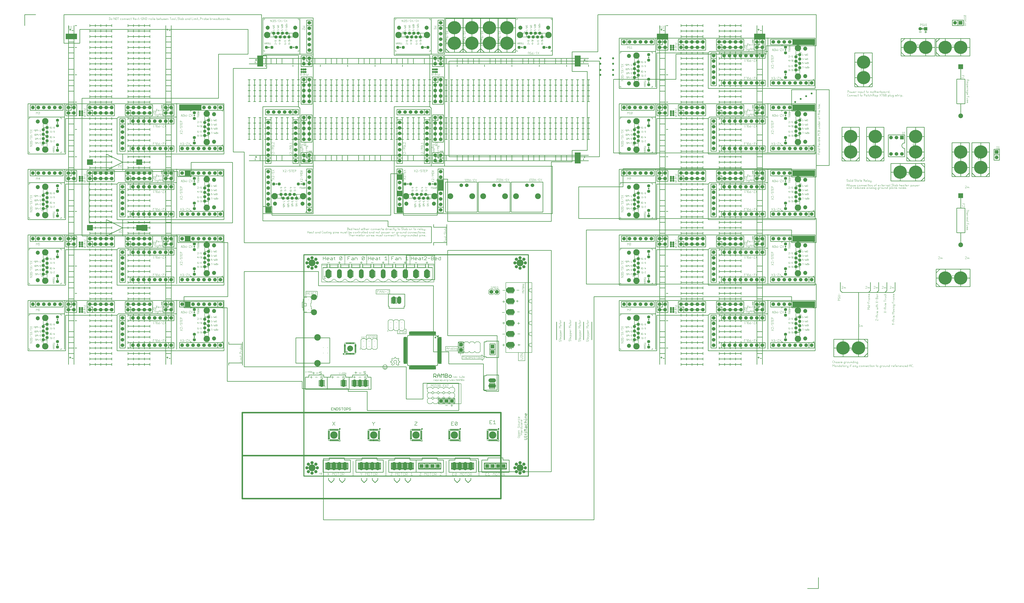
<source format=gbr>
G04 This is an RS-274x file exported by *
G04 gerbv version 2.7.0 *
G04 More information is available about gerbv at *
G04 http://gerbv.geda-project.org/ *
G04 --End of header info--*
%MOIN*%
%FSLAX36Y36*%
%IPPOS*%
G04 --Define apertures--*
%ADD10C,0.0001*%
%ADD11C,0.0100*%
%ADD12C,0.0060*%
%ADD13C,0.0870*%
%ADD14C,0.0080*%
%ADD15C,0.0720*%
%ADD16C,0.0580*%
%ADD17C,0.1261*%
%ADD18C,0.0030*%
%ADD19C,0.0070*%
%ADD20C,0.0050*%
%ADD21C,0.0040*%
%ADD22C,0.0136*%
%ADD23C,0.1339*%
%ADD24C,0.0140*%
%ADD25C,0.0160*%
%ADD26C,0.0792*%
%ADD27C,0.0250*%
%ADD28C,0.0090*%
%ADD29C,0.1186*%
%ADD30C,0.0120*%
%ADD31C,0.0178*%
%ADD32C,0.0651*%
%ADD33C,0.0650*%
%ADD34C,0.1080*%
%ADD35C,0.0940*%
%ADD36C,0.0510*%
%ADD37C,0.0350*%
%ADD38C,0.0400*%
%ADD39C,0.0572*%
%ADD40C,0.1162*%
%ADD41C,0.0729*%
%ADD42C,0.0038*%
%ADD43C,0.0660*%
%ADD44C,0.1060*%
%ADD45C,0.2422*%
%ADD46C,0.0610*%
%ADD47C,0.0860*%
%ADD48C,0.0380*%
%ADD49C,0.1870*%
%ADD50C,0.0500*%
%ADD51C,0.0300*%
%ADD52C,0.0280*%
G04 --Start main section--*
G54D10*
G36*
G01X7550000Y7775000D02*
G01X7550000Y7875000D01*
G01X7655000Y7875000D01*
G01X7655000Y7775000D01*
G01X7550000Y7775000D01*
G37*
G36*
G01X6800000Y7675000D02*
G01X6800000Y7775000D01*
G01X6905000Y7775000D01*
G01X6905000Y7675000D01*
G01X6800000Y7675000D01*
G37*
G36*
G01X6800000Y7375000D02*
G01X6800000Y7475000D01*
G01X6905000Y7475000D01*
G01X6905000Y7375000D01*
G01X6800000Y7375000D01*
G37*
G36*
G01X7550000Y7875000D02*
G01X7550000Y7975000D01*
G01X7655000Y7975000D01*
G01X7655000Y7875000D01*
G01X7550000Y7875000D01*
G37*
G36*
G01X6800000Y7975000D02*
G01X6800000Y8075000D01*
G01X6905000Y8075000D01*
G01X6905000Y7975000D01*
G01X6800000Y7975000D01*
G37*
G36*
G01X2925000Y8050000D02*
G01X2925000Y8150000D01*
G01X3030000Y8150000D01*
G01X3030000Y8050000D01*
G01X2925000Y8050000D01*
G37*
G36*
G01X1140000Y8250000D02*
G01X1140000Y8350000D01*
G01X1245000Y8350000D01*
G01X1245000Y8250000D01*
G01X1140000Y8250000D01*
G37*
G36*
G01X2040000Y8250000D02*
G01X2040000Y8350000D01*
G01X2145000Y8350000D01*
G01X2145000Y8250000D01*
G01X2040000Y8250000D01*
G37*
G36*
G01X1140000Y7050000D02*
G01X1140000Y7150000D01*
G01X1245000Y7150000D01*
G01X1245000Y7050000D01*
G01X1140000Y7050000D01*
G37*
G36*
G01X2040000Y7050000D02*
G01X2040000Y7150000D01*
G01X2145000Y7150000D01*
G01X2145000Y7050000D01*
G01X2040000Y7050000D01*
G37*
G36*
G01X2135000Y7050000D02*
G01X2135000Y7150000D01*
G01X2240000Y7150000D01*
G01X2240000Y7050000D01*
G01X2135000Y7050000D01*
G37*
G36*
G01X2825000Y9350000D02*
G01X3230000Y9350000D01*
G01X3230000Y9250000D01*
G01X2825000Y9250000D01*
G01X2825000Y9350000D01*
G37*
G36*
G01X2925000Y6850000D02*
G01X2925000Y6950000D01*
G01X3030000Y6950000D01*
G01X3030000Y6850000D01*
G01X2925000Y6850000D01*
G37*
G36*
G01X4400000Y7375000D02*
G01X4400000Y7475000D01*
G01X4505000Y7475000D01*
G01X4505000Y7375000D01*
G01X4400000Y7375000D01*
G37*
G36*
G01X2925000Y5650000D02*
G01X2925000Y5750000D01*
G01X3030000Y5750000D01*
G01X3030000Y5650000D01*
G01X2925000Y5650000D01*
G37*
G36*
G01X4250000Y10150000D02*
G01X4250000Y10250000D01*
G01X4355000Y10250000D01*
G01X4355000Y10150000D01*
G01X4250000Y10150000D01*
G37*
G36*
G01X0850000Y10550000D02*
G01X0850000Y10650000D01*
G01X0955000Y10650000D01*
G01X0955000Y10550000D01*
G01X0850000Y10550000D01*
G37*
G36*
G01X0750000Y10550000D02*
G01X0750000Y10650000D01*
G01X0855000Y10650000D01*
G01X0855000Y10550000D01*
G01X0750000Y10550000D01*
G37*
G36*
G01X4250000Y10050000D02*
G01X4250000Y10150000D01*
G01X4355000Y10150000D01*
G01X4355000Y10050000D01*
G01X4250000Y10050000D01*
G37*
G36*
G01X11550000Y10550000D02*
G01X11550000Y10650000D01*
G01X11655000Y10650000D01*
G01X11655000Y10550000D01*
G01X11550000Y10550000D01*
G37*
G36*
G01X11650000Y10550000D02*
G01X11650000Y10650000D01*
G01X11755000Y10650000D01*
G01X11755000Y10550000D01*
G01X11650000Y10550000D01*
G37*
G36*
G01X13325000Y10550000D02*
G01X13325000Y10650000D01*
G01X13430000Y10650000D01*
G01X13430000Y10550000D01*
G01X13325000Y10550000D01*
G37*
G36*
G01X13425000Y10550000D02*
G01X13425000Y10650000D01*
G01X13530000Y10650000D01*
G01X13530000Y10550000D01*
G01X13425000Y10550000D01*
G37*
G36*
G01X10050000Y10150000D02*
G01X10050000Y10250000D01*
G01X10155000Y10250000D01*
G01X10155000Y10150000D01*
G01X10050000Y10150000D01*
G37*
G36*
G01X10050000Y10050000D02*
G01X10050000Y10150000D01*
G01X10155000Y10150000D01*
G01X10155000Y10050000D01*
G01X10050000Y10050000D01*
G37*
G36*
G01X10050000Y8375000D02*
G01X10050000Y8475000D01*
G01X10155000Y8475000D01*
G01X10155000Y8375000D01*
G01X10050000Y8375000D01*
G37*
G36*
G01X10050000Y8275000D02*
G01X10050000Y8375000D01*
G01X10155000Y8375000D01*
G01X10155000Y8275000D01*
G01X10050000Y8275000D01*
G37*
G36*
G01X14325000Y10450000D02*
G01X14325000Y10550000D01*
G01X14430000Y10550000D01*
G01X14430000Y10450000D01*
G01X14325000Y10450000D01*
G37*
G36*
G01X14225000Y10450000D02*
G01X14225000Y10550000D01*
G01X14330000Y10550000D01*
G01X14330000Y10450000D01*
G01X14225000Y10450000D01*
G37*
G36*
G01X14125000Y10450000D02*
G01X14125000Y10550000D01*
G01X14230000Y10550000D01*
G01X14230000Y10450000D01*
G01X14125000Y10450000D01*
G37*
G36*
G01X14025000Y10450000D02*
G01X14025000Y10550000D01*
G01X14130000Y10550000D01*
G01X14130000Y10450000D01*
G01X14025000Y10450000D01*
G37*
G36*
G01X14325000Y8050000D02*
G01X14325000Y8150000D01*
G01X14430000Y8150000D01*
G01X14430000Y8050000D01*
G01X14325000Y8050000D01*
G37*
G36*
G01X14225000Y8050000D02*
G01X14225000Y8150000D01*
G01X14330000Y8150000D01*
G01X14330000Y8050000D01*
G01X14225000Y8050000D01*
G37*
G36*
G01X14125000Y8050000D02*
G01X14125000Y8150000D01*
G01X14230000Y8150000D01*
G01X14230000Y8050000D01*
G01X14125000Y8050000D01*
G37*
G36*
G01X14325000Y9250000D02*
G01X14325000Y9350000D01*
G01X14430000Y9350000D01*
G01X14430000Y9250000D01*
G01X14325000Y9250000D01*
G37*
G36*
G01X14225000Y9250000D02*
G01X14225000Y9350000D01*
G01X14330000Y9350000D01*
G01X14330000Y9250000D01*
G01X14225000Y9250000D01*
G37*
G36*
G01X14125000Y9250000D02*
G01X14125000Y9350000D01*
G01X14230000Y9350000D01*
G01X14230000Y9250000D01*
G01X14125000Y9250000D01*
G37*
G36*
G01X14025000Y8050000D02*
G01X14025000Y8150000D01*
G01X14130000Y8150000D01*
G01X14130000Y8050000D01*
G01X14025000Y8050000D01*
G37*
G36*
G01X14025000Y9250000D02*
G01X14025000Y9350000D01*
G01X14130000Y9350000D01*
G01X14130000Y9250000D01*
G01X14025000Y9250000D01*
G37*
G36*
G01X14325000Y6850000D02*
G01X14325000Y6950000D01*
G01X14430000Y6950000D01*
G01X14430000Y6850000D01*
G01X14325000Y6850000D01*
G37*
G36*
G01X14325000Y5650000D02*
G01X14325000Y5750000D01*
G01X14430000Y5750000D01*
G01X14430000Y5650000D01*
G01X14325000Y5650000D01*
G37*
G36*
G01X14225000Y6850000D02*
G01X14225000Y6950000D01*
G01X14330000Y6950000D01*
G01X14330000Y6850000D01*
G01X14225000Y6850000D01*
G37*
G36*
G01X14225000Y5650000D02*
G01X14225000Y5750000D01*
G01X14330000Y5750000D01*
G01X14330000Y5650000D01*
G01X14225000Y5650000D01*
G37*
G36*
G01X14125000Y5650000D02*
G01X14125000Y5750000D01*
G01X14230000Y5750000D01*
G01X14230000Y5650000D01*
G01X14125000Y5650000D01*
G37*
G36*
G01X14025000Y5650000D02*
G01X14025000Y5750000D01*
G01X14130000Y5750000D01*
G01X14130000Y5650000D01*
G01X14025000Y5650000D01*
G37*
G36*
G01X14125000Y6850000D02*
G01X14125000Y6950000D01*
G01X14230000Y6950000D01*
G01X14230000Y6850000D01*
G01X14125000Y6850000D01*
G37*
G36*
G01X14025000Y6850000D02*
G01X14025000Y6950000D01*
G01X14130000Y6950000D01*
G01X14130000Y6850000D01*
G01X14025000Y6850000D01*
G37*
G54D11*
G01X7750000Y10150000D02*
G01X7750000Y8400000D01*
G01X0000000Y11000000D02*
G01X0200000Y11000000D01*
G01X0000000Y11000000D02*
G01X0000000Y10800000D01*
G01X7750000Y8400000D02*
G01X10500000Y8400000D01*
G01X10500000Y10150000D02*
G01X7750000Y10150000D01*
G01X10500000Y8400000D02*
G01X10500000Y10150000D01*
G01X10070000Y5375000D02*
G01X10070000Y5050000D01*
G01X10210000Y5375000D02*
G01X10210000Y5050000D01*
G01X9855000Y5375000D02*
G01X9855000Y5050000D01*
G01X9715000Y5375000D02*
G01X9715000Y5050000D01*
G01X10360000Y5375000D02*
G01X10360000Y5050000D01*
G54D12*
G01X9216180Y5134720D02*
G01X9266180Y5119720D01*
G01X9216180Y5174720D02*
G01X9216180Y5134720D01*
G01X9216180Y5174720D02*
G01X9266180Y5189720D01*
G54D13*
G01X8831680Y5154720D02*
G01X8910680Y5154720D01*
G01X8831680Y5354720D02*
G01X8910680Y5354720D01*
G01X8831680Y5554720D02*
G01X8910680Y5554720D01*
G54D12*
G01X9266180Y6094720D02*
G01X9266180Y5789720D01*
G54D14*
G01X8476180Y5949720D02*
G01X8476180Y5899710D01*
G01X8476180Y5899710D02*
G01X8501180Y5874720D01*
G01X8501180Y5874720D02*
G01X8551180Y5874720D01*
G54D15*
G01X8526180Y5924720D03*
G54D14*
G01X8551180Y5874720D02*
G01X8576180Y5899710D01*
G01X8576180Y5899710D02*
G01X8601180Y5874720D01*
G01X8601180Y5874720D02*
G01X8651180Y5874720D01*
G54D13*
G01X8831680Y5754720D02*
G01X8910680Y5754720D01*
G54D14*
G01X8651180Y5874720D02*
G01X8676180Y5899710D01*
G01X8676180Y5949720D02*
G01X8676180Y5899710D01*
G01X8651180Y5974720D02*
G01X8676180Y5949720D01*
G01X8601180Y5974720D02*
G01X8651180Y5974720D01*
G54D15*
G01X8626180Y5924720D03*
G54D14*
G01X8576180Y5949720D02*
G01X8601180Y5974720D01*
G54D13*
G01X8831680Y5954720D02*
G01X8910680Y5954720D01*
G54D14*
G01X8551180Y5974720D02*
G01X8576180Y5949720D01*
G01X8501180Y5974720D02*
G01X8551180Y5974720D01*
G01X8476180Y5949720D02*
G01X8501180Y5974720D01*
G54D16*
G01X9051180Y6359710D03*
G01X8983680Y6387220D03*
G01X8956180Y6454720D03*
G01X9146180Y6454720D03*
G01X8983680Y6522220D03*
G01X9051180Y6549720D03*
G01X9118680Y6522220D03*
G01X9118680Y6387220D03*
G54D17*
G01X9051180Y6454720D03*
G54D18*
G01X9090680Y5906210D02*
G01X9100380Y5915930D01*
G01X9090680Y5925610D02*
G01X9100380Y5915930D01*
G01X9090680Y5925610D02*
G01X9119680Y5925610D01*
G01X9114880Y5935720D02*
G01X9119680Y5940510D01*
G01X9100380Y5935720D02*
G01X9105180Y5940510D01*
G01X9095480Y5935720D02*
G01X9100380Y5935720D01*
G01X9090680Y5940510D02*
G01X9095480Y5935720D01*
G54D19*
G01X8990780Y5955930D02*
G01X9032880Y5955930D01*
G54D18*
G01X9090680Y5906210D02*
G01X9119680Y5906210D01*
G01X9119680Y5950220D02*
G01X9119680Y5940510D01*
G01X9114880Y5955020D02*
G01X9119680Y5950220D01*
G01X9109980Y5955020D02*
G01X9114880Y5955020D01*
G01X9105180Y5950220D02*
G01X9109980Y5955020D01*
G01X9105180Y5950220D02*
G01X9105180Y5940510D01*
G01X9090680Y5950220D02*
G01X9090680Y5940510D01*
G01X9090680Y5950220D02*
G01X9095480Y5955020D01*
G01X9090680Y5984520D02*
G01X9090680Y5965220D01*
G01X9090680Y5974810D02*
G01X9119680Y5974810D01*
G01X9119680Y6009110D02*
G01X9119680Y5994610D01*
G01X9114880Y6014020D02*
G01X9119680Y6009110D01*
G01X9109980Y6014020D02*
G01X9114880Y6014020D01*
G01X9105180Y6009110D02*
G01X9109980Y6014020D01*
G01X9105180Y6009110D02*
G01X9105180Y5994610D01*
G01X9090680Y5994610D02*
G01X9119680Y5994610D01*
G01X9090680Y6009110D02*
G01X9090680Y5994610D01*
G01X9090680Y6009110D02*
G01X9095480Y6014020D01*
G01X9095480Y6014020D02*
G01X9100380Y6014020D01*
G01X9100380Y6014020D02*
G01X9105180Y6009110D01*
G01X9105180Y6043410D02*
G01X9105180Y6024120D01*
G01X9100380Y6043410D02*
G01X9119680Y6043410D01*
G01X9100380Y6024120D02*
G01X9119680Y6024120D01*
G01X9114880Y6053620D02*
G01X9119680Y6058430D01*
G01X9119680Y6068120D02*
G01X9119680Y6058430D01*
G01X9105180Y6053620D02*
G01X9114880Y6053620D01*
G01X9114880Y6072930D02*
G01X9119680Y6068120D01*
G01X9109980Y6072930D02*
G01X9114880Y6072930D01*
G01X9105180Y6068120D02*
G01X9109980Y6072930D01*
G01X9105180Y6068120D02*
G01X9105180Y6053620D01*
G01X9095480Y6063210D02*
G01X9105180Y6053620D01*
G01X9090680Y6072930D02*
G01X9095480Y6063210D01*
G01X9090680Y6033820D02*
G01X9100380Y6043410D01*
G01X9090680Y6033820D02*
G01X9100380Y6024120D01*
G54D19*
G01X9006580Y5156720D02*
G01X9048580Y5156720D01*
G01X9023680Y5370620D02*
G01X9023680Y5328620D01*
G01X9002680Y5349620D02*
G01X9044680Y5349620D01*
G54D12*
G01X8729180Y5152320D02*
G01X8771880Y5152320D01*
G54D19*
G01X8998680Y5558320D02*
G01X9040780Y5558320D01*
G01X8999680Y5776120D02*
G01X8999680Y5734120D01*
G01X8978680Y5755120D02*
G01X9020780Y5755120D01*
G54D12*
G01X9266180Y4814720D02*
G01X9266180Y5789720D01*
G54D20*
G01X8848680Y4892220D02*
G01X8863680Y4877220D01*
G54D13*
G01X8831680Y4954720D02*
G01X8910680Y4954720D01*
G54D12*
G01X8791180Y5129720D02*
G01X8791180Y4979720D01*
G01X8729880Y4953320D02*
G01X8772580Y4953320D01*
G01X8751180Y4974720D02*
G01X8751180Y4932020D01*
G01X9216180Y4934720D02*
G01X9266180Y4919720D01*
G01X9216180Y4974720D02*
G01X9216180Y4934720D01*
G01X9216180Y4974720D02*
G01X9266180Y4989720D01*
G01X8791180Y4929720D02*
G01X8791180Y4814720D01*
G01X8791180Y4814720D02*
G01X9266180Y4814720D01*
G54D20*
G01X8893680Y4907320D02*
G01X8893680Y4877220D01*
G01X8848680Y4892220D02*
G01X8893680Y4892220D01*
G54D12*
G01X9216180Y5334720D02*
G01X9266180Y5319720D01*
G01X9216180Y5374720D02*
G01X9216180Y5334720D01*
G01X9216180Y5374720D02*
G01X9266180Y5389720D01*
G01X9216180Y5534720D02*
G01X9266180Y5519720D01*
G01X9216180Y5574720D02*
G01X9266180Y5589720D01*
G01X9216180Y5734720D02*
G01X9266180Y5719720D01*
G01X9216180Y5774720D02*
G01X9266180Y5789720D01*
G01X9216180Y5574720D02*
G01X9216180Y5534720D01*
G01X9216180Y5774720D02*
G01X9216180Y5734720D01*
G01X9216180Y5974720D02*
G01X9216180Y5934720D01*
G01X9146180Y6094720D02*
G01X9146180Y4814720D01*
G01X9216180Y5934720D02*
G01X9266180Y5919720D01*
G01X9216180Y5974720D02*
G01X9266180Y5989720D01*
G01X9266180Y6094720D02*
G01X8791180Y6094720D01*
G01X8791180Y6094720D02*
G01X8791180Y5979720D01*
G01X8732480Y5951520D02*
G01X8775180Y5951520D01*
G01X8791180Y5929720D02*
G01X8791180Y5779720D01*
G01X8730580Y5746620D02*
G01X8773280Y5746620D01*
G01X8751880Y5768020D02*
G01X8751880Y5725320D01*
G01X8791180Y5729720D02*
G01X8791180Y5579720D01*
G01X8724580Y5550320D02*
G01X8767280Y5550320D01*
G01X8730980Y5354430D02*
G01X8773680Y5354430D01*
G01X8752380Y5375820D02*
G01X8752380Y5333120D01*
G01X8791180Y5529720D02*
G01X8791180Y5379720D01*
G01X8791180Y5329720D02*
G01X8791180Y5179720D01*
G01X7946880Y5011930D02*
G01X7996880Y5011930D01*
G01X7996880Y5011930D02*
G01X8021880Y4986930D01*
G01X8021880Y4986930D02*
G01X8046880Y5011930D01*
G01X8046880Y5011930D02*
G01X8096880Y5011930D01*
G01X8096880Y5011930D02*
G01X8121880Y4986930D01*
G01X8146880Y4811930D02*
G01X8196880Y4811930D01*
G01X8121880Y4836930D02*
G01X8146880Y4811930D01*
G01X8096880Y4811930D02*
G01X8121880Y4836930D01*
G01X8046880Y4811930D02*
G01X8096880Y4811930D01*
G01X8021880Y4836930D02*
G01X8046880Y4811930D01*
G01X7996880Y4811930D02*
G01X8021880Y4836930D01*
G01X7946880Y4811930D02*
G01X7996880Y4811930D01*
G01X7921880Y4836930D02*
G01X7946880Y4811930D01*
G01X7921880Y4986930D02*
G01X7921880Y4836930D01*
G01X7921880Y4986930D02*
G01X7946880Y5011930D01*
G54D15*
G01X7971880Y4861930D03*
G01X7971880Y4961930D03*
G54D12*
G01X8121880Y4986930D02*
G01X8146880Y5011930D01*
G01X8146880Y5011930D02*
G01X8196880Y5011930D01*
G01X8196880Y5011930D02*
G01X8221880Y4986930D01*
G01X8221880Y4986930D02*
G01X8246880Y5011930D01*
G01X8246880Y5011930D02*
G01X8296880Y5011930D01*
G01X8296880Y5011930D02*
G01X8321880Y4986930D01*
G01X8321880Y4986930D02*
G01X8321880Y4836930D01*
G54D11*
G01X8392580Y5012430D02*
G01X8392580Y4737430D01*
G54D14*
G01X8351180Y4772220D02*
G01X8353680Y4772220D01*
G54D11*
G01X8655080Y5024930D02*
G01X8655080Y4724930D01*
G01X8430080Y5024930D02*
G01X8655080Y5024930D01*
G01X8430080Y5024930D02*
G01X8430080Y5012430D01*
G01X8392580Y5012430D02*
G01X8430080Y5012430D01*
G54D12*
G01X8296880Y4811930D02*
G01X8321880Y4836930D01*
G01X8246880Y4811930D02*
G01X8296880Y4811930D01*
G01X8221880Y4836930D02*
G01X8246880Y4811930D01*
G01X8196880Y4811930D02*
G01X8221880Y4836930D01*
G54D21*
G01X8358380Y4704220D02*
G01X8364080Y4709930D01*
G01X8347080Y4704220D02*
G01X8358380Y4704220D01*
G01X8341380Y4709930D02*
G01X8347080Y4704220D01*
G01X8347080Y4721220D02*
G01X8358380Y4721220D01*
G01X8358380Y4721220D02*
G01X8364080Y4715620D01*
G01X8364080Y4715620D02*
G01X8364080Y4709930D01*
G01X8341380Y4726930D02*
G01X8347080Y4721220D01*
G01X8341380Y4732620D02*
G01X8341380Y4726930D01*
G01X8341380Y4732620D02*
G01X8347080Y4738320D01*
G01X8347080Y4738320D02*
G01X8358380Y4738320D01*
G01X8358380Y4738320D02*
G01X8364080Y4732620D01*
G01X8329080Y4732620D02*
G01X8329080Y4721220D01*
G01X8323480Y4715620D02*
G01X8329080Y4721220D01*
G01X8323480Y4738320D02*
G01X8329080Y4732620D01*
G54D14*
G01X8393680Y4732220D02*
G01X8393680Y4709720D01*
G54D11*
G01X8392580Y4737430D02*
G01X8430080Y4737430D01*
G01X8430080Y4737430D02*
G01X8430080Y4724930D01*
G54D14*
G01X8356180Y4672220D02*
G01X8393680Y4709720D01*
G01X8356180Y4692220D02*
G01X8356180Y4672220D01*
G01X8351180Y4772220D02*
G01X8351180Y4752220D01*
G01X8353680Y4772220D02*
G01X8393680Y4732220D01*
G54D21*
G01X8306380Y4715620D02*
G01X8323480Y4715620D01*
G01X8306380Y4738320D02*
G01X8306380Y4704220D01*
G01X8317780Y4715620D02*
G01X8329080Y4704220D01*
G01X8306380Y4738320D02*
G01X8323480Y4738320D01*
G01X8288480Y4738320D02*
G01X8294080Y4732620D01*
G01X8271480Y4732620D02*
G01X8277080Y4738320D01*
G01X8271480Y4709930D02*
G01X8277080Y4704220D01*
G01X8294080Y4732620D02*
G01X8294080Y4709930D01*
G01X8277080Y4738320D02*
G01X8288480Y4738320D01*
G01X8271480Y4732620D02*
G01X8271480Y4709930D01*
G01X8277080Y4704220D02*
G01X8288480Y4704220D01*
G01X8288480Y4704220D02*
G01X8294080Y4709930D01*
G54D11*
G01X8430080Y4724930D02*
G01X8655080Y4724930D01*
G54D21*
G01X8236480Y4738320D02*
G01X8259180Y4738320D01*
G01X8247780Y4738320D02*
G01X8247780Y4704220D01*
G01X8218480Y4704220D02*
G01X8224180Y4709930D01*
G01X8207080Y4704220D02*
G01X8218480Y4704220D01*
G01X8201480Y4709930D02*
G01X8207080Y4704220D01*
G01X8207080Y4721220D02*
G01X8218480Y4721220D01*
G01X8218480Y4721220D02*
G01X8224180Y4715620D01*
G01X8224180Y4715620D02*
G01X8224180Y4709930D01*
G01X8201480Y4726930D02*
G01X8207080Y4721220D01*
G01X8201480Y4732620D02*
G01X8201480Y4726930D01*
G01X8183780Y4738320D02*
G01X8183780Y4704220D01*
G01X8178080Y4704220D02*
G01X8189480Y4704220D01*
G01X8201480Y4732620D02*
G01X8207080Y4738320D01*
G01X8207080Y4738320D02*
G01X8218480Y4738320D01*
G01X8218480Y4738320D02*
G01X8224180Y4732620D01*
G01X8178080Y4738320D02*
G01X8189480Y4738320D01*
G01X8165780Y4738320D02*
G01X8165780Y4704220D01*
G01X8154480Y4726930D02*
G01X8165780Y4738320D01*
G01X8143180Y4738320D02*
G01X8154480Y4726930D01*
G01X8143180Y4738320D02*
G01X8143180Y4704220D01*
G01X8119480Y4715620D02*
G01X8130880Y4704220D01*
G01X8073180Y4704220D02*
G01X8095880Y4704220D01*
G54D14*
G01X7988680Y4692220D02*
G01X8356180Y4692220D01*
G54D21*
G01X8108180Y4715620D02*
G01X8125180Y4715620D01*
G01X8108180Y4738320D02*
G01X8108180Y4704220D01*
G01X8108180Y4738320D02*
G01X8125180Y4738320D01*
G01X8125180Y4738320D02*
G01X8130880Y4732620D01*
G01X8130880Y4732620D02*
G01X8130880Y4721220D01*
G01X8125180Y4715620D02*
G01X8130880Y4721220D01*
G01X8073180Y4738320D02*
G01X8073180Y4704220D01*
G01X8073180Y4738320D02*
G01X8095880Y4738320D01*
G01X8003180Y4738320D02*
G01X8025880Y4738320D01*
G54D14*
G01X7988680Y4752220D02*
G01X8351180Y4752220D01*
G54D21*
G01X8073180Y4721220D02*
G01X8084480Y4721220D01*
G01X8038180Y4721220D02*
G01X8060880Y4721220D01*
G01X8038180Y4738320D02*
G01X8038180Y4704220D01*
G01X8014480Y4738320D02*
G01X8014480Y4704220D01*
G01X8060880Y4738320D02*
G01X8060880Y4704220D01*
G54D14*
G01X7988680Y4752220D02*
G01X7988680Y4692220D01*
G54D12*
G01X8497880Y3507930D02*
G01X8540580Y3507930D01*
G01X8497880Y3572020D02*
G01X8540580Y3572020D01*
G01X8497880Y3572020D02*
G01X8497880Y3507930D01*
G01X8497880Y3540020D02*
G01X8519280Y3540020D01*
G01X8562380Y3507930D02*
G01X8605080Y3507930D01*
G01X8583680Y3572020D02*
G01X8583680Y3507930D01*
G01X8562380Y3550620D02*
G01X8583680Y3572020D01*
G54D20*
G01X8451180Y3404720D02*
G01X8651180Y3404720D01*
G54D22*
G01X8618380Y3411120D02*
G01X8621780Y3411120D01*
G01X8598680Y3411120D02*
G01X8602080Y3411120D01*
G01X8578980Y3411120D02*
G01X8582380Y3411120D01*
G01X8559280Y3411120D02*
G01X8562680Y3411120D01*
G01X8539680Y3411120D02*
G01X8543080Y3411120D01*
G01X8519980Y3411120D02*
G01X8523380Y3411120D01*
G01X8500280Y3411120D02*
G01X8503680Y3411120D01*
G01X8480580Y3411120D02*
G01X8483980Y3411120D01*
G54D11*
G01X8430080Y4104930D02*
G01X8655080Y4104930D01*
G01X8430080Y4117430D02*
G01X8430080Y4104930D01*
G01X8392580Y4117430D02*
G01X8430080Y4117430D01*
G01X8392580Y4392410D02*
G01X8392580Y4117430D01*
G01X8392580Y4392410D02*
G01X8430080Y4392410D01*
G01X8430080Y4404930D02*
G01X8430080Y4392410D01*
G01X8430080Y4404930D02*
G01X8655080Y4404930D01*
G54D15*
G01X8510580Y4304930D02*
G01X8574580Y4304930D01*
G01X8510580Y4204910D02*
G01X8574580Y4204910D01*
G54D11*
G01X8655080Y4404930D02*
G01X8655080Y4104930D01*
G54D12*
G01X8635380Y3204320D02*
G01X8635580Y3206820D01*
G01X8635380Y3204320D02*
G01X8635580Y3201810D01*
G01X8635580Y3206820D02*
G01X8636180Y3209220D01*
G01X8636180Y3209220D02*
G01X8637080Y3211520D01*
G01X8637080Y3211520D02*
G01X8638280Y3213620D01*
G01X8638280Y3213620D02*
G01X8639880Y3215520D01*
G01X8639880Y3215520D02*
G01X8641780Y3217220D01*
G01X8641780Y3217220D02*
G01X8643880Y3218520D01*
G01X8643880Y3218520D02*
G01X8646080Y3219520D01*
G01X8643880Y3190120D02*
G01X8646080Y3189120D01*
G01X8641780Y3191430D02*
G01X8643880Y3190120D01*
G01X8639880Y3193120D02*
G01X8641780Y3191430D01*
G01X8638280Y3195020D02*
G01X8639880Y3193120D01*
G01X8637080Y3197120D02*
G01X8638280Y3195020D01*
G01X8636180Y3199430D02*
G01X8637080Y3197120D01*
G01X8635580Y3201810D02*
G01X8636180Y3199430D01*
G01X8646080Y3219520D02*
G01X8648480Y3220220D01*
G01X8648480Y3220220D02*
G01X8650980Y3220520D01*
G01X8650980Y3220520D02*
G01X8653480Y3220430D01*
G01X8653480Y3220430D02*
G01X8655880Y3219930D01*
G01X8655880Y3219930D02*
G01X8658180Y3219120D01*
G54D22*
G01X8657580Y3237520D02*
G01X8657580Y3234120D01*
G01X8633780Y3234120D02*
G01X8657580Y3234120D01*
G54D12*
G01X8658180Y3219120D02*
G01X8660380Y3217930D01*
G01X8660380Y3217930D02*
G01X8662380Y3216430D01*
G01X8662380Y3216430D02*
G01X8664080Y3214620D01*
G01X8664080Y3214620D02*
G01X8665480Y3212620D01*
G01X8665480Y3212620D02*
G01X8666580Y3210430D01*
G01X8666580Y3210430D02*
G01X8667380Y3208020D01*
G01X8667380Y3208020D02*
G01X8667780Y3205520D01*
G01X8667780Y3205520D02*
G01X8667780Y3203120D01*
G01X8667380Y3200620D02*
G01X8667780Y3203120D01*
G01X8666580Y3198220D02*
G01X8667380Y3200620D01*
G01X8665480Y3196020D02*
G01X8666580Y3198220D01*
G01X8664080Y3194020D02*
G01X8665480Y3196020D01*
G01X8662380Y3192220D02*
G01X8664080Y3194020D01*
G01X8660380Y3190720D02*
G01X8662380Y3192220D01*
G01X8658180Y3189510D02*
G01X8660380Y3190720D01*
G54D22*
G01X8633780Y3237520D02*
G01X8657580Y3237520D01*
G01X8633780Y3257220D02*
G01X8633780Y3253820D01*
G01X8633780Y3257220D02*
G01X8657580Y3257220D01*
G01X8657580Y3257220D02*
G01X8657580Y3253820D01*
G01X8633780Y3253820D02*
G01X8657580Y3253820D01*
G01X8633780Y3276930D02*
G01X8633780Y3273520D01*
G01X8633780Y3276930D02*
G01X8657580Y3276930D01*
G01X8657580Y3276930D02*
G01X8657580Y3273520D01*
G01X8633780Y3273520D02*
G01X8657580Y3273520D01*
G01X8633780Y3293220D02*
G01X8657580Y3293220D01*
G01X8633780Y3296620D02*
G01X8657580Y3296620D01*
G01X8657580Y3296620D02*
G01X8657580Y3293220D01*
G01X8633780Y3316320D02*
G01X8657580Y3316320D01*
G01X8657580Y3316320D02*
G01X8657580Y3312930D01*
G01X8633780Y3312930D02*
G01X8657580Y3312930D01*
G01X8633780Y3336020D02*
G01X8657580Y3336020D01*
G01X8657580Y3336020D02*
G01X8657580Y3332620D01*
G01X8633780Y3332620D02*
G01X8657580Y3332620D01*
G01X8633780Y3355620D02*
G01X8657580Y3355620D01*
G01X8657580Y3355620D02*
G01X8657580Y3352220D01*
G01X8633780Y3352220D02*
G01X8657580Y3352220D01*
G01X8633780Y3375320D02*
G01X8657580Y3375320D01*
G01X8633780Y3371930D02*
G01X8657580Y3371930D01*
G01X8657580Y3375320D02*
G01X8657580Y3371930D01*
G54D12*
G01X7935380Y3204320D02*
G01X7935580Y3206820D01*
G01X7935580Y3206820D02*
G01X7936180Y3209220D01*
G01X7936180Y3209220D02*
G01X7937080Y3211520D01*
G01X7937080Y3211520D02*
G01X7938280Y3213620D01*
G01X7938280Y3213620D02*
G01X7939880Y3215520D01*
G01X7939880Y3215520D02*
G01X7941780Y3217220D01*
G01X7941780Y3217220D02*
G01X7943880Y3218520D01*
G01X7943880Y3218520D02*
G01X7946080Y3219520D01*
G01X7946080Y3219520D02*
G01X7948480Y3220220D01*
G54D22*
G01X7957580Y3375320D02*
G01X7957580Y3371930D01*
G54D20*
G01X8451180Y3204720D02*
G01X8651180Y3204720D01*
G54D22*
G01X8480580Y3211820D02*
G01X8483980Y3211820D01*
G01X8500280Y3211820D02*
G01X8503680Y3211820D01*
G01X8519980Y3211820D02*
G01X8523380Y3211820D01*
G01X8539680Y3211820D02*
G01X8543080Y3211820D01*
G01X8559280Y3222120D02*
G01X8562680Y3222120D01*
G01X8559280Y3211820D02*
G01X8562680Y3211820D01*
G01X8578980Y3222120D02*
G01X8582380Y3222120D01*
G01X8578980Y3211820D02*
G01X8582380Y3211820D01*
G01X8598680Y3222120D02*
G01X8602080Y3222120D01*
G01X8598680Y3211820D02*
G01X8602080Y3211820D01*
G01X8618380Y3222120D02*
G01X8621780Y3222120D01*
G01X8618380Y3211820D02*
G01X8621780Y3211820D01*
G01X8633780Y3237520D02*
G01X8633780Y3234120D01*
G01X8633780Y3296620D02*
G01X8633780Y3293220D01*
G01X8633780Y3316320D02*
G01X8633780Y3312930D01*
G01X8633780Y3336020D02*
G01X8633780Y3332620D01*
G01X8633780Y3355620D02*
G01X8633780Y3352220D01*
G01X8633780Y3375320D02*
G01X8633780Y3371930D01*
G54D23*
G01X8551180Y3304720D03*
G54D20*
G01X8451180Y3404720D02*
G01X8451180Y3204720D01*
G54D22*
G01X8444780Y3336020D02*
G01X8468580Y3336020D01*
G01X8468580Y3336020D02*
G01X8468580Y3332620D01*
G01X8444780Y3332620D02*
G01X8468580Y3332620D01*
G01X8444780Y3316320D02*
G01X8468580Y3316320D01*
G01X8468580Y3316320D02*
G01X8468580Y3312930D01*
G01X8444780Y3312930D02*
G01X8468580Y3312930D01*
G01X8444780Y3296620D02*
G01X8468580Y3296620D01*
G01X8444780Y3375320D02*
G01X8444780Y3371930D01*
G01X8444780Y3355620D02*
G01X8444780Y3352220D01*
G01X8444780Y3336020D02*
G01X8444780Y3332620D01*
G01X8444780Y3316320D02*
G01X8444780Y3312930D01*
G01X8444780Y3375320D02*
G01X8468580Y3375320D01*
G01X8468580Y3375320D02*
G01X8468580Y3371930D01*
G01X8444780Y3371930D02*
G01X8468580Y3371930D01*
G01X8444780Y3355620D02*
G01X8468580Y3355620D01*
G01X8468580Y3355620D02*
G01X8468580Y3352220D01*
G01X8444780Y3352220D02*
G01X8468580Y3352220D01*
G01X8444780Y3296620D02*
G01X8444780Y3293220D01*
G01X8444780Y3276930D02*
G01X8444780Y3273520D01*
G01X8444780Y3257220D02*
G01X8444780Y3253820D01*
G01X8468580Y3296620D02*
G01X8468580Y3293220D01*
G01X8444780Y3293220D02*
G01X8468580Y3293220D01*
G01X8444780Y3276930D02*
G01X8468580Y3276930D01*
G01X8468580Y3276930D02*
G01X8468580Y3273520D01*
G01X8444780Y3273520D02*
G01X8468580Y3273520D01*
G01X8444780Y3257220D02*
G01X8468580Y3257220D01*
G01X8468580Y3257220D02*
G01X8468580Y3253820D01*
G01X8444780Y3253820D02*
G01X8468580Y3253820D01*
G54D20*
G01X8651180Y3404720D02*
G01X8651180Y3204720D01*
G54D24*
G01X8649180Y3417220D02*
G01X8649380Y3418820D01*
G01X8649380Y3418820D02*
G01X8649880Y3420320D01*
G01X8649880Y3420320D02*
G01X8650780Y3421720D01*
G01X8650780Y3421720D02*
G01X8651980Y3422820D01*
G01X8651980Y3422820D02*
G01X8653380Y3423620D01*
G01X8653380Y3423620D02*
G01X8654980Y3424120D01*
G01X8654980Y3424120D02*
G01X8656580Y3424220D01*
G01X8656580Y3424220D02*
G01X8658180Y3423930D01*
G01X8658180Y3423930D02*
G01X8659680Y3423320D01*
G01X8659680Y3423320D02*
G01X8660980Y3422320D01*
G01X8660980Y3422320D02*
G01X8661980Y3421020D01*
G01X8661980Y3421020D02*
G01X8662780Y3419620D01*
G01X8662780Y3419620D02*
G01X8663180Y3418020D01*
G01X8663180Y3418020D02*
G01X8663180Y3416430D01*
G01X8662780Y3414820D02*
G01X8663180Y3416430D01*
G01X8661980Y3413430D02*
G01X8662780Y3414820D01*
G01X8660980Y3412120D02*
G01X8661980Y3413430D01*
G01X8659680Y3411120D02*
G01X8660980Y3412120D01*
G01X8658180Y3410520D02*
G01X8659680Y3411120D01*
G01X8656580Y3410220D02*
G01X8658180Y3410520D01*
G01X8654980Y3410320D02*
G01X8656580Y3410220D01*
G01X8653380Y3410820D02*
G01X8654980Y3410320D01*
G01X8651980Y3411620D02*
G01X8653380Y3410820D01*
G01X8650780Y3412720D02*
G01X8651980Y3411620D01*
G01X8649880Y3414120D02*
G01X8650780Y3412720D01*
G01X8649380Y3415620D02*
G01X8649880Y3414120D01*
G01X8649180Y3417220D02*
G01X8649380Y3415620D01*
G54D22*
G01X8444780Y3237520D02*
G01X8444780Y3234120D01*
G01X8444780Y3237520D02*
G01X8468580Y3237520D01*
G01X8444780Y3234120D02*
G01X8468580Y3234120D01*
G01X8468580Y3237520D02*
G01X8468580Y3234120D01*
G01X8480580Y3222120D02*
G01X8483980Y3222120D01*
G01X8480580Y3198320D02*
G01X8483980Y3198320D01*
G01X8480580Y3222120D02*
G01X8480580Y3198320D01*
G01X8483980Y3222120D02*
G01X8483980Y3198320D01*
G01X8500280Y3198320D02*
G01X8503680Y3198320D01*
G01X8500280Y3222120D02*
G01X8500280Y3198320D01*
G01X8500280Y3222120D02*
G01X8503680Y3222120D01*
G01X8503680Y3222120D02*
G01X8503680Y3198320D01*
G01X8519980Y3198320D02*
G01X8523380Y3198320D01*
G01X8519980Y3222120D02*
G01X8519980Y3198320D01*
G01X8523380Y3222120D02*
G01X8523380Y3198320D01*
G01X8519980Y3222120D02*
G01X8523380Y3222120D01*
G01X8539680Y3198320D02*
G01X8543080Y3198320D01*
G01X8539680Y3222120D02*
G01X8539680Y3198320D01*
G01X8539680Y3222120D02*
G01X8543080Y3222120D01*
G01X8543080Y3222120D02*
G01X8543080Y3198320D01*
G01X8559280Y3198320D02*
G01X8562680Y3198320D01*
G01X8578980Y3198320D02*
G01X8582380Y3198320D01*
G01X8598680Y3198320D02*
G01X8602080Y3198320D01*
G01X8618380Y3198320D02*
G01X8621780Y3198320D01*
G01X8559280Y3222120D02*
G01X8559280Y3198320D01*
G01X8562680Y3222120D02*
G01X8562680Y3198320D01*
G01X8578980Y3222120D02*
G01X8578980Y3198320D01*
G01X8582380Y3222120D02*
G01X8582380Y3198320D01*
G01X8598680Y3222120D02*
G01X8598680Y3198320D01*
G01X8602080Y3222120D02*
G01X8602080Y3198320D01*
G01X8618380Y3222120D02*
G01X8618380Y3198320D01*
G01X8621780Y3222120D02*
G01X8621780Y3198320D01*
G01X8618380Y3387320D02*
G01X8621780Y3387320D01*
G01X8618380Y3411120D02*
G01X8618380Y3387320D01*
G01X8621780Y3411120D02*
G01X8621780Y3387320D01*
G01X8618380Y3400820D02*
G01X8621780Y3400820D01*
G01X8602080Y3411120D02*
G01X8602080Y3387320D01*
G01X8598680Y3387320D02*
G01X8602080Y3387320D01*
G01X8598680Y3411120D02*
G01X8598680Y3387320D01*
G01X8598680Y3400820D02*
G01X8602080Y3400820D01*
G01X8582380Y3411120D02*
G01X8582380Y3387320D01*
G01X8578980Y3400820D02*
G01X8582380Y3400820D01*
G01X8578980Y3387320D02*
G01X8582380Y3387320D01*
G01X8578980Y3411120D02*
G01X8578980Y3387320D01*
G01X8562680Y3411120D02*
G01X8562680Y3387320D01*
G01X8559280Y3387320D02*
G01X8562680Y3387320D01*
G01X8559280Y3411120D02*
G01X8559280Y3387320D01*
G01X8559280Y3400820D02*
G01X8562680Y3400820D01*
G01X8539680Y3387320D02*
G01X8543080Y3387320D01*
G01X8539680Y3411120D02*
G01X8539680Y3387320D01*
G01X8543080Y3411120D02*
G01X8543080Y3387320D01*
G01X8539680Y3400820D02*
G01X8543080Y3400820D01*
G01X8519980Y3387320D02*
G01X8523380Y3387320D01*
G01X8519980Y3411120D02*
G01X8519980Y3387320D01*
G01X8523380Y3411120D02*
G01X8523380Y3387320D01*
G01X8519980Y3400820D02*
G01X8523380Y3400820D01*
G01X8503680Y3411120D02*
G01X8503680Y3387320D01*
G01X8500280Y3387320D02*
G01X8503680Y3387320D01*
G01X8500280Y3411120D02*
G01X8500280Y3387320D01*
G01X8500280Y3400820D02*
G01X8503680Y3400820D01*
G01X8483980Y3411120D02*
G01X8483980Y3387320D01*
G01X8480580Y3400820D02*
G01X8483980Y3400820D01*
G01X8480580Y3387320D02*
G01X8483980Y3387320D01*
G01X8480580Y3411120D02*
G01X8480580Y3387320D01*
G54D12*
G01X7797080Y3482930D02*
G01X7839780Y3482930D01*
G01X7797080Y3547020D02*
G01X7839780Y3547020D01*
G01X7797080Y3547020D02*
G01X7797080Y3482930D01*
G01X7797080Y3515020D02*
G01X7818470Y3515020D01*
G01X7861570Y3493620D02*
G01X7904280Y3536320D01*
G01X7904280Y3536320D02*
G01X7904280Y3493620D01*
G01X7861570Y3536320D02*
G01X7861570Y3493620D01*
G01X7861570Y3536320D02*
G01X7872180Y3547020D01*
G01X7872180Y3547020D02*
G01X7893570Y3547020D01*
G01X7893570Y3547020D02*
G01X7904280Y3536320D01*
G01X7872180Y3482930D02*
G01X7893570Y3482930D01*
G01X7861570Y3493620D02*
G01X7872180Y3482930D01*
G01X7893570Y3482930D02*
G01X7904280Y3493620D01*
G54D24*
G01X7949180Y3417220D02*
G01X7949380Y3418820D01*
G01X7949380Y3418820D02*
G01X7949880Y3420320D01*
G01X7949880Y3420320D02*
G01X7950780Y3421720D01*
G01X7950780Y3421720D02*
G01X7951980Y3422820D01*
G01X7951980Y3422820D02*
G01X7953380Y3423620D01*
G01X7953380Y3423620D02*
G01X7954980Y3424120D01*
G01X7954980Y3424120D02*
G01X7956580Y3424220D01*
G01X7956580Y3424220D02*
G01X7958180Y3423930D01*
G01X7958180Y3423930D02*
G01X7959680Y3423320D01*
G01X7959680Y3423320D02*
G01X7960980Y3422320D01*
G01X7960980Y3422320D02*
G01X7961980Y3421020D01*
G01X7961980Y3421020D02*
G01X7962780Y3419620D01*
G01X7962780Y3419620D02*
G01X7963180Y3418020D01*
G01X7963180Y3418020D02*
G01X7963180Y3416430D01*
G01X7962780Y3414820D02*
G01X7963180Y3416430D01*
G01X7961980Y3413430D02*
G01X7962780Y3414820D01*
G01X7960980Y3412120D02*
G01X7961980Y3413430D01*
G01X7959680Y3411120D02*
G01X7960980Y3412120D01*
G01X7958180Y3410520D02*
G01X7959680Y3411120D01*
G01X7956580Y3410220D02*
G01X7958180Y3410520D01*
G01X7954980Y3410320D02*
G01X7956580Y3410220D01*
G54D22*
G01X7918380Y3411120D02*
G01X7921770Y3411120D01*
G01X7898680Y3411120D02*
G01X7902080Y3411120D01*
G01X7878980Y3411120D02*
G01X7882380Y3411120D01*
G01X7859270Y3411120D02*
G01X7862670Y3411120D01*
G01X7839680Y3411120D02*
G01X7843080Y3411120D01*
G01X7819980Y3411120D02*
G01X7823380Y3411120D01*
G54D14*
G01X7756180Y4155320D02*
G01X7781170Y4180310D01*
G01X7781170Y4180310D02*
G01X7831180Y4180310D01*
G01X7831180Y4180310D02*
G01X7856180Y4155320D01*
G01X7856180Y4155320D02*
G01X7856180Y4105320D01*
G01X7831180Y4080320D02*
G01X7856180Y4105320D01*
G01X7781170Y4080320D02*
G01X7831180Y4080320D01*
G01X7756180Y4105320D02*
G01X7781170Y4080320D01*
G01X7756180Y4055310D02*
G01X7781170Y4080320D01*
G01X7831180Y4080320D02*
G01X7856180Y4055310D01*
G01X7856180Y4055310D02*
G01X7856180Y4005320D01*
G01X7856180Y3955320D02*
G01X7856180Y3905320D01*
G01X7831180Y3880320D02*
G01X7856180Y3905320D01*
G01X7831180Y3980320D02*
G01X7856180Y4005320D01*
G01X7781170Y3980320D02*
G01X7831180Y3980320D01*
G01X7756180Y4005320D02*
G01X7781170Y3980320D01*
G01X7831180Y3980320D02*
G01X7856180Y3955320D01*
G01X7756180Y3955320D02*
G01X7781170Y3980320D01*
G01X7781170Y3880320D02*
G01X7831180Y3880320D01*
G01X7756180Y3905320D02*
G01X7781170Y3880320D01*
G54D22*
G01X7800280Y3411120D02*
G01X7803680Y3411120D01*
G01X7780580Y3411120D02*
G01X7783980Y3411120D01*
G54D14*
G01X7973680Y4244710D02*
G01X7973680Y3879720D01*
G54D24*
G01X7953380Y3410820D02*
G01X7954980Y3410320D01*
G01X7951980Y3411620D02*
G01X7953380Y3410820D01*
G01X7950780Y3412720D02*
G01X7951980Y3411620D01*
G01X7949880Y3414120D02*
G01X7950780Y3412720D01*
G01X7949380Y3415620D02*
G01X7949880Y3414120D01*
G01X7949180Y3417220D02*
G01X7949380Y3415620D01*
G54D18*
G01X8007980Y4313220D02*
G01X8012780Y4318120D01*
G01X7997880Y4322930D02*
G01X7997880Y4318120D01*
G01X7997880Y4308430D02*
G01X7997880Y4303610D01*
G01X8012780Y4318120D02*
G01X8022480Y4318120D01*
G01X8022480Y4318120D02*
G01X8027280Y4313220D01*
G01X8019180Y4356220D02*
G01X8028780Y4356220D01*
G01X8019180Y4375620D02*
G01X8028780Y4375620D01*
G01X8027280Y4313220D02*
G01X8027280Y4303610D01*
G01X8022480Y4298720D02*
G01X8027280Y4303610D01*
G01X8012780Y4298720D02*
G01X8022480Y4298720D01*
G01X8007980Y4303610D02*
G01X8012780Y4298720D01*
G01X8007980Y4313220D02*
G01X8007980Y4303610D01*
G01X7999380Y4385320D02*
G01X8004180Y4380430D01*
G01X8004180Y4380430D02*
G01X8004180Y4375620D01*
G01X8014280Y4361120D02*
G01X8019180Y4356220D01*
G01X8014280Y4370720D02*
G01X8019180Y4375620D01*
G01X8014280Y4370720D02*
G01X8014280Y4361120D01*
G01X8014280Y4365910D02*
G01X8033680Y4365910D01*
G01X8033680Y4370720D02*
G01X8033680Y4365910D01*
G01X8028780Y4375620D02*
G01X8033680Y4370720D01*
G54D22*
G01X7768570Y3375320D02*
G01X7768570Y3371930D01*
G01X7768570Y3355620D02*
G01X7768570Y3352220D01*
G01X7768570Y3336020D02*
G01X7768570Y3332620D01*
G01X7768570Y3316320D02*
G01X7768570Y3312930D01*
G01X7768570Y3296620D02*
G01X7768570Y3293220D01*
G01X7768570Y3276930D02*
G01X7768570Y3273520D01*
G01X7768570Y3257220D02*
G01X7768570Y3253820D01*
G01X7768570Y3237520D02*
G01X7768570Y3234120D01*
G01X7780580Y3198320D02*
G01X7783980Y3198320D01*
G01X7780580Y3222120D02*
G01X7780580Y3198320D01*
G01X7780580Y3222120D02*
G01X7783980Y3222120D01*
G01X7783980Y3222120D02*
G01X7783980Y3198320D01*
G01X7780580Y3211820D02*
G01X7783980Y3211820D01*
G01X7800280Y3198320D02*
G01X7803680Y3198320D01*
G01X7800280Y3222120D02*
G01X7800280Y3198320D01*
G01X7800280Y3222120D02*
G01X7803680Y3222120D01*
G01X7803680Y3222120D02*
G01X7803680Y3198320D01*
G01X7800280Y3211820D02*
G01X7803680Y3211820D01*
G01X7819980Y3198320D02*
G01X7823380Y3198320D01*
G01X7819980Y3222120D02*
G01X7819980Y3198320D01*
G01X7819980Y3222120D02*
G01X7823380Y3222120D01*
G01X7823380Y3222120D02*
G01X7823380Y3198320D01*
G01X7819980Y3211820D02*
G01X7823380Y3211820D01*
G01X7839680Y3222120D02*
G01X7839680Y3198320D01*
G01X7839680Y3222120D02*
G01X7843080Y3222120D01*
G01X7843080Y3222120D02*
G01X7843080Y3198320D01*
G01X7839680Y3211820D02*
G01X7843080Y3211820D01*
G01X7839680Y3198320D02*
G01X7843080Y3198320D01*
G01X7859270Y3198320D02*
G01X7862670Y3198320D01*
G01X7898680Y3198320D02*
G01X7902080Y3198320D01*
G01X7859270Y3222120D02*
G01X7859270Y3198320D01*
G01X7859270Y3222120D02*
G01X7862670Y3222120D01*
G01X7862670Y3222120D02*
G01X7862670Y3198320D01*
G01X7859270Y3211820D02*
G01X7862670Y3211820D01*
G01X7878980Y3198320D02*
G01X7882380Y3198320D01*
G01X7878980Y3222120D02*
G01X7878980Y3198320D01*
G01X7882380Y3222120D02*
G01X7882380Y3198320D01*
G01X7878980Y3211820D02*
G01X7882380Y3211820D01*
G01X7878980Y3222120D02*
G01X7882380Y3222120D01*
G01X7898680Y3222120D02*
G01X7898680Y3198320D01*
G01X7898680Y3222120D02*
G01X7902080Y3222120D01*
G54D12*
G01X7948480Y3220220D02*
G01X7950980Y3220520D01*
G01X7950980Y3220520D02*
G01X7953480Y3220430D01*
G01X7953480Y3220430D02*
G01X7955880Y3219930D01*
G01X7955880Y3219930D02*
G01X7958180Y3219120D01*
G01X7960380Y3217930D02*
G01X7962380Y3216430D01*
G54D22*
G01X7918380Y3222120D02*
G01X7921770Y3222120D01*
G01X7933780Y3237520D02*
G01X7933780Y3234120D01*
G01X7933780Y3237520D02*
G01X7957580Y3237520D01*
G01X7957580Y3237520D02*
G01X7957580Y3234120D01*
G01X7933780Y3234120D02*
G01X7957580Y3234120D01*
G01X7933780Y3257220D02*
G01X7933780Y3253820D01*
G01X7933780Y3257220D02*
G01X7957580Y3257220D01*
G01X7957580Y3257220D02*
G01X7957580Y3253820D01*
G54D12*
G01X7966580Y3210430D02*
G01X7967380Y3208020D01*
G01X7967380Y3208020D02*
G01X7967780Y3205520D01*
G01X7967780Y3205520D02*
G01X7967780Y3203120D01*
G01X7967380Y3200620D02*
G01X7967780Y3203120D01*
G01X7966580Y3198220D02*
G01X7967380Y3200620D01*
G01X7965480Y3196020D02*
G01X7966580Y3198220D01*
G01X7964080Y3194020D02*
G01X7965480Y3196020D01*
G01X7962380Y3192220D02*
G01X7964080Y3194020D01*
G01X7960380Y3190720D02*
G01X7962380Y3192220D01*
G01X7958180Y3189510D02*
G01X7960380Y3190720D01*
G01X7943880Y3190120D02*
G01X7946080Y3189120D01*
G01X7941780Y3191430D02*
G01X7943880Y3190120D01*
G01X7939880Y3193120D02*
G01X7941780Y3191430D01*
G01X7938280Y3195020D02*
G01X7939880Y3193120D01*
G01X7937080Y3197120D02*
G01X7938280Y3195020D01*
G01X7936180Y3199430D02*
G01X7937080Y3197120D01*
G01X7935580Y3201810D02*
G01X7936180Y3199430D01*
G01X7935380Y3204320D02*
G01X7935580Y3201810D01*
G54D22*
G01X7902080Y3222120D02*
G01X7902080Y3198320D01*
G01X7918380Y3198320D02*
G01X7921770Y3198320D01*
G01X7918380Y3222120D02*
G01X7918380Y3198320D01*
G01X7921770Y3222120D02*
G01X7921770Y3198320D01*
G54D20*
G01X7751180Y3404720D02*
G01X7951180Y3404720D01*
G54D22*
G01X7744780Y3375320D02*
G01X7744780Y3371930D01*
G01X7744780Y3375320D02*
G01X7768570Y3375320D01*
G01X7744780Y3371930D02*
G01X7768570Y3371930D01*
G01X7780580Y3387320D02*
G01X7783980Y3387320D01*
G54D20*
G01X7751180Y3404720D02*
G01X7751180Y3204720D01*
G54D22*
G01X7744780Y3355620D02*
G01X7744780Y3352220D01*
G01X7744780Y3336020D02*
G01X7744780Y3332620D01*
G01X7744780Y3316320D02*
G01X7744780Y3312930D01*
G01X7744780Y3355620D02*
G01X7768570Y3355620D01*
G01X7744780Y3352220D02*
G01X7768570Y3352220D01*
G01X7744780Y3336020D02*
G01X7768570Y3336020D01*
G01X7744780Y3332620D02*
G01X7768570Y3332620D01*
G01X7744780Y3316320D02*
G01X7768570Y3316320D01*
G01X7744780Y3312930D02*
G01X7768570Y3312930D01*
G01X7744780Y3296620D02*
G01X7768570Y3296620D01*
G01X7744780Y3293220D02*
G01X7768570Y3293220D01*
G01X7744780Y3237520D02*
G01X7768570Y3237520D01*
G01X7744780Y3234120D02*
G01X7768570Y3234120D01*
G01X7744780Y3276930D02*
G01X7768570Y3276930D01*
G01X7744780Y3273520D02*
G01X7768570Y3273520D01*
G01X7744780Y3257220D02*
G01X7768570Y3257220D01*
G01X7744780Y3253820D02*
G01X7768570Y3253820D01*
G01X7744780Y3296620D02*
G01X7744780Y3293220D01*
G01X7744780Y3276930D02*
G01X7744780Y3273520D01*
G01X7744780Y3257220D02*
G01X7744780Y3253820D01*
G01X7744780Y3237520D02*
G01X7744780Y3234120D01*
G01X7933780Y3253820D02*
G01X7957580Y3253820D01*
G01X7933780Y3276930D02*
G01X7957580Y3276930D01*
G01X7933780Y3273520D02*
G01X7957580Y3273520D01*
G01X7933780Y3293220D02*
G01X7957580Y3293220D01*
G01X7957580Y3276930D02*
G01X7957580Y3273520D01*
G01X7933780Y3276930D02*
G01X7933780Y3273520D01*
G01X7933780Y3296620D02*
G01X7933780Y3293220D01*
G01X7933780Y3316320D02*
G01X7933780Y3312930D01*
G01X7933780Y3355620D02*
G01X7933780Y3352220D01*
G01X7933780Y3296620D02*
G01X7957580Y3296620D01*
G01X7957580Y3296620D02*
G01X7957580Y3293220D01*
G01X7933780Y3316320D02*
G01X7957580Y3316320D01*
G01X7957580Y3316320D02*
G01X7957580Y3312930D01*
G01X7933780Y3312930D02*
G01X7957580Y3312930D01*
G01X7933780Y3336020D02*
G01X7933780Y3332620D01*
G01X7933780Y3336020D02*
G01X7957580Y3336020D01*
G01X7957580Y3336020D02*
G01X7957580Y3332620D01*
G01X7933780Y3332620D02*
G01X7957580Y3332620D01*
G01X7933780Y3355620D02*
G01X7957580Y3355620D01*
G01X7957580Y3355620D02*
G01X7957580Y3352220D01*
G01X7933780Y3352220D02*
G01X7957580Y3352220D01*
G54D23*
G01X7851180Y3304720D03*
G54D12*
G01X7958180Y3219120D02*
G01X7960380Y3217930D01*
G54D20*
G01X7951180Y3404720D02*
G01X7951180Y3204720D01*
G54D12*
G01X7962380Y3216430D02*
G01X7964080Y3214620D01*
G01X7964080Y3214620D02*
G01X7965480Y3212620D01*
G01X7965480Y3212620D02*
G01X7966580Y3210430D01*
G54D20*
G01X7751180Y3204720D02*
G01X7951180Y3204720D01*
G54D22*
G01X7898680Y3211820D02*
G01X7902080Y3211820D01*
G01X7918380Y3211820D02*
G01X7921770Y3211820D01*
G01X7878980Y3387320D02*
G01X7882380Y3387320D01*
G01X7859270Y3387320D02*
G01X7862670Y3387320D01*
G01X7839680Y3387320D02*
G01X7843080Y3387320D01*
G01X7819980Y3387320D02*
G01X7823380Y3387320D01*
G01X7800280Y3387320D02*
G01X7803680Y3387320D01*
G01X7933780Y3375320D02*
G01X7933780Y3371930D01*
G01X7933780Y3375320D02*
G01X7957580Y3375320D01*
G01X7933780Y3371930D02*
G01X7957580Y3371930D01*
G01X7918380Y3387320D02*
G01X7921770Y3387320D01*
G01X7918380Y3411120D02*
G01X7918380Y3387320D01*
G01X7921770Y3411120D02*
G01X7921770Y3387320D01*
G01X7918380Y3400820D02*
G01X7921770Y3400820D01*
G01X7902080Y3411120D02*
G01X7902080Y3387320D01*
G01X7898680Y3387320D02*
G01X7902080Y3387320D01*
G01X7898680Y3411120D02*
G01X7898680Y3387320D01*
G01X7898680Y3400820D02*
G01X7902080Y3400820D01*
G01X7882380Y3411120D02*
G01X7882380Y3387320D01*
G01X7878980Y3411120D02*
G01X7878980Y3387320D01*
G01X7878980Y3400820D02*
G01X7882380Y3400820D01*
G01X7862670Y3411120D02*
G01X7862670Y3387320D01*
G01X7859270Y3411120D02*
G01X7859270Y3387320D01*
G01X7859270Y3400820D02*
G01X7862670Y3400820D01*
G01X7843080Y3411120D02*
G01X7843080Y3387320D01*
G01X7839680Y3411120D02*
G01X7839680Y3387320D01*
G01X7839680Y3400820D02*
G01X7843080Y3400820D01*
G01X7823380Y3411120D02*
G01X7823380Y3387320D01*
G01X7819980Y3411120D02*
G01X7819980Y3387320D01*
G01X7819980Y3400820D02*
G01X7823380Y3400820D01*
G01X7803680Y3411120D02*
G01X7803680Y3387320D01*
G01X7800280Y3411120D02*
G01X7800280Y3387320D01*
G01X7800280Y3400820D02*
G01X7803680Y3400820D01*
G01X7783980Y3411120D02*
G01X7783980Y3387320D01*
G01X7780580Y3400820D02*
G01X7783980Y3400820D01*
G01X7780580Y3411120D02*
G01X7780580Y3387320D01*
G54D11*
G01X15233460Y4900000D02*
G01X15233460Y5916540D01*
G01X15716540Y5916540D02*
G01X15750000Y5950000D01*
G01X15750000Y5950000D02*
G01X15750000Y6100000D01*
G01X15866540Y5916540D02*
G01X15900000Y5950000D01*
G01X15900000Y5950000D02*
G01X15900000Y6100000D01*
G01X15416540Y5916540D02*
G01X15450000Y5950000D01*
G01X15450000Y5950000D02*
G01X15450000Y6100000D01*
G01X15566540Y5916540D02*
G01X15600000Y5950000D01*
G01X15600000Y5950000D02*
G01X15600000Y6100000D01*
G01X14933460Y5916540D02*
G01X15866540Y5916540D01*
G01X14933460Y5916540D02*
G01X14900000Y5950000D01*
G01X14900000Y5950000D02*
G01X14900000Y6100000D01*
G01X14500000Y0500000D02*
G01X14500000Y0700000D01*
G01X14500000Y0500000D02*
G01X14300000Y0500000D01*
G01X14460000Y8240000D02*
G01X14460000Y9625000D01*
G54D18*
G01X9017880Y3635930D02*
G01X9024080Y3642120D01*
G01X9024080Y3642120D02*
G01X9030180Y3642120D01*
G01X9017880Y3635930D02*
G01X9017880Y3623620D01*
G01X9030180Y3642120D02*
G01X9030180Y3617430D01*
G01X9017880Y3623620D02*
G01X9024080Y3617430D01*
G01X9024080Y3617430D02*
G01X9036380Y3617430D01*
G01X9036380Y3617430D02*
G01X9042580Y3623620D01*
G01X9042580Y3635930D02*
G01X9042580Y3623620D01*
G01X9042580Y3605220D02*
G01X9042580Y3586720D01*
G01X9036380Y3580620D02*
G01X9042580Y3586720D01*
G01X9024080Y3580620D02*
G01X9036380Y3580620D01*
G01X9017880Y3586720D02*
G01X9024080Y3580620D01*
G01X9017880Y3605220D02*
G01X9017880Y3586720D01*
G01X9017880Y3568430D02*
G01X9017880Y3562220D01*
G01X9017880Y3562220D02*
G01X9030180Y3549930D01*
G01X9017880Y3549930D02*
G01X9042580Y3549930D01*
G01X9017880Y3537720D02*
G01X9042580Y3537720D01*
G01X9017880Y3513020D02*
G01X9036380Y3513020D01*
G01X9036380Y3513020D02*
G01X9042580Y3519220D01*
G01X9042580Y3537720D02*
G01X9042580Y3519220D01*
G01X9064980Y3547120D02*
G01X9064980Y3540930D01*
G01X9064980Y3540930D02*
G01X9077380Y3528620D01*
G01X9064980Y3510320D02*
G01X9071180Y3516430D01*
G54D21*
G01X9057880Y4797620D02*
G01X9103880Y4797620D01*
G01X9057880Y4766930D02*
G01X9103880Y4797620D01*
G01X9057880Y4766930D02*
G01X9103880Y4766930D01*
G01X9103880Y4751620D02*
G01X9103880Y4736220D01*
G01X9057880Y4743930D02*
G01X9103880Y4743930D01*
G01X9057880Y4751620D02*
G01X9057880Y4736220D01*
G01X9057880Y4720930D02*
G01X9088580Y4720930D01*
G01X9088580Y4720930D02*
G01X9103880Y4705520D01*
G54D14*
G01X9018680Y4814720D02*
G01X9018680Y4667220D01*
G54D21*
G01X9088580Y4690220D02*
G01X9103880Y4705520D01*
G01X9057880Y4690220D02*
G01X9088580Y4690220D01*
G54D14*
G01X9018680Y4667220D02*
G01X9138680Y4667220D01*
G01X9138680Y4814720D02*
G01X9138680Y4667220D01*
G54D25*
G01X9201180Y6604720D02*
G01X9201180Y2554720D01*
G54D18*
G01X9077380Y3516430D02*
G01X9077380Y3497930D01*
G01X9077380Y3497930D02*
G01X9083480Y3491720D01*
G01X9083480Y3491720D02*
G01X9089680Y3497930D01*
G01X9089680Y3516430D02*
G01X9089680Y3497930D01*
G01X9071180Y3516430D02*
G01X9089680Y3516430D01*
G01X9064980Y3479620D02*
G01X9083480Y3479620D01*
G01X9083480Y3479620D02*
G01X9089680Y3473430D01*
G01X9083480Y3467320D02*
G01X9089680Y3473430D01*
G01X9083480Y3467320D02*
G01X9089680Y3461120D01*
G01X9083480Y3454930D02*
G01X9089680Y3461120D01*
G01X9064980Y3528620D02*
G01X9089680Y3528620D01*
G01X9071180Y3559320D02*
G01X9083480Y3559320D01*
G01X9083480Y3559320D02*
G01X9089680Y3565430D01*
G01X9089680Y3577820D02*
G01X9089680Y3565430D01*
G01X9064980Y3565430D02*
G01X9071180Y3559320D01*
G54D16*
G01X9051180Y2799720D03*
G01X9051180Y2609720D03*
G01X9118680Y2637220D03*
G01X9146180Y2704720D03*
G01X9118680Y2772220D03*
G54D18*
G01X9064980Y3577820D02*
G01X9064980Y3565430D01*
G01X9064980Y3577820D02*
G01X9071180Y3584020D01*
G01X9071180Y3584020D02*
G01X9077380Y3584020D01*
G01X9077380Y3584020D02*
G01X9077380Y3559320D01*
G01X9064980Y3510320D02*
G01X9064980Y3497930D01*
G01X9064980Y3442820D02*
G01X9064980Y3424320D01*
G01X9064980Y3424320D02*
G01X9071180Y3418120D01*
G01X9064980Y3454930D02*
G01X9083480Y3454930D01*
G01X9071180Y3418120D02*
G01X9083480Y3418120D01*
G01X9052680Y3442820D02*
G01X9089680Y3442820D01*
G01X9083480Y3418120D02*
G01X9089680Y3424320D01*
G01X9089680Y3442820D02*
G01X9089680Y3424320D01*
G54D19*
G01X9126180Y3255820D02*
G01X9166980Y3255820D01*
G01X9126180Y3223120D02*
G01X9166980Y3223120D01*
G01X9166980Y3255820D02*
G01X9175180Y3247620D01*
G01X9175180Y3247620D02*
G01X9175180Y3231320D01*
G01X9166980Y3223120D02*
G01X9175180Y3231320D01*
G54D18*
G01X9036380Y3439430D02*
G01X9042580Y3445520D01*
G01X9042580Y3457930D02*
G01X9042580Y3445520D01*
G01X9036380Y3464120D02*
G01X9042580Y3457930D01*
G01X9030180Y3464120D02*
G01X9036380Y3464120D01*
G01X9024080Y3457930D02*
G01X9030180Y3464120D01*
G01X9024080Y3457930D02*
G01X9024080Y3445520D01*
G01X9017880Y3439430D02*
G01X9024080Y3445520D01*
G01X9011680Y3439430D02*
G01X9017880Y3439430D01*
G01X9005480Y3445520D02*
G01X9011680Y3439430D01*
G01X9005480Y3457930D02*
G01X9005480Y3445520D01*
G01X9005480Y3457930D02*
G01X9011680Y3464120D01*
G01X9024080Y3476220D02*
G01X9036380Y3476220D01*
G01X9017880Y3482430D02*
G01X9024080Y3476220D01*
G01X9036380Y3476220D02*
G01X9042580Y3482430D01*
G01X9042580Y3494720D02*
G01X9042580Y3482430D01*
G01X9036380Y3500930D02*
G01X9042580Y3494720D01*
G01X9024080Y3500930D02*
G01X9036380Y3500930D01*
G01X9017880Y3494720D02*
G01X9024080Y3500930D01*
G01X9017880Y3494720D02*
G01X9017880Y3482430D01*
G54D21*
G01X7813170Y2566720D02*
G01X7843880Y2566720D01*
G01X7813170Y2612820D02*
G01X7813170Y2566720D01*
G01X7813170Y2589820D02*
G01X7828480Y2589820D01*
G01X7859180Y2574430D02*
G01X7889880Y2605120D01*
G01X7889880Y2605120D02*
G01X7889880Y2574430D01*
G01X7882280Y2566720D02*
G01X7889880Y2574430D01*
G01X7866870Y2566720D02*
G01X7882280Y2566720D01*
G01X7859180Y2574430D02*
G01X7866870Y2566720D01*
G01X7859180Y2605120D02*
G01X7859180Y2574430D01*
G01X7859180Y2605120D02*
G01X7866870Y2612820D01*
G54D11*
G01X7860980Y2887720D02*
G01X7860980Y2850220D01*
G54D21*
G01X7866870Y2612820D02*
G01X7882280Y2612820D01*
G01X7882280Y2612820D02*
G01X7889880Y2605120D01*
G01X7813170Y2612820D02*
G01X7843880Y2612820D01*
G54D11*
G01X7793380Y2794820D02*
G01X7793380Y2680620D01*
G54D26*
G01X7848480Y2773430D02*
G01X7848480Y2702120D01*
G54D21*
G01X7951280Y2612820D02*
G01X7966680Y2597430D01*
G01X7966680Y2597430D02*
G01X7981980Y2612820D01*
G01X7981980Y2612820D02*
G01X7981980Y2566720D01*
G01X7951280Y2612820D02*
G01X7951280Y2566720D01*
G01X7997380Y2574430D02*
G01X8004980Y2566720D01*
G01X8004980Y2566720D02*
G01X8020380Y2566720D01*
G01X8020380Y2566720D02*
G01X8027980Y2574430D01*
G01X8027980Y2605120D02*
G01X8027980Y2574430D01*
G01X7997380Y2605120D02*
G01X7997380Y2574430D01*
G01X8020380Y2612820D02*
G01X8027980Y2605120D01*
G01X8004980Y2612820D02*
G01X8020380Y2612820D01*
G01X7997380Y2605120D02*
G01X8004980Y2612820D01*
G54D26*
G01X7948480Y2773430D02*
G01X7948480Y2702120D01*
G54D21*
G01X8043380Y2612820D02*
G01X8074080Y2612820D01*
G01X8058680Y2612820D02*
G01X8058680Y2566720D01*
G54D26*
G01X8048480Y2773430D02*
G01X8048480Y2702120D01*
G54D21*
G01X8120080Y2605120D02*
G01X8120080Y2574430D01*
G01X8112480Y2612820D02*
G01X8120080Y2605120D01*
G01X8097080Y2612820D02*
G01X8112480Y2612820D01*
G01X8089380Y2605120D02*
G01X8097080Y2612820D01*
G01X8089380Y2605120D02*
G01X8089380Y2574430D01*
G01X8135480Y2612820D02*
G01X8135480Y2566720D01*
G01X8135480Y2612820D02*
G01X8158480Y2612820D01*
G01X8158480Y2612820D02*
G01X8166180Y2605120D01*
G01X8166180Y2605120D02*
G01X8166180Y2589820D01*
G01X8158480Y2582120D02*
G01X8166180Y2589820D01*
G01X8135480Y2582120D02*
G01X8158480Y2582120D01*
G01X8150780Y2582120D02*
G01X8166180Y2566720D01*
G54D11*
G01X8135980Y2887720D02*
G01X8135980Y2850220D01*
G01X7860980Y2887720D02*
G01X8135980Y2887720D01*
G54D21*
G01X8089380Y2574430D02*
G01X8097080Y2566720D01*
G01X8097080Y2566720D02*
G01X8112480Y2566720D01*
G01X8112480Y2566720D02*
G01X8120080Y2574430D01*
G01X8418180Y2566720D02*
G01X8448880Y2566720D01*
G01X8464180Y2566720D02*
G01X8494880Y2566720D01*
G01X8418180Y2612820D02*
G01X8418180Y2566720D01*
G01X8418180Y2589820D02*
G01X8433480Y2589820D01*
G54D11*
G01X8203680Y2794820D02*
G01X8203680Y2680620D01*
G54D26*
G01X8148480Y2773430D02*
G01X8148480Y2702120D01*
G54D11*
G01X7748480Y2625220D02*
G01X8248480Y2625220D01*
G01X7793380Y2680620D02*
G01X8203680Y2680620D01*
G01X7748480Y2850220D02*
G01X7748480Y2625220D01*
G01X7748480Y2850220D02*
G01X7860980Y2850220D01*
G01X8135980Y2850220D02*
G01X8248480Y2850220D01*
G01X7793380Y2794820D02*
G01X8203680Y2794820D01*
G54D21*
G01X8479580Y2612820D02*
G01X8479580Y2566720D01*
G01X8464180Y2597430D02*
G01X8479580Y2612820D01*
G01X8418180Y2612820D02*
G01X8448880Y2612820D01*
G01X8609980Y2612820D02*
G01X8625380Y2612820D01*
G01X8648380Y2612820D02*
G01X8679080Y2612820D01*
G54D11*
G01X8348480Y2625220D02*
G01X8848480Y2625220D01*
G01X8393380Y2680620D02*
G01X8803680Y2680620D01*
G01X8393380Y2794820D02*
G01X8803680Y2794820D01*
G54D16*
G01X8983680Y2772220D03*
G01X8956180Y2704720D03*
G01X8983680Y2637220D03*
G54D17*
G01X9051180Y2704720D03*
G54D21*
G01X8556280Y2612820D02*
G01X8556280Y2566720D01*
G01X8556280Y2612820D02*
G01X8571680Y2597430D01*
G01X8571680Y2597430D02*
G01X8586980Y2612820D01*
G01X8586980Y2612820D02*
G01X8586980Y2566720D01*
G01X8602380Y2605120D02*
G01X8602380Y2574430D01*
G01X8602380Y2605120D02*
G01X8609980Y2612820D01*
G01X8625380Y2612820D02*
G01X8632980Y2605120D01*
G01X8632980Y2605120D02*
G01X8632980Y2574430D01*
G01X8609980Y2566720D02*
G01X8625380Y2566720D01*
G01X8602380Y2574430D02*
G01X8609980Y2566720D01*
G54D14*
G01X8301180Y2829720D02*
G01X8301180Y2554720D01*
G54D11*
G01X8348480Y2850220D02*
G01X8348480Y2625220D01*
G01X8393380Y2794820D02*
G01X8393380Y2680620D01*
G01X8248480Y2850220D02*
G01X8248480Y2625220D01*
G01X8460980Y2887720D02*
G01X8460980Y2850220D01*
G01X8460980Y2887720D02*
G01X8735980Y2887720D01*
G01X8348480Y2850220D02*
G01X8460980Y2850220D01*
G54D21*
G01X8625380Y2566720D02*
G01X8632980Y2574430D01*
G01X8694380Y2574430D02*
G01X8702080Y2566720D01*
G01X8702080Y2566720D02*
G01X8717480Y2566720D01*
G01X8717480Y2566720D02*
G01X8725080Y2574430D01*
G01X8663680Y2612820D02*
G01X8663680Y2566720D01*
G01X8725080Y2605120D02*
G01X8725080Y2574430D01*
G01X8717480Y2612820D02*
G01X8725080Y2605120D01*
G01X8702080Y2612820D02*
G01X8717480Y2612820D01*
G01X8694380Y2605120D02*
G01X8702080Y2612820D01*
G01X8694380Y2605120D02*
G01X8694380Y2574430D01*
G01X8740480Y2612820D02*
G01X8740480Y2566720D01*
G01X8740480Y2612820D02*
G01X8763480Y2612820D01*
G01X8740480Y2582120D02*
G01X8763480Y2582120D01*
G01X8763480Y2612820D02*
G01X8771180Y2605120D01*
G01X8771180Y2605120D02*
G01X8771180Y2589820D01*
G01X8763480Y2582120D02*
G01X8771180Y2589820D01*
G01X8755780Y2582120D02*
G01X8771180Y2566720D01*
G54D11*
G01X8848480Y2850220D02*
G01X8848480Y2625220D01*
G01X8803680Y2794820D02*
G01X8803680Y2680620D01*
G01X8735980Y2850220D02*
G01X8848480Y2850220D01*
G01X8735980Y2887720D02*
G01X8735980Y2850220D01*
G54D12*
G01X8646080Y3189120D02*
G01X8648480Y3188430D01*
G01X7946080Y3189120D02*
G01X7948480Y3188430D01*
G01X7948480Y3188430D02*
G01X7950980Y3188120D01*
G01X7950980Y3188120D02*
G01X7953480Y3188220D01*
G01X7953480Y3188220D02*
G01X7955880Y3188720D01*
G01X7955880Y3188720D02*
G01X7958180Y3189510D01*
G01X8648480Y3188430D02*
G01X8650980Y3188120D01*
G01X8650980Y3188120D02*
G01X8653480Y3188220D01*
G01X8653480Y3188220D02*
G01X8655880Y3188720D01*
G01X8655880Y3188720D02*
G01X8658180Y3189510D01*
G01X6460380Y3204320D02*
G01X6460580Y3206820D01*
G01X6460580Y3206820D02*
G01X6461180Y3209220D01*
G01X6461180Y3209220D02*
G01X6462080Y3211520D01*
G01X6460380Y3204320D02*
G01X6460580Y3201810D01*
G01X6468880Y3190120D02*
G01X6471080Y3189120D01*
G01X6466780Y3191430D02*
G01X6468880Y3190120D01*
G01X6464880Y3193120D02*
G01X6466780Y3191430D01*
G01X6463280Y3195020D02*
G01X6464880Y3193120D01*
G01X6462080Y3197120D02*
G01X6463280Y3195020D01*
G01X6461180Y3199430D02*
G01X6462080Y3197120D01*
G01X6460580Y3201810D02*
G01X6461180Y3199430D01*
G01X6471080Y3219520D02*
G01X6473480Y3220220D01*
G01X6473480Y3220220D02*
G01X6475980Y3220520D01*
G01X6475980Y3220520D02*
G01X6478480Y3220430D01*
G01X6478480Y3220430D02*
G01X6480880Y3219930D01*
G01X6480880Y3219930D02*
G01X6483180Y3219120D01*
G01X6483180Y3219120D02*
G01X6485380Y3217930D01*
G01X6485380Y3217930D02*
G01X6487380Y3216430D01*
G01X6487380Y3216430D02*
G01X6489080Y3214620D01*
G01X6489080Y3214620D02*
G01X6490480Y3212620D01*
G01X6490480Y3212620D02*
G01X6491580Y3210430D01*
G01X6491580Y3210430D02*
G01X6492380Y3208020D01*
G01X6492380Y3208020D02*
G01X6492780Y3205520D01*
G01X6492780Y3205520D02*
G01X6492780Y3203120D01*
G01X6492380Y3200620D02*
G01X6492780Y3203120D01*
G01X6491580Y3198220D02*
G01X6492380Y3200620D01*
G01X6490480Y3196020D02*
G01X6491580Y3198220D01*
G01X6489080Y3194020D02*
G01X6490480Y3196020D01*
G01X6487380Y3192220D02*
G01X6489080Y3194020D01*
G01X6485380Y3190720D02*
G01X6487380Y3192220D01*
G01X6483180Y3189510D02*
G01X6485380Y3190720D01*
G01X6466780Y3217220D02*
G01X6468880Y3218520D01*
G01X6468880Y3218520D02*
G01X6471080Y3219520D01*
G01X6462080Y3211520D02*
G01X6463280Y3213620D01*
G01X6463280Y3213620D02*
G01X6464880Y3215520D01*
G01X6464880Y3215520D02*
G01X6466780Y3217220D01*
G54D20*
G01X6276180Y3204720D02*
G01X6476180Y3204720D01*
G01X6276180Y3404720D02*
G01X6276180Y3204720D01*
G01X6476180Y3404720D02*
G01X6476180Y3204720D01*
G54D24*
G01X6481680Y3417220D02*
G01X6481880Y3418820D01*
G01X6481880Y3418820D02*
G01X6482380Y3420320D01*
G01X6482380Y3420320D02*
G01X6483280Y3421720D01*
G01X6483280Y3421720D02*
G01X6484480Y3422820D01*
G01X6484480Y3422820D02*
G01X6485880Y3423620D01*
G54D23*
G01X6376180Y3304720D03*
G54D27*
G01X3976380Y3716540D02*
G01X8700790Y3716540D01*
G54D24*
G01X5761980Y3413430D02*
G01X5762780Y3414820D01*
G01X5760980Y3412120D02*
G01X5761980Y3413430D01*
G01X5759680Y3411120D02*
G01X5760980Y3412120D01*
G01X5758180Y3410520D02*
G01X5759680Y3411120D01*
G01X5756580Y3410220D02*
G01X5758180Y3410520D01*
G01X5754980Y3410320D02*
G01X5756580Y3410220D01*
G01X5753380Y3410820D02*
G01X5754980Y3410320D01*
G01X5751980Y3411620D02*
G01X5753380Y3410820D01*
G01X5750780Y3412720D02*
G01X5751980Y3411620D01*
G01X5749880Y3414120D02*
G01X5750780Y3412720D01*
G01X5749380Y3415620D02*
G01X5749880Y3414120D01*
G01X5749180Y3417220D02*
G01X5749380Y3415620D01*
G54D22*
G01X5580580Y3411120D02*
G01X5583980Y3411120D01*
G01X5600280Y3411120D02*
G01X5603680Y3411120D01*
G01X5619980Y3411120D02*
G01X5623380Y3411120D01*
G01X5639680Y3411120D02*
G01X5643080Y3411120D01*
G01X5659280Y3411120D02*
G01X5662680Y3411120D01*
G01X5678980Y3411120D02*
G01X5682380Y3411120D01*
G01X5698680Y3411120D02*
G01X5702080Y3411120D01*
G01X5718380Y3411120D02*
G01X5721780Y3411120D01*
G01X7218380Y3411120D02*
G01X7221780Y3411120D01*
G01X7198680Y3411120D02*
G01X7202080Y3411120D01*
G01X7178980Y3411120D02*
G01X7182380Y3411120D01*
G01X7159280Y3411120D02*
G01X7162680Y3411120D01*
G01X7139680Y3411120D02*
G01X7143080Y3411120D01*
G01X7119970Y3411120D02*
G01X7123370Y3411120D01*
G01X7100280Y3411120D02*
G01X7103680Y3411120D01*
G01X7080580Y3411120D02*
G01X7083980Y3411120D01*
G54D12*
G01X6352180Y3547020D02*
G01X6352180Y3536320D01*
G01X6352180Y3536320D02*
G01X6373580Y3515020D01*
G01X6373580Y3515020D02*
G01X6373580Y3482930D01*
G01X6373580Y3515020D02*
G01X6394880Y3536320D01*
G01X6394880Y3547020D02*
G01X6394880Y3536320D01*
G54D20*
G01X6276180Y3404720D02*
G01X6476180Y3404720D01*
G54D22*
G01X6305580Y3411120D02*
G01X6308980Y3411120D01*
G01X6325280Y3411120D02*
G01X6328680Y3411120D01*
G01X6344980Y3411120D02*
G01X6348380Y3411120D01*
G01X6364680Y3411120D02*
G01X6368080Y3411120D01*
G01X6384280Y3411120D02*
G01X6387680Y3411120D01*
G01X6403980Y3411120D02*
G01X6407380Y3411120D01*
G01X6423680Y3411120D02*
G01X6427080Y3411120D01*
G01X6443380Y3411120D02*
G01X6446780Y3411120D01*
G01X6446780Y3411120D02*
G01X6446780Y3387320D01*
G01X6443380Y3400820D02*
G01X6446780Y3400820D01*
G01X6458780Y3375320D02*
G01X6458780Y3371930D01*
G01X6458780Y3375320D02*
G01X6482580Y3375320D01*
G01X6458780Y3371930D02*
G01X6482580Y3371930D01*
G01X6482580Y3375320D02*
G01X6482580Y3371930D01*
G01X6458780Y3355620D02*
G01X6458780Y3352220D01*
G01X6458780Y3355620D02*
G01X6482580Y3355620D01*
G01X6482580Y3355620D02*
G01X6482580Y3352220D01*
G01X6458780Y3352220D02*
G01X6482580Y3352220D01*
G01X6458780Y3336020D02*
G01X6458780Y3332620D01*
G01X6458780Y3336020D02*
G01X6482580Y3336020D01*
G01X6458780Y3332620D02*
G01X6482580Y3332620D01*
G01X6482580Y3336020D02*
G01X6482580Y3332620D01*
G01X6458780Y3316320D02*
G01X6458780Y3312930D01*
G01X6458780Y3316320D02*
G01X6482580Y3316320D01*
G01X6482580Y3316320D02*
G01X6482580Y3312930D01*
G01X6458780Y3312930D02*
G01X6482580Y3312930D01*
G01X6458780Y3296620D02*
G01X6482580Y3296620D01*
G01X6482580Y3296620D02*
G01X6482580Y3293220D01*
G01X6458780Y3293220D02*
G01X6482580Y3293220D01*
G01X5568580Y3375320D02*
G01X5568580Y3371930D01*
G01X5544780Y3371930D02*
G01X5568580Y3371930D01*
G01X5583980Y3411120D02*
G01X5583980Y3387320D01*
G01X5580580Y3387320D02*
G01X5583980Y3387320D01*
G01X5580580Y3411120D02*
G01X5580580Y3387320D01*
G01X5580580Y3400820D02*
G01X5583980Y3400820D01*
G01X5603680Y3411120D02*
G01X5603680Y3387320D01*
G01X5600280Y3387320D02*
G01X5603680Y3387320D01*
G01X5600280Y3411120D02*
G01X5600280Y3387320D01*
G01X5600280Y3400820D02*
G01X5603680Y3400820D01*
G01X5623380Y3411120D02*
G01X5623380Y3387320D01*
G01X5619980Y3411120D02*
G01X5619980Y3387320D01*
G01X5619980Y3400820D02*
G01X5623380Y3400820D01*
G01X5619980Y3387320D02*
G01X5623380Y3387320D01*
G01X5643080Y3411120D02*
G01X5643080Y3387320D01*
G01X5639680Y3387320D02*
G01X5643080Y3387320D01*
G01X5639680Y3411120D02*
G01X5639680Y3387320D01*
G01X5639680Y3400820D02*
G01X5643080Y3400820D01*
G01X5662680Y3411120D02*
G01X5662680Y3387320D01*
G01X5659280Y3411120D02*
G01X5659280Y3387320D01*
G01X5659280Y3400820D02*
G01X5662680Y3400820D01*
G01X5659280Y3387320D02*
G01X5662680Y3387320D01*
G54D23*
G01X5651180Y3304720D03*
G54D22*
G01X5682380Y3411120D02*
G01X5682380Y3387320D01*
G01X5678980Y3387320D02*
G01X5682380Y3387320D01*
G01X5678980Y3411120D02*
G01X5678980Y3387320D01*
G01X5678980Y3400820D02*
G01X5682380Y3400820D01*
G01X5702080Y3411120D02*
G01X5702080Y3387320D01*
G01X5698680Y3411120D02*
G01X5698680Y3387320D01*
G01X5698680Y3400820D02*
G01X5702080Y3400820D01*
G01X5718380Y3411120D02*
G01X5718380Y3387320D01*
G01X5721780Y3411120D02*
G01X5721780Y3387320D01*
G01X5718380Y3400820D02*
G01X5721780Y3400820D01*
G01X5698680Y3387320D02*
G01X5702080Y3387320D01*
G01X5718380Y3387320D02*
G01X5721780Y3387320D01*
G01X6458780Y3296620D02*
G01X6458780Y3293220D01*
G01X6458780Y3276930D02*
G01X6458780Y3273520D01*
G01X6458780Y3257220D02*
G01X6458780Y3253820D01*
G01X6458780Y3237520D02*
G01X6458780Y3234120D01*
G01X6458780Y3276930D02*
G01X6482580Y3276930D01*
G01X6482580Y3276930D02*
G01X6482580Y3273520D01*
G01X6458780Y3273520D02*
G01X6482580Y3273520D01*
G01X6458780Y3257220D02*
G01X6482580Y3257220D01*
G01X6482580Y3257220D02*
G01X6482580Y3253820D01*
G01X6458780Y3253820D02*
G01X6482580Y3253820D01*
G01X6458780Y3237520D02*
G01X6482580Y3237520D01*
G01X6482580Y3237520D02*
G01X6482580Y3234120D01*
G01X6458780Y3234120D02*
G01X6482580Y3234120D01*
G01X6443380Y3222120D02*
G01X6446780Y3222120D01*
G01X6443380Y3211820D02*
G01X6446780Y3211820D01*
G01X6423680Y3222120D02*
G01X6427080Y3222120D01*
G01X6423680Y3211820D02*
G01X6427080Y3211820D01*
G01X6403980Y3222120D02*
G01X6407380Y3222120D01*
G01X6403980Y3211820D02*
G01X6407380Y3211820D01*
G01X6384280Y3222120D02*
G01X6387680Y3222120D01*
G01X6384280Y3211820D02*
G01X6387680Y3211820D01*
G01X6364680Y3222120D02*
G01X6368080Y3222120D01*
G01X6364680Y3211820D02*
G01X6368080Y3211820D01*
G01X6344980Y3222120D02*
G01X6348380Y3222120D01*
G01X6344980Y3211820D02*
G01X6348380Y3211820D01*
G01X6325280Y3222120D02*
G01X6328680Y3222120D01*
G01X6325280Y3211820D02*
G01X6328680Y3211820D01*
G01X6305580Y3222120D02*
G01X6308980Y3222120D01*
G01X6305580Y3211820D02*
G01X6308980Y3211820D01*
G01X6293580Y3237520D02*
G01X6293580Y3234120D01*
G01X6269780Y3237520D02*
G01X6269780Y3234120D01*
G01X6269780Y3237520D02*
G01X6293580Y3237520D01*
G01X6269780Y3234120D02*
G01X6293580Y3234120D01*
G01X6269780Y3257220D02*
G01X6269780Y3253820D01*
G01X6269780Y3257220D02*
G01X6293580Y3257220D01*
G01X6293580Y3257220D02*
G01X6293580Y3253820D01*
G01X6269780Y3253820D02*
G01X6293580Y3253820D01*
G01X6269780Y3276930D02*
G01X6269780Y3273520D01*
G01X6269780Y3276930D02*
G01X6293580Y3276930D01*
G01X6293580Y3276930D02*
G01X6293580Y3273520D01*
G01X6269780Y3273520D02*
G01X6293580Y3273520D01*
G01X6269780Y3296620D02*
G01X6269780Y3293220D01*
G01X6269780Y3316320D02*
G01X6269780Y3312930D01*
G01X6269780Y3336020D02*
G01X6269780Y3332620D01*
G01X6269780Y3296620D02*
G01X6293580Y3296620D01*
G01X6293580Y3296620D02*
G01X6293580Y3293220D01*
G01X6269780Y3293220D02*
G01X6293580Y3293220D01*
G01X6269780Y3316320D02*
G01X6293580Y3316320D01*
G01X6293580Y3316320D02*
G01X6293580Y3312930D01*
G01X6269780Y3312930D02*
G01X6293580Y3312930D01*
G01X6269780Y3336020D02*
G01X6293580Y3336020D01*
G01X6293580Y3336020D02*
G01X6293580Y3332620D01*
G01X6269780Y3332620D02*
G01X6293580Y3332620D01*
G01X6269780Y3355620D02*
G01X6269780Y3352220D01*
G01X6269780Y3375320D02*
G01X6269780Y3371930D01*
G01X6269780Y3355620D02*
G01X6293580Y3355620D01*
G01X6293580Y3355620D02*
G01X6293580Y3352220D01*
G01X6269780Y3352220D02*
G01X6293580Y3352220D01*
G01X6269780Y3375320D02*
G01X6293580Y3375320D01*
G01X6293580Y3375320D02*
G01X6293580Y3371930D01*
G01X6269780Y3371930D02*
G01X6293580Y3371930D01*
G01X7233780Y3355620D02*
G01X7233780Y3352220D01*
G01X7233780Y3375320D02*
G01X7233780Y3371930D01*
G01X7233780Y3355620D02*
G01X7257580Y3355620D01*
G01X7233780Y3352220D02*
G01X7257580Y3352220D01*
G01X7233780Y3375320D02*
G01X7257580Y3375320D01*
G01X7257580Y3375320D02*
G01X7257580Y3371930D01*
G01X7233780Y3371930D02*
G01X7257580Y3371930D01*
G01X7257580Y3355620D02*
G01X7257580Y3352220D01*
G01X7218380Y3387320D02*
G01X7221780Y3387320D01*
G01X7218380Y3411120D02*
G01X7218380Y3387320D01*
G01X7221780Y3411120D02*
G01X7221780Y3387320D01*
G01X7218380Y3400820D02*
G01X7221780Y3400820D01*
G01X7198680Y3387320D02*
G01X7202080Y3387320D01*
G01X7198680Y3411120D02*
G01X7198680Y3387320D01*
G01X7202080Y3411120D02*
G01X7202080Y3387320D01*
G01X7198680Y3400820D02*
G01X7202080Y3400820D01*
G01X7178980Y3387320D02*
G01X7182380Y3387320D01*
G01X7178980Y3411120D02*
G01X7178980Y3387320D01*
G01X7182380Y3411120D02*
G01X7182380Y3387320D01*
G01X7178980Y3400820D02*
G01X7182380Y3400820D01*
G01X7162680Y3411120D02*
G01X7162680Y3387320D01*
G01X7159280Y3387320D02*
G01X7162680Y3387320D01*
G01X7159280Y3411120D02*
G01X7159280Y3387320D01*
G01X7159280Y3400820D02*
G01X7162680Y3400820D01*
G54D23*
G01X7151170Y3304720D03*
G54D22*
G01X7143080Y3411120D02*
G01X7143080Y3387320D01*
G01X7139680Y3400820D02*
G01X7143080Y3400820D01*
G01X7139680Y3387320D02*
G01X7143080Y3387320D01*
G01X7139680Y3411120D02*
G01X7139680Y3387320D01*
G01X7123370Y3411120D02*
G01X7123370Y3387320D01*
G01X7119970Y3387320D02*
G01X7123370Y3387320D01*
G01X7119970Y3411120D02*
G01X7119970Y3387320D01*
G01X7119970Y3400820D02*
G01X7123370Y3400820D01*
G01X7100280Y3387320D02*
G01X7103680Y3387320D01*
G01X7100280Y3411120D02*
G01X7100280Y3387320D01*
G01X7103680Y3411120D02*
G01X7103680Y3387320D01*
G01X7100280Y3400820D02*
G01X7103680Y3400820D01*
G01X7083980Y3411120D02*
G01X7083980Y3387320D01*
G01X7080580Y3400820D02*
G01X7083980Y3400820D01*
G01X7080580Y3387320D02*
G01X7083980Y3387320D01*
G01X7080580Y3411120D02*
G01X7080580Y3387320D01*
G01X5733780Y3375320D02*
G01X5733780Y3371930D01*
G01X5733780Y3355620D02*
G01X5733780Y3352220D01*
G01X5733780Y3336020D02*
G01X5733780Y3332620D01*
G01X5733780Y3375320D02*
G01X5757580Y3375320D01*
G01X5733780Y3371930D02*
G01X5757580Y3371930D01*
G01X5757580Y3375320D02*
G01X5757580Y3371930D01*
G01X5733780Y3355620D02*
G01X5757580Y3355620D01*
G01X5757580Y3355620D02*
G01X5757580Y3352220D01*
G01X5733780Y3352220D02*
G01X5757580Y3352220D01*
G01X5733780Y3336020D02*
G01X5757580Y3336020D01*
G01X5757580Y3336020D02*
G01X5757580Y3332620D01*
G01X5733780Y3332620D02*
G01X5757580Y3332620D01*
G01X5733780Y3316320D02*
G01X5733780Y3312930D01*
G01X5733780Y3296620D02*
G01X5733780Y3293220D01*
G01X5733780Y3276930D02*
G01X5733780Y3273520D01*
G01X5733780Y3237520D02*
G01X5733780Y3234120D01*
G01X5733780Y3316320D02*
G01X5757580Y3316320D01*
G01X5757580Y3316320D02*
G01X5757580Y3312930D01*
G01X5733780Y3312930D02*
G01X5757580Y3312930D01*
G01X5733780Y3296620D02*
G01X5757580Y3296620D01*
G01X5757580Y3296620D02*
G01X5757580Y3293220D01*
G01X5733780Y3293220D02*
G01X5757580Y3293220D01*
G01X5733780Y3276930D02*
G01X5757580Y3276930D01*
G01X5757580Y3276930D02*
G01X5757580Y3273520D01*
G01X5733780Y3273520D02*
G01X5757580Y3273520D01*
G01X5733780Y3257220D02*
G01X5733780Y3253820D01*
G01X5733780Y3257220D02*
G01X5757580Y3257220D01*
G01X5757580Y3257220D02*
G01X5757580Y3253820D01*
G01X5733780Y3253820D02*
G01X5757580Y3253820D01*
G01X5733780Y3237520D02*
G01X5757580Y3237520D01*
G01X5757580Y3237520D02*
G01X5757580Y3234120D01*
G01X5733780Y3234120D02*
G01X5757580Y3234120D01*
G01X5718380Y3198320D02*
G01X5721780Y3198320D01*
G01X5698680Y3198320D02*
G01X5702080Y3198320D01*
G01X5678980Y3198320D02*
G01X5682380Y3198320D01*
G01X5718380Y3222120D02*
G01X5718380Y3198320D01*
G01X5718380Y3211820D02*
G01X5721780Y3211820D01*
G01X5718380Y3222120D02*
G01X5721780Y3222120D01*
G01X5721780Y3222120D02*
G01X5721780Y3198320D01*
G01X5698680Y3222120D02*
G01X5698680Y3198320D01*
G01X5698680Y3222120D02*
G01X5702080Y3222120D01*
G01X5702080Y3222120D02*
G01X5702080Y3198320D01*
G01X5698680Y3211820D02*
G01X5702080Y3211820D01*
G01X5678980Y3222120D02*
G01X5678980Y3198320D01*
G01X5678980Y3222120D02*
G01X5682380Y3222120D01*
G01X5682380Y3222120D02*
G01X5682380Y3198320D01*
G01X5678980Y3211820D02*
G01X5682380Y3211820D01*
G01X5659280Y3222120D02*
G01X5659280Y3198320D01*
G01X5659280Y3222120D02*
G01X5662680Y3222120D01*
G01X5662680Y3222120D02*
G01X5662680Y3198320D01*
G01X5659280Y3211820D02*
G01X5662680Y3211820D01*
G01X5639680Y3222120D02*
G01X5639680Y3198320D01*
G01X5639680Y3222120D02*
G01X5643080Y3222120D01*
G01X5643080Y3222120D02*
G01X5643080Y3198320D01*
G01X5639680Y3211820D02*
G01X5643080Y3211820D01*
G01X5619980Y3222120D02*
G01X5619980Y3198320D01*
G01X5619980Y3222120D02*
G01X5623380Y3222120D01*
G01X5623380Y3222120D02*
G01X5623380Y3198320D01*
G01X5619980Y3211820D02*
G01X5623380Y3211820D01*
G01X5659280Y3198320D02*
G01X5662680Y3198320D01*
G01X5639680Y3198320D02*
G01X5643080Y3198320D01*
G01X5619980Y3198320D02*
G01X5623380Y3198320D01*
G01X5600280Y3198320D02*
G01X5603680Y3198320D01*
G01X5580580Y3198320D02*
G01X5583980Y3198320D01*
G01X5600280Y3222120D02*
G01X5600280Y3198320D01*
G01X5580580Y3222120D02*
G01X5580580Y3198320D01*
G01X5580580Y3222120D02*
G01X5583980Y3222120D01*
G01X5583980Y3222120D02*
G01X5583980Y3198320D01*
G01X5580580Y3211820D02*
G01X5583980Y3211820D01*
G01X5600280Y3222120D02*
G01X5603680Y3222120D01*
G01X5603680Y3222120D02*
G01X5603680Y3198320D01*
G01X5600280Y3211820D02*
G01X5603680Y3211820D01*
G01X5544780Y3237520D02*
G01X5544780Y3234120D01*
G01X5544780Y3237520D02*
G01X5568580Y3237520D01*
G01X5568580Y3237520D02*
G01X5568580Y3234120D01*
G01X5544780Y3234120D02*
G01X5568580Y3234120D01*
G01X5544780Y3257220D02*
G01X5544780Y3253820D01*
G01X5544780Y3257220D02*
G01X5568580Y3257220D01*
G01X5568580Y3257220D02*
G01X5568580Y3253820D01*
G01X5544780Y3253820D02*
G01X5568580Y3253820D01*
G01X5544780Y3273520D02*
G01X5568580Y3273520D01*
G01X5544780Y3276930D02*
G01X5544780Y3273520D01*
G01X5544780Y3296620D02*
G01X5544780Y3293220D01*
G01X5544780Y3316320D02*
G01X5544780Y3312930D01*
G01X5544780Y3276930D02*
G01X5568580Y3276930D01*
G01X5544780Y3296620D02*
G01X5568580Y3296620D01*
G01X5568580Y3296620D02*
G01X5568580Y3293220D01*
G01X5544780Y3293220D02*
G01X5568580Y3293220D01*
G01X5568580Y3276930D02*
G01X5568580Y3273520D01*
G01X5544780Y3316320D02*
G01X5568580Y3316320D01*
G01X5568580Y3316320D02*
G01X5568580Y3312930D01*
G01X5544780Y3312930D02*
G01X5568580Y3312930D01*
G01X5544780Y3336020D02*
G01X5544780Y3332620D01*
G01X5544780Y3355620D02*
G01X5544780Y3352220D01*
G01X5544780Y3375320D02*
G01X5544780Y3371930D01*
G01X5544780Y3336020D02*
G01X5568580Y3336020D01*
G01X5568580Y3336020D02*
G01X5568580Y3332620D01*
G01X5544780Y3332620D02*
G01X5568580Y3332620D01*
G01X5544780Y3355620D02*
G01X5568580Y3355620D01*
G01X5568580Y3355620D02*
G01X5568580Y3352220D01*
G01X5544780Y3352220D02*
G01X5568580Y3352220D01*
G01X5544780Y3375320D02*
G01X5568580Y3375320D01*
G54D24*
G01X7251680Y3417220D02*
G01X7251880Y3418820D01*
G01X7251880Y3418820D02*
G01X7252380Y3420320D01*
G01X7252380Y3420320D02*
G01X7253280Y3421720D01*
G01X7253280Y3421720D02*
G01X7254470Y3422820D01*
G01X7254470Y3422820D02*
G01X7255880Y3423620D01*
G01X7255880Y3423620D02*
G01X7257480Y3424120D01*
G01X7257480Y3424120D02*
G01X7259070Y3424220D01*
G01X7259070Y3424220D02*
G01X7260680Y3423930D01*
G01X7260680Y3423930D02*
G01X7262180Y3423320D01*
G54D12*
G01X7235380Y3204320D02*
G01X7235580Y3206820D01*
G01X7235580Y3201810D02*
G01X7236170Y3199430D01*
G01X7235380Y3204320D02*
G01X7235580Y3201810D01*
G01X7235580Y3206820D02*
G01X7236170Y3209220D01*
G01X7236170Y3209220D02*
G01X7237080Y3211520D01*
G01X7237080Y3211520D02*
G01X7238280Y3213620D01*
G01X7238280Y3213620D02*
G01X7239880Y3215520D01*
G01X7239880Y3215520D02*
G01X7241780Y3217220D01*
G01X7241780Y3217220D02*
G01X7243880Y3218520D01*
G01X7243880Y3218520D02*
G01X7246070Y3219520D01*
G01X7246070Y3219520D02*
G01X7248480Y3220220D01*
G01X7243880Y3190120D02*
G01X7246070Y3189120D01*
G01X7241780Y3191430D02*
G01X7243880Y3190120D01*
G01X7239880Y3193120D02*
G01X7241780Y3191430D01*
G01X7238280Y3195020D02*
G01X7239880Y3193120D01*
G01X7237080Y3197120D02*
G01X7238280Y3195020D01*
G01X7236170Y3199430D02*
G01X7237080Y3197120D01*
G01X7266580Y3210430D02*
G01X7267380Y3208020D01*
G01X7267380Y3208020D02*
G01X7267780Y3205520D01*
G01X7267780Y3205520D02*
G01X7267780Y3203120D01*
G01X7267380Y3200620D02*
G01X7267780Y3203120D01*
G01X7266580Y3198220D02*
G01X7267380Y3200620D01*
G01X7265480Y3196020D02*
G01X7266580Y3198220D01*
G01X7264080Y3194020D02*
G01X7265480Y3196020D01*
G01X7262380Y3192220D02*
G01X7264080Y3194020D01*
G01X7260380Y3190720D02*
G01X7262380Y3192220D01*
G01X7258180Y3189510D02*
G01X7260380Y3190720D01*
G54D22*
G01X7080580Y3198320D02*
G01X7083980Y3198320D01*
G01X7080580Y3222120D02*
G01X7080580Y3198320D01*
G01X7083980Y3222120D02*
G01X7083980Y3198320D01*
G01X7100280Y3198320D02*
G01X7103680Y3198320D01*
G01X7100280Y3222120D02*
G01X7100280Y3198320D01*
G01X7103680Y3222120D02*
G01X7103680Y3198320D01*
G01X7119970Y3198320D02*
G01X7123370Y3198320D01*
G01X7119970Y3222120D02*
G01X7119970Y3198320D01*
G01X7123370Y3222120D02*
G01X7123370Y3198320D01*
G01X7139680Y3198320D02*
G01X7143080Y3198320D01*
G01X7178980Y3198320D02*
G01X7182380Y3198320D01*
G01X7198680Y3198320D02*
G01X7202080Y3198320D01*
G01X7218380Y3198320D02*
G01X7221780Y3198320D01*
G01X7139680Y3222120D02*
G01X7139680Y3198320D01*
G01X7143080Y3222120D02*
G01X7143080Y3198320D01*
G01X7159280Y3198320D02*
G01X7162680Y3198320D01*
G01X7159280Y3222120D02*
G01X7159280Y3198320D01*
G01X7162680Y3222120D02*
G01X7162680Y3198320D01*
G01X7178980Y3222120D02*
G01X7178980Y3198320D01*
G01X7182380Y3222120D02*
G01X7182380Y3198320D01*
G01X7178980Y3211820D02*
G01X7182380Y3211820D01*
G01X7218380Y3222120D02*
G01X7221780Y3222120D01*
G01X7221780Y3222120D02*
G01X7221780Y3198320D01*
G01X7218380Y3211820D02*
G01X7221780Y3211820D01*
G01X7198680Y3222120D02*
G01X7202080Y3222120D01*
G01X7198680Y3222120D02*
G01X7198680Y3198320D01*
G01X7202080Y3222120D02*
G01X7202080Y3198320D01*
G01X7198680Y3211820D02*
G01X7202080Y3211820D01*
G01X7218380Y3222120D02*
G01X7218380Y3198320D01*
G54D12*
G01X7248480Y3220220D02*
G01X7250980Y3220520D01*
G54D20*
G01X7251180Y3404720D02*
G01X7251180Y3204720D01*
G54D22*
G01X7233780Y3276930D02*
G01X7233780Y3273520D01*
G01X7233780Y3276930D02*
G01X7257580Y3276930D01*
G01X7257580Y3276930D02*
G01X7257580Y3273520D01*
G01X7233780Y3273520D02*
G01X7257580Y3273520D01*
G01X7233780Y3296620D02*
G01X7257580Y3296620D01*
G01X7233780Y3316320D02*
G01X7257580Y3316320D01*
G01X7257580Y3316320D02*
G01X7257580Y3312930D01*
G01X7233780Y3312930D02*
G01X7257580Y3312930D01*
G01X7257580Y3296620D02*
G01X7257580Y3293220D01*
G01X7233780Y3293220D02*
G01X7257580Y3293220D01*
G01X7044780Y3237520D02*
G01X7068580Y3237520D01*
G01X7068580Y3237520D02*
G01X7068580Y3234120D01*
G01X7044780Y3234120D02*
G01X7068580Y3234120D01*
G01X7080580Y3222120D02*
G01X7083980Y3222120D01*
G01X7080580Y3211820D02*
G01X7083980Y3211820D01*
G01X7100280Y3222120D02*
G01X7103680Y3222120D01*
G01X7100280Y3211820D02*
G01X7103680Y3211820D01*
G54D20*
G01X7051180Y3204720D02*
G01X7251180Y3204720D01*
G54D22*
G01X7119970Y3222120D02*
G01X7123370Y3222120D01*
G01X7119970Y3211820D02*
G01X7123370Y3211820D01*
G01X7139680Y3222120D02*
G01X7143080Y3222120D01*
G01X7139680Y3211820D02*
G01X7143080Y3211820D01*
G01X7159280Y3222120D02*
G01X7162680Y3222120D01*
G01X7159280Y3211820D02*
G01X7162680Y3211820D01*
G01X7178980Y3222120D02*
G01X7182380Y3222120D01*
G01X7233780Y3237520D02*
G01X7233780Y3234120D01*
G01X7233780Y3237520D02*
G01X7257580Y3237520D01*
G01X7233780Y3234120D02*
G01X7257580Y3234120D01*
G54D12*
G01X7250980Y3220520D02*
G01X7253480Y3220430D01*
G01X7253480Y3220430D02*
G01X7255880Y3219930D01*
G01X7255880Y3219930D02*
G01X7258180Y3219120D01*
G01X7258180Y3219120D02*
G01X7260380Y3217930D01*
G01X7260380Y3217930D02*
G01X7262380Y3216430D01*
G01X7262380Y3216430D02*
G01X7264080Y3214620D01*
G01X7264080Y3214620D02*
G01X7265480Y3212620D01*
G01X7265480Y3212620D02*
G01X7266580Y3210430D01*
G54D22*
G01X7257580Y3237520D02*
G01X7257580Y3234120D01*
G01X7233780Y3257220D02*
G01X7233780Y3253820D01*
G01X7233780Y3257220D02*
G01X7257580Y3257220D01*
G01X7257580Y3257220D02*
G01X7257580Y3253820D01*
G01X7233780Y3253820D02*
G01X7257580Y3253820D01*
G01X7233780Y3296620D02*
G01X7233780Y3293220D01*
G01X7233780Y3316320D02*
G01X7233780Y3312930D01*
G01X7233780Y3336020D02*
G01X7233780Y3332620D01*
G01X7233780Y3336020D02*
G01X7257580Y3336020D01*
G01X7257580Y3336020D02*
G01X7257580Y3332620D01*
G01X7233780Y3332620D02*
G01X7257580Y3332620D01*
G54D12*
G01X7127780Y3482930D02*
G01X7170480Y3482930D01*
G01X7127780Y3493620D02*
G01X7127780Y3482930D01*
G01X7127780Y3493620D02*
G01X7170480Y3536320D01*
G01X7170480Y3547020D02*
G01X7170480Y3536320D01*
G01X7127780Y3547020D02*
G01X7170480Y3547020D01*
G54D22*
G01X7044780Y3375320D02*
G01X7044780Y3371930D01*
G01X7044780Y3375320D02*
G01X7068580Y3375320D01*
G01X7044780Y3371930D02*
G01X7068580Y3371930D01*
G01X7068580Y3375320D02*
G01X7068580Y3371930D01*
G01X7044780Y3355620D02*
G01X7044780Y3352220D01*
G01X7044780Y3355620D02*
G01X7068580Y3355620D01*
G01X7068580Y3355620D02*
G01X7068580Y3352220D01*
G01X7044780Y3352220D02*
G01X7068580Y3352220D01*
G01X7044780Y3336020D02*
G01X7044780Y3332620D01*
G01X7044780Y3336020D02*
G01X7068580Y3336020D01*
G01X7044780Y3332620D02*
G01X7068580Y3332620D01*
G01X7068580Y3336020D02*
G01X7068580Y3332620D01*
G01X7044780Y3316320D02*
G01X7044780Y3312930D01*
G01X7044780Y3316320D02*
G01X7068580Y3316320D01*
G01X7068580Y3316320D02*
G01X7068580Y3312930D01*
G54D20*
G01X7051180Y3404720D02*
G01X7251180Y3404720D01*
G54D22*
G01X7044780Y3312930D02*
G01X7068580Y3312930D01*
G01X7044780Y3296620D02*
G01X7044780Y3293220D01*
G01X7044780Y3296620D02*
G01X7068580Y3296620D01*
G01X7068580Y3296620D02*
G01X7068580Y3293220D01*
G01X7044780Y3293220D02*
G01X7068580Y3293220D01*
G54D20*
G01X7051180Y3404720D02*
G01X7051180Y3204720D01*
G54D22*
G01X7044780Y3276930D02*
G01X7044780Y3273520D01*
G01X7044780Y3257220D02*
G01X7044780Y3253820D01*
G01X7044780Y3237520D02*
G01X7044780Y3234120D01*
G01X7044780Y3276930D02*
G01X7068580Y3276930D01*
G01X7044780Y3273520D02*
G01X7068580Y3273520D01*
G01X7068580Y3276930D02*
G01X7068580Y3273520D01*
G01X7044780Y3257220D02*
G01X7068580Y3257220D01*
G01X7068580Y3257220D02*
G01X7068580Y3253820D01*
G01X7044780Y3253820D02*
G01X7068580Y3253820D01*
G54D11*
G01X8150000Y2520000D02*
G01X8150000Y2485000D01*
G01X8150000Y2485000D02*
G01X8100000Y2435000D01*
G01X7850000Y2520000D02*
G01X7850000Y2485000D01*
G54D27*
G01X8700790Y3716540D02*
G01X8700790Y2141730D01*
G01X8700790Y2929130D02*
G01X8700790Y3716540D01*
G54D11*
G01X8100000Y2435000D02*
G01X8050000Y2485000D01*
G01X8050000Y2520000D02*
G01X8050000Y2485000D01*
G01X7950000Y2520000D02*
G01X7950000Y2485000D01*
G01X7950000Y2485000D02*
G01X7900000Y2435000D01*
G54D12*
G01X8397780Y2694430D02*
G01X8799280Y2694430D01*
G54D11*
G01X7900000Y2435000D02*
G01X7850000Y2485000D01*
G01X5600000Y2435000D02*
G01X5550000Y2485000D01*
G01X5550000Y2520000D02*
G01X5550000Y2485000D01*
G54D21*
G01X6227780Y2615320D02*
G01X6227780Y2569220D01*
G01X6258480Y2615320D02*
G01X6258480Y2569220D01*
G01X6227780Y2615320D02*
G01X6243080Y2599930D01*
G54D11*
G01X6048480Y2850220D02*
G01X6160980Y2850220D01*
G01X6160980Y2887720D02*
G01X6160980Y2850220D01*
G54D12*
G01X5746080Y3189120D02*
G01X5748480Y3188430D01*
G01X5748480Y3188430D02*
G01X5750980Y3188120D01*
G01X5750980Y3188120D02*
G01X5753480Y3188220D01*
G01X5753480Y3188220D02*
G01X5755880Y3188720D01*
G01X5755880Y3188720D02*
G01X5758180Y3189510D01*
G54D21*
G01X6243080Y2599930D02*
G01X6258480Y2615320D01*
G01X6319880Y2615320D02*
G01X6350480Y2615320D01*
G01X6273780Y2607620D02*
G01X6273780Y2576930D01*
G01X6273780Y2576930D02*
G01X6281480Y2569220D01*
G01X6281480Y2569220D02*
G01X6296780Y2569220D01*
G01X6273780Y2607620D02*
G01X6281480Y2615320D01*
G01X6296780Y2569220D02*
G01X6304480Y2576930D01*
G01X6304480Y2607620D02*
G01X6304480Y2576930D01*
G01X6296780Y2615320D02*
G01X6304480Y2607620D01*
G01X6281480Y2615320D02*
G01X6296780Y2615320D01*
G01X6335180Y2615320D02*
G01X6335180Y2569220D01*
G01X6365880Y2607620D02*
G01X6365880Y2576930D01*
G01X6365880Y2607620D02*
G01X6373580Y2615320D01*
G54D26*
G01X6448480Y2773430D02*
G01X6448480Y2702120D01*
G01X6748480Y2773430D02*
G01X6748480Y2702120D01*
G01X6348480Y2773430D02*
G01X6348480Y2702120D01*
G01X6248480Y2773430D02*
G01X6248480Y2702120D01*
G01X6848480Y2773430D02*
G01X6848480Y2702120D01*
G01X6948470Y2773430D02*
G01X6948470Y2702120D01*
G01X7048480Y2773430D02*
G01X7048480Y2702120D01*
G54D11*
G01X6760970Y2887720D02*
G01X7035980Y2887720D01*
G01X7260970Y2887720D02*
G01X7535980Y2887720D01*
G54D12*
G01X7246070Y3189120D02*
G01X7248480Y3188430D01*
G01X6471080Y3189120D02*
G01X6473480Y3188430D01*
G01X6473480Y3188430D02*
G01X6475980Y3188120D01*
G01X6475980Y3188120D02*
G01X6478480Y3188220D01*
G01X6478480Y3188220D02*
G01X6480880Y3188720D01*
G01X6480880Y3188720D02*
G01X6483180Y3189510D01*
G01X7248480Y3188430D02*
G01X7250980Y3188120D01*
G01X7250980Y3188120D02*
G01X7253480Y3188220D01*
G01X7253480Y3188220D02*
G01X7255880Y3188720D01*
G01X7255880Y3188720D02*
G01X7258180Y3189510D01*
G54D21*
G01X5620280Y2615320D02*
G01X5620280Y2569220D01*
G01X5650980Y2615320D02*
G01X5650980Y2569220D01*
G01X5666280Y2607620D02*
G01X5666280Y2576930D01*
G01X5666280Y2576930D02*
G01X5673980Y2569220D01*
G01X5666280Y2607620D02*
G01X5673980Y2615320D01*
G01X5635580Y2599930D02*
G01X5650980Y2615320D01*
G01X5620280Y2615320D02*
G01X5635580Y2599930D01*
G01X5673980Y2569220D02*
G01X5689280Y2569220D01*
G01X5689280Y2569220D02*
G01X5696980Y2576930D01*
G01X5696980Y2607620D02*
G01X5696980Y2576930D01*
G01X5689280Y2615320D02*
G01X5696980Y2607620D01*
G01X5673980Y2615320D02*
G01X5689280Y2615320D01*
G01X5712380Y2615320D02*
G01X5742980Y2615320D01*
G01X5804380Y2615320D02*
G01X5827480Y2615320D01*
G01X5827480Y2615320D02*
G01X5835080Y2607620D01*
G01X5727680Y2615320D02*
G01X5727680Y2569220D01*
G01X5758380Y2576930D02*
G01X5766080Y2569220D01*
G01X5766080Y2569220D02*
G01X5781380Y2569220D01*
G01X5781380Y2569220D02*
G01X5789080Y2576930D01*
G01X6135680Y2607620D02*
G01X6150980Y2592320D01*
G01X6150980Y2592320D02*
G01X6150980Y2569220D01*
G01X6150980Y2592320D02*
G01X6166380Y2607620D01*
G01X6166380Y2615320D02*
G01X6166380Y2607620D01*
G01X6135680Y2615320D02*
G01X6135680Y2607620D01*
G54D26*
G01X6148480Y2773430D02*
G01X6148480Y2702120D01*
G54D11*
G01X6160980Y2887720D02*
G01X6435980Y2887720D01*
G54D21*
G01X5789080Y2607620D02*
G01X5789080Y2576930D01*
G01X5781380Y2615320D02*
G01X5789080Y2607620D01*
G01X5766080Y2615320D02*
G01X5781380Y2615320D01*
G01X5758380Y2607620D02*
G01X5766080Y2615320D01*
G01X5758380Y2607620D02*
G01X5758380Y2576930D01*
G54D26*
G01X5751180Y2773430D02*
G01X5751180Y2702120D01*
G54D21*
G01X5804380Y2615320D02*
G01X5804380Y2569220D01*
G01X5835080Y2607620D02*
G01X5835080Y2592320D01*
G01X5827480Y2584620D02*
G01X5835080Y2592320D01*
G01X5804380Y2584620D02*
G01X5827480Y2584620D01*
G01X5819780Y2584620D02*
G01X5835080Y2569220D01*
G54D26*
G01X5851180Y2773430D02*
G01X5851180Y2702120D01*
G01X5651180Y2773430D02*
G01X5651180Y2702120D01*
G54D11*
G01X5563680Y2887720D02*
G01X5838680Y2887720D01*
G54D18*
G01X7668880Y4298720D02*
G01X7673780Y4303610D01*
G01X7673780Y4313220D02*
G01X7673780Y4303610D01*
G01X7644480Y4303610D02*
G01X7644480Y4298720D01*
G01X7639680Y4303610D02*
G01X7639680Y4298720D01*
G01X7639680Y4303610D02*
G01X7644480Y4303610D01*
G01X7801680Y4332620D02*
G01X7801680Y4327810D01*
G01X7816480Y4327810D02*
G01X7816480Y4298720D01*
G01X7639680Y4298720D02*
G01X7644480Y4298720D01*
G01X7610180Y4298720D02*
G01X7624680Y4298720D01*
G01X7526680Y4298720D02*
G01X7541180Y4298720D01*
G01X7502080Y4298720D02*
G01X7511780Y4298720D01*
G01X7624680Y4298720D02*
G01X7629580Y4303610D01*
G01X7610180Y4318120D02*
G01X7610180Y4289110D01*
G01X7610180Y4318120D02*
G01X7624680Y4318120D01*
G01X7624680Y4318120D02*
G01X7629580Y4313220D01*
G01X7629580Y4313220D02*
G01X7629580Y4303610D01*
G01X7580670Y4303610D02*
G01X7585580Y4308430D01*
G01X7580670Y4303610D02*
G01X7585580Y4298720D01*
G01X7585580Y4298720D02*
G01X7600080Y4298720D01*
G01X7585580Y4308430D02*
G01X7600080Y4308430D01*
G01X7600080Y4313220D02*
G01X7600080Y4298720D01*
G01X7595280Y4318120D02*
G01X7600080Y4313220D01*
G01X7585580Y4318120D02*
G01X7595280Y4318120D01*
G01X7565880Y4318120D02*
G01X7570680Y4318120D01*
G01X7556180Y4308430D02*
G01X7565880Y4318120D01*
G01X7556180Y4318120D02*
G01X7556180Y4298720D01*
G01X7546080Y4313220D02*
G01X7546080Y4303610D01*
G01X7541180Y4298720D02*
G01X7546080Y4303610D01*
G01X7526680Y4318120D02*
G01X7526680Y4289110D01*
G01X7526680Y4318120D02*
G01X7541180Y4318120D01*
G01X7541180Y4318120D02*
G01X7546080Y4313220D01*
G54D28*
G01X7470680Y4426310D02*
G01X7470680Y4359220D01*
G01X7470680Y4426310D02*
G01X7504180Y4426310D01*
G01X7504180Y4426310D02*
G01X7515380Y4415120D01*
G01X7515380Y4415120D02*
G01X7515380Y4392820D01*
G01X7504180Y4381620D02*
G01X7515380Y4392820D01*
G01X7470680Y4381620D02*
G01X7504180Y4381620D01*
G01X7493080Y4381620D02*
G01X7515380Y4359220D01*
G01X7540670Y4403930D02*
G01X7540670Y4359220D01*
G01X7540670Y4403930D02*
G01X7562980Y4426310D01*
G01X7562980Y4426310D02*
G01X7585380Y4403930D01*
G01X7610680Y4426310D02*
G01X7632980Y4403930D01*
G01X7632980Y4403930D02*
G01X7655370Y4426310D01*
G01X7585380Y4403930D02*
G01X7585380Y4359220D01*
G01X7610680Y4426310D02*
G01X7610680Y4359220D01*
G54D15*
G01X7606180Y3930310D03*
G54D28*
G01X7655370Y4426310D02*
G01X7655370Y4359220D01*
G01X7680580Y4426310D02*
G01X7714180Y4426310D01*
G01X7680580Y4359220D02*
G01X7714180Y4359220D01*
G01X7714180Y4359220D02*
G01X7725280Y4370430D01*
G01X7725280Y4381620D02*
G01X7725280Y4370430D01*
G01X7714180Y4392820D02*
G01X7725280Y4381620D01*
G01X7680580Y4392820D02*
G01X7714180Y4392820D01*
G01X7714180Y4426310D02*
G01X7725280Y4415120D01*
G01X7725280Y4415120D02*
G01X7725280Y4403930D01*
G01X7714180Y4392820D02*
G01X7725280Y4403930D01*
G01X7750580Y4392820D02*
G01X7750580Y4370430D01*
G01X7750580Y4370430D02*
G01X7761780Y4359220D01*
G54D18*
G01X7722180Y4910120D02*
G01X7734580Y4897720D01*
G01X7746680Y4897720D02*
G01X7765180Y4897720D01*
G01X7765180Y4897720D02*
G01X7771380Y4891620D01*
G01X7734580Y4897720D02*
G01X7734580Y4873020D01*
G01X7746680Y4897720D02*
G01X7746680Y4873020D01*
G01X7771380Y4891620D02*
G01X7771380Y4873020D01*
G01X7709870Y4897720D02*
G01X7709870Y4873020D01*
G54D14*
G01X7691180Y4927220D02*
G01X7691180Y4847220D01*
G54D18*
G01X7709870Y4897720D02*
G01X7722180Y4910120D01*
G01X7709870Y4891620D02*
G01X7734580Y4891620D01*
G01X7783480Y4879220D02*
G01X7789680Y4873020D01*
G01X7789680Y4873020D02*
G01X7808170Y4873020D01*
G01X7783480Y4879220D02*
G01X7789680Y4885430D01*
G01X7820370Y4873020D02*
G01X7832680Y4873020D01*
G01X7844880Y4891620D02*
G01X7844880Y4879220D01*
G01X7844880Y4879220D02*
G01X7851080Y4873020D01*
G01X7826580Y4910120D02*
G01X7826580Y4873020D01*
G01X7820370Y4910120D02*
G01X7826580Y4910120D01*
G01X7808170Y4891620D02*
G01X7808170Y4873020D01*
G01X7802080Y4897720D02*
G01X7808170Y4891620D01*
G01X7789680Y4897720D02*
G01X7802080Y4897720D01*
G01X7789680Y4885430D02*
G01X7808170Y4885430D01*
G54D14*
G01X7691180Y4847220D02*
G01X7921180Y4847220D01*
G01X7691180Y4927220D02*
G01X7921180Y4927220D01*
G54D18*
G01X7851080Y4873020D02*
G01X7863380Y4873020D01*
G01X7863380Y4873020D02*
G01X7869570Y4879220D01*
G01X7869570Y4891620D02*
G01X7869570Y4879220D01*
G01X7863380Y4897720D02*
G01X7869570Y4891620D01*
G01X7851080Y4897720D02*
G01X7863380Y4897720D01*
G01X7844880Y4891620D02*
G01X7851080Y4897720D01*
G01X7881770Y4891620D02*
G01X7881770Y4879220D01*
G01X7881770Y4879220D02*
G01X7887870Y4873020D01*
G01X7887870Y4897720D02*
G01X7906480Y4897720D01*
G01X7881770Y4891620D02*
G01X7887870Y4897720D01*
G01X7887870Y4873020D02*
G01X7906480Y4873020D01*
G01X7906480Y4897720D02*
G01X7906480Y4866930D01*
G01X7894080Y4860720D02*
G01X7900280Y4860720D01*
G01X7900280Y4860720D02*
G01X7906480Y4866930D01*
G01X7953480Y4791520D02*
G01X7963180Y4801220D01*
G01X7953480Y4772220D02*
G01X7972780Y4772220D01*
G01X7963180Y4801220D02*
G01X7963180Y4772220D01*
G54D20*
G01X6601380Y4574320D02*
G01X6601380Y4528430D01*
G01X6592180Y4519220D02*
G01X6601380Y4528430D01*
G01X6573880Y4519220D02*
G01X6592180Y4519220D01*
G01X6564680Y4528430D02*
G01X6573880Y4519220D01*
G01X6564680Y4574320D02*
G01X6564680Y4528430D01*
G01X6548180Y4572620D02*
G01X6550580Y4575930D01*
G01X6550580Y4575930D02*
G01X6553180Y4578930D01*
G01X6553180Y4578930D02*
G01X6556180Y4581720D01*
G01X6556180Y4581720D02*
G01X6559380Y4584220D01*
G01X6559380Y4584220D02*
G01X6562880Y4586320D01*
G01X6562880Y4586320D02*
G01X6566480Y4588120D01*
G01X6566480Y4588120D02*
G01X6570280Y4589520D01*
G01X6570280Y4589520D02*
G01X6574180Y4590620D01*
G01X6574180Y4590620D02*
G01X6578180Y4591320D01*
G01X6578180Y4591320D02*
G01X6582280Y4591620D01*
G01X6582280Y4591620D02*
G01X6586280Y4591520D01*
G01X6541280Y4549620D02*
G01X6541480Y4553720D01*
G01X6541480Y4553720D02*
G01X6542080Y4557720D01*
G01X6542080Y4557720D02*
G01X6543080Y4561620D01*
G01X6543080Y4561620D02*
G01X6544380Y4565430D01*
G01X6544380Y4565430D02*
G01X6546080Y4569120D01*
G01X6546080Y4569120D02*
G01X6548180Y4572620D01*
G01X6556180Y4517520D02*
G01X6559380Y4515020D01*
G01X6553180Y4520320D02*
G01X6556180Y4517520D01*
G54D15*
G01X6226180Y4286720D02*
G01X6226180Y4222720D01*
G01X6026180Y4286720D02*
G01X6026180Y4222720D01*
G54D11*
G01X6326180Y4367220D02*
G01X6326180Y4142210D01*
G54D15*
G01X6126180Y4286720D02*
G01X6126180Y4222720D01*
G01X5826180Y4286720D02*
G01X5826180Y4222720D01*
G54D20*
G01X6550580Y4523310D02*
G01X6553180Y4520320D01*
G01X6548180Y4526620D02*
G01X6550580Y4523310D01*
G01X6546080Y4530120D02*
G01X6548180Y4526620D01*
G01X6544380Y4533820D02*
G01X6546080Y4530120D01*
G01X6543080Y4537620D02*
G01X6544380Y4533820D01*
G01X6542080Y4541520D02*
G01X6543080Y4537620D01*
G01X6541480Y4545520D02*
G01X6542080Y4541520D01*
G01X6541280Y4549620D02*
G01X6541480Y4545520D01*
G01X6586280Y4591520D02*
G01X6590380Y4591020D01*
G01X6590380Y4591020D02*
G01X6594280Y4590120D01*
G01X6594280Y4590120D02*
G01X6598180Y4588930D01*
G01X6598180Y4588930D02*
G01X6601880Y4587220D01*
G01X6601880Y4587220D02*
G01X6605480Y4585320D01*
G01X6605480Y4585320D02*
G01X6608780Y4583020D01*
G01X6608780Y4583020D02*
G01X6611880Y4580430D01*
G01X6611880Y4580430D02*
G01X6614680Y4577520D01*
G01X6614680Y4577520D02*
G01X6617280Y4574320D01*
G01X6617280Y4574320D02*
G01X6619480Y4570930D01*
G01X6619480Y4570930D02*
G01X6621380Y4567320D01*
G01X6621380Y4567320D02*
G01X6622880Y4563520D01*
G01X6622880Y4563520D02*
G01X6624080Y4559720D01*
G01X6624080Y4559720D02*
G01X6624880Y4555720D01*
G01X6624880Y4555720D02*
G01X6625280Y4551620D01*
G01X6625280Y4551620D02*
G01X6625280Y4547620D01*
G01X6624880Y4543520D02*
G01X6625280Y4547620D01*
G01X6624080Y4539520D02*
G01X6624880Y4543520D01*
G01X6622880Y4535720D02*
G01X6624080Y4539520D01*
G01X6621380Y4531930D02*
G01X6622880Y4535720D01*
G01X6619480Y4528320D02*
G01X6621380Y4531930D01*
G01X6617280Y4524930D02*
G01X6619480Y4528320D01*
G01X6614680Y4521720D02*
G01X6617280Y4524930D01*
G01X6611880Y4518820D02*
G01X6614680Y4521720D01*
G01X6608780Y4516220D02*
G01X6611880Y4518820D01*
G01X6605480Y4513930D02*
G01X6608780Y4516220D01*
G01X6601880Y4512020D02*
G01X6605480Y4513930D01*
G01X6598180Y4510320D02*
G01X6601880Y4512020D01*
G01X6594280Y4509120D02*
G01X6598180Y4510320D01*
G01X6590380Y4508220D02*
G01X6594280Y4509120D01*
G01X6586280Y4507720D02*
G01X6590380Y4508220D01*
G01X6582280Y4507620D02*
G01X6586280Y4507720D01*
G01X6578180Y4507930D02*
G01X6582280Y4507620D01*
G01X6574180Y4508620D02*
G01X6578180Y4507930D01*
G01X6570280Y4509720D02*
G01X6574180Y4508620D01*
G01X6566480Y4511110D02*
G01X6570280Y4509720D01*
G01X6562880Y4512930D02*
G01X6566480Y4511110D01*
G01X6559380Y4515020D02*
G01X6562880Y4512930D01*
G54D14*
G01X6831180Y4631720D02*
G01X6853170Y4635720D01*
G01X6831180Y4659720D02*
G01X6853170Y4655720D01*
G01X6853170Y4655720D02*
G01X6853170Y4635720D01*
G01X6830180Y4663820D02*
G01X6831380Y4659820D01*
G01X6828680Y4667720D02*
G01X6830180Y4663820D01*
G01X6826870Y4671520D02*
G01X6828680Y4667720D01*
G01X6802180Y4698720D02*
G01X6822180Y4711720D01*
G01X6822180Y4711720D02*
G01X6836180Y4697720D01*
G01X6822180Y4678720D02*
G01X6836180Y4697720D01*
G01X6824880Y4675120D02*
G01X6826870Y4671520D01*
G01X6822670Y4678620D02*
G01X6824880Y4675120D01*
G01X6823180Y4611720D02*
G01X6836180Y4593720D01*
G01X6822180Y4579720D02*
G01X6836180Y4593720D01*
G01X6804180Y4591720D02*
G01X6822180Y4579720D01*
G01X6796180Y4587720D02*
G01X6804180Y4591720D01*
G01X6782180Y4621720D02*
G01X6796180Y4587720D01*
G01X6782180Y4621720D02*
G01X6784970Y4623320D01*
G01X6784970Y4623320D02*
G01X6787680Y4625220D01*
G01X6787680Y4625220D02*
G01X6789980Y4627430D01*
G01X6789980Y4627430D02*
G01X6792080Y4629930D01*
G01X6792080Y4629930D02*
G01X6793880Y4632720D01*
G01X6793880Y4632720D02*
G01X6795380Y4635620D01*
G01X6795380Y4635620D02*
G01X6796370Y4638720D01*
G01X6796370Y4638720D02*
G01X6797170Y4641820D01*
G01X6797170Y4641820D02*
G01X6797480Y4645120D01*
G01X6797380Y4648320D02*
G01X6797480Y4645120D01*
G01X6796980Y4651620D02*
G01X6797380Y4648320D01*
G01X6796080Y4654720D02*
G01X6796980Y4651620D01*
G01X6794870Y4657720D02*
G01X6796080Y4654720D01*
G01X6793380Y4660620D02*
G01X6794870Y4657720D01*
G01X6791480Y4663320D02*
G01X6793380Y4660620D01*
G01X6789280Y4665720D02*
G01X6791480Y4663320D01*
G01X6786870Y4667820D02*
G01X6789280Y4665720D01*
G01X6784170Y4669720D02*
G01X6786870Y4667820D01*
G01X6755180Y4705720D02*
G01X6760170Y4729720D01*
G01X6779180Y4729720D02*
G01X6784170Y4705720D01*
G01X6781280Y4671220D02*
G01X6784170Y4669720D01*
G01X6778180Y4672320D02*
G01X6781280Y4671220D01*
G01X6775070Y4673120D02*
G01X6778180Y4672320D01*
G01X6771780Y4673520D02*
G01X6775070Y4673120D01*
G01X6768570Y4673520D02*
G01X6771780Y4673520D01*
G01X6765280Y4673120D02*
G01X6768570Y4673520D01*
G01X6762180Y4672320D02*
G01X6765280Y4673120D01*
G01X6759070Y4671220D02*
G01X6762180Y4672320D01*
G01X6756180Y4669720D02*
G01X6759070Y4671220D01*
G01X6753480Y4667820D02*
G01X6756180Y4669720D01*
G01X6760170Y4729720D02*
G01X6779180Y4729720D01*
G01X6743180Y4587720D02*
G01X6758180Y4621720D01*
G01X6736170Y4591720D02*
G01X6743180Y4587720D01*
G01X6718180Y4579720D02*
G01X6736170Y4591720D01*
G01X6704170Y4593720D02*
G01X6718180Y4579720D01*
G01X6742880Y4645120D02*
G01X6742980Y4648320D01*
G01X6742880Y4645120D02*
G01X6743180Y4641820D01*
G01X6743180Y4641820D02*
G01X6743980Y4638720D01*
G01X6743980Y4638720D02*
G01X6744970Y4635620D01*
G01X6744970Y4635620D02*
G01X6746470Y4632720D01*
G01X6746470Y4632720D02*
G01X6748280Y4629930D01*
G01X6748280Y4629930D02*
G01X6750380Y4627430D01*
G01X6686180Y4655720D02*
G01X6709180Y4659720D01*
G01X6704170Y4697720D02*
G01X6717180Y4678720D01*
G01X6704170Y4697720D02*
G01X6718180Y4711720D01*
G01X6718180Y4711720D02*
G01X6737180Y4698720D01*
G01X6751080Y4665720D02*
G01X6753480Y4667820D01*
G01X6748880Y4663320D02*
G01X6751080Y4665720D01*
G01X6746980Y4660620D02*
G01X6748880Y4663320D01*
G01X6745480Y4657720D02*
G01X6746980Y4660620D01*
G01X6744280Y4654720D02*
G01X6745480Y4657720D01*
G01X6704170Y4593720D02*
G01X6716180Y4611720D01*
G01X6686180Y4635720D02*
G01X6708180Y4631720D01*
G01X6686180Y4655720D02*
G01X6686180Y4635720D01*
G01X6743380Y4651620D02*
G01X6744280Y4654720D01*
G01X6742980Y4648320D02*
G01X6743380Y4651620D01*
G54D20*
G01X5847780Y4988220D02*
G01X5847780Y4803820D01*
G01X6044580Y4988220D02*
G01X6044580Y4791320D01*
G01X5993180Y4872620D02*
G01X5995380Y4881020D01*
G01X5989480Y4864720D02*
G01X5993180Y4872620D01*
G01X5847780Y4988220D02*
G01X6044580Y4988220D01*
G01X5963280Y4936720D02*
G01X5971180Y4933020D01*
G01X5971180Y4933020D02*
G01X5978280Y4928020D01*
G01X5912380Y4926430D02*
G01X5979980Y4926430D01*
G01X5918580Y4931220D02*
G01X5973780Y4931220D01*
G01X5927780Y4936120D02*
G01X5964580Y4936120D01*
G01X5897980Y4902120D02*
G01X5994380Y4902120D01*
G01X5899280Y4907020D02*
G01X5993080Y4907020D01*
G01X5901580Y4911820D02*
G01X5990780Y4911820D01*
G01X5904280Y4916720D02*
G01X5988080Y4916720D01*
G01X5907680Y4921520D02*
G01X5984680Y4921520D01*
G01X5978280Y4928020D02*
G01X5984480Y4921930D01*
G01X5984480Y4921930D02*
G01X5989480Y4914720D01*
G01X5989480Y4914720D02*
G01X5993180Y4906820D01*
G01X5993180Y4906820D02*
G01X5995380Y4898430D01*
G01X5995380Y4898430D02*
G01X5996180Y4889720D01*
G01X5995380Y4881020D02*
G01X5996180Y4889720D01*
G01X5903880Y4863320D02*
G01X5988480Y4863320D01*
G01X5901280Y4868220D02*
G01X5991080Y4868220D01*
G01X5899080Y4873020D02*
G01X5993280Y4873020D01*
G01X5897780Y4877930D02*
G01X5994580Y4877930D01*
G01X5896780Y4882720D02*
G01X5995580Y4882720D01*
G01X5896380Y4887620D02*
G01X5995980Y4887620D01*
G01X5896380Y4892430D02*
G01X5995980Y4892430D01*
G01X5896880Y4897320D02*
G01X5995480Y4897320D01*
G01X5907280Y4858520D02*
G01X5985080Y4858520D01*
G01X5911780Y4853620D02*
G01X5980580Y4853620D01*
G01X5917780Y4848820D02*
G01X5974580Y4848820D01*
G01X5926480Y4843930D02*
G01X5965880Y4843930D01*
G54D27*
G01X3976380Y2141730D02*
G01X3976380Y3716540D01*
G01X3976380Y3716540D02*
G01X3976380Y2929130D01*
G54D11*
G01X3975000Y5010000D02*
G01X3975000Y4585000D01*
G01X3975000Y4625000D02*
G01X3725000Y4625000D01*
G01X3725000Y4625000D02*
G01X3725000Y4585000D01*
G01X3975000Y4970000D02*
G01X3725000Y4970000D01*
G01X3725000Y4970000D02*
G01X3725000Y5010000D01*
G54D18*
G01X5477680Y4181220D02*
G01X5496980Y4181220D01*
G01X5487380Y4210320D02*
G01X5487380Y4181220D01*
G01X5477680Y4200620D02*
G01X5487380Y4210320D01*
G54D11*
G01X5451180Y2850220D02*
G01X5451180Y2625220D01*
G01X5451180Y2850220D02*
G01X5563680Y2850220D01*
G01X5563680Y2887720D02*
G01X5563680Y2850220D01*
G01X5496080Y2794820D02*
G01X5496080Y2680620D01*
G54D26*
G01X5551180Y2773430D02*
G01X5551180Y2702120D01*
G54D18*
G01X5250080Y4475320D02*
G01X5250080Y4446220D01*
G01X5230680Y4475320D02*
G01X5250080Y4446220D01*
G01X5230680Y4475320D02*
G01X5230680Y4446220D01*
G01X5211080Y4446220D02*
G01X5220780Y4446220D01*
G01X5215880Y4475320D02*
G01X5215880Y4446220D01*
G01X5211080Y4475320D02*
G01X5220780Y4475320D01*
G01X5200980Y4475320D02*
G01X5200980Y4446220D01*
G01X5191280Y4465620D02*
G01X5200980Y4475320D01*
G54D19*
G01X5278180Y4460810D02*
G01X5278180Y4418720D01*
G01X5257180Y4439820D02*
G01X5299180Y4439820D01*
G54D18*
G01X5181580Y4475320D02*
G01X5181580Y4446220D01*
G01X5181580Y4475320D02*
G01X5191280Y4465620D01*
G01X5152180Y4460720D02*
G01X5171480Y4460720D01*
G01X5122680Y4475320D02*
G01X5141970Y4446220D01*
G01X5122680Y4446220D02*
G01X5141970Y4475320D01*
G54D11*
G01X4951580Y4622430D02*
G01X5571680Y4622430D01*
G54D19*
G01X5323380Y4440320D02*
G01X5365380Y4440320D01*
G01X5383480Y4451430D02*
G01X5393980Y4461930D01*
G01X5393980Y4461930D02*
G01X5425480Y4461930D01*
G01X5383480Y4451430D02*
G01X5393980Y4440930D01*
G01X5393980Y4440930D02*
G01X5414980Y4440930D01*
G01X5383480Y4419820D02*
G01X5414980Y4419820D01*
G01X5414980Y4419820D02*
G01X5425480Y4430430D01*
G01X5414980Y4440930D02*
G01X5425480Y4430430D01*
G54D29*
G01X5351180Y4618520D03*
G54D15*
G01X5426180Y4286720D02*
G01X5426180Y4222720D01*
G54D11*
G01X4951580Y5087020D02*
G01X4951580Y4622430D01*
G01X4951580Y5087020D02*
G01X5571680Y5087020D01*
G01X5571680Y5087020D02*
G01X5571680Y4622430D01*
G54D30*
G01X5536580Y4805520D03*
G01X5457880Y4805520D03*
G01X5457880Y4903930D03*
G01X5536580Y4903930D03*
G54D16*
G01X5156180Y2704720D03*
G01X5183680Y2637220D03*
G01X5251180Y2609720D03*
G01X5318680Y2637220D03*
G01X5346180Y2704720D03*
G01X5318680Y2772220D03*
G01X5251180Y2799720D03*
G01X5183680Y2772220D03*
G54D17*
G01X5251180Y2704720D03*
G54D18*
G01X5836880Y4778930D02*
G01X5846580Y4769220D01*
G01X5836880Y4778930D02*
G01X5865980Y4778930D01*
G01X5865980Y4788520D02*
G01X5865980Y4769220D01*
G01X5877680Y4156220D02*
G01X5896980Y4156220D01*
G01X5887380Y4185320D02*
G01X5887380Y4156220D01*
G01X5877680Y4175620D02*
G01X5887380Y4185320D01*
G54D20*
G01X5847780Y4803820D02*
G01X5860280Y4791320D01*
G54D22*
G01X5878980Y4803320D02*
G01X5878980Y4783320D01*
G01X5875580Y4783320D02*
G01X5878980Y4783320D01*
G01X5875580Y4803320D02*
G01X5875580Y4783320D01*
G01X5875580Y4796820D02*
G01X5878980Y4796820D01*
G54D18*
G01X5870080Y4447820D02*
G01X5870080Y4418720D01*
G01X5850680Y4447820D02*
G01X5870080Y4418720D01*
G01X5850680Y4447820D02*
G01X5850680Y4418720D01*
G01X5831080Y4418720D02*
G01X5840780Y4418720D01*
G01X5835880Y4447820D02*
G01X5835880Y4418720D01*
G01X5831080Y4447820D02*
G01X5840780Y4447820D01*
G01X5820980Y4447820D02*
G01X5820980Y4418720D01*
G01X5801580Y4447820D02*
G01X5801580Y4418720D01*
G01X5801580Y4447820D02*
G01X5811280Y4438120D01*
G01X5772180Y4433220D02*
G01X5791480Y4433220D01*
G01X5811280Y4438120D02*
G01X5820980Y4447820D01*
G01X5761980Y4447820D02*
G01X5761980Y4442930D01*
G01X5752380Y4433220D02*
G01X5761980Y4442930D01*
G01X5752380Y4433220D02*
G01X5752380Y4418720D01*
G01X5742680Y4442930D02*
G01X5752380Y4433220D01*
G01X5742680Y4447820D02*
G01X5742680Y4442930D01*
G54D12*
G01X5814880Y4375430D02*
G01X5846880Y4375430D01*
G01X5804180Y4364820D02*
G01X5814880Y4375430D01*
G01X5804180Y4364820D02*
G01X5814880Y4354110D01*
G01X5814880Y4354110D02*
G01X5836180Y4354110D01*
G01X5836180Y4354110D02*
G01X5846880Y4343410D01*
G01X5836180Y4332720D02*
G01X5846880Y4343410D01*
G01X5804180Y4332720D02*
G01X5836180Y4332720D01*
G01X5704180Y4364820D02*
G01X5746880Y4364820D01*
G01X5604180Y4364820D02*
G01X5646880Y4364820D01*
G01X5625580Y4386110D02*
G01X5625580Y4343410D01*
G01X5436180Y4354110D02*
G01X5446880Y4343410D01*
G01X5414880Y4354110D02*
G01X5436180Y4354110D01*
G01X5414880Y4375430D02*
G01X5446880Y4375430D01*
G01X5436180Y4332720D02*
G01X5446880Y4343410D01*
G01X5404180Y4364820D02*
G01X5414880Y4354110D01*
G01X5404180Y4364820D02*
G01X5414880Y4375430D01*
G01X5404180Y4332720D02*
G01X5436180Y4332720D01*
G01X5308080Y4364820D02*
G01X5350780Y4364820D01*
G01X5213480Y4364820D02*
G01X5256180Y4364820D01*
G01X5234770Y4386110D02*
G01X5234770Y4343410D01*
G54D20*
G01X5855080Y3804820D02*
G01X5862580Y3797320D01*
G01X5840080Y3804820D02*
G01X5855080Y3804820D01*
G01X5862580Y3797320D02*
G01X5862580Y3767320D01*
G01X5855080Y3759820D02*
G01X5862580Y3767320D01*
G01X5832580Y3767320D02*
G01X5840080Y3759820D01*
G01X5832580Y3797320D02*
G01X5832580Y3767320D01*
G01X5832580Y3797320D02*
G01X5840080Y3804820D01*
G01X5801580Y3804820D02*
G01X5801580Y3759820D01*
G01X5878580Y3804820D02*
G01X5901080Y3804820D01*
G01X5878580Y3774820D02*
G01X5901080Y3774820D01*
G01X5878580Y3804820D02*
G01X5878580Y3759820D01*
G01X5901080Y3804820D02*
G01X5908580Y3797320D01*
G01X5908580Y3797320D02*
G01X5908580Y3782320D01*
G01X5901080Y3774820D02*
G01X5908580Y3782320D01*
G01X5924680Y3797320D02*
G01X5924680Y3789820D01*
G01X5924680Y3789820D02*
G01X5932180Y3782320D01*
G01X5924680Y3797320D02*
G01X5932180Y3804820D01*
G01X5932180Y3804820D02*
G01X5947180Y3804820D01*
G01X5947180Y3804820D02*
G01X5954680Y3797320D01*
G01X5932180Y3782320D02*
G01X5947180Y3782320D01*
G01X5947180Y3782320D02*
G01X5954680Y3774820D01*
G01X5947180Y3759820D02*
G01X5954680Y3767320D01*
G01X5932180Y3759820D02*
G01X5947180Y3759820D01*
G01X5924680Y3767320D02*
G01X5932180Y3759820D01*
G01X5954680Y3774820D02*
G01X5954680Y3767320D01*
G01X5840080Y3759820D02*
G01X5855080Y3759820D01*
G01X5762980Y3759820D02*
G01X5770480Y3767320D01*
G01X5747980Y3759820D02*
G01X5762980Y3759820D01*
G01X5740480Y3767320D02*
G01X5747980Y3759820D01*
G01X5786480Y3804820D02*
G01X5816580Y3804820D01*
G01X5694480Y3804820D02*
G01X5716980Y3804820D01*
G01X5747980Y3804820D02*
G01X5762980Y3804820D01*
G01X5740480Y3789820D02*
G01X5747980Y3782320D01*
G01X5740480Y3797320D02*
G01X5747980Y3804820D01*
G01X5740480Y3797320D02*
G01X5740480Y3789820D01*
G01X5747980Y3782320D02*
G01X5762980Y3782320D01*
G01X5762980Y3782320D02*
G01X5770480Y3774820D01*
G01X5770480Y3774820D02*
G01X5770480Y3767320D01*
G01X5762980Y3804820D02*
G01X5770480Y3797320D01*
G01X5724480Y3797320D02*
G01X5724480Y3767320D01*
G01X5716980Y3804820D02*
G01X5724480Y3797320D01*
G01X5694480Y3759820D02*
G01X5716980Y3759820D01*
G01X5716980Y3759820D02*
G01X5724480Y3767320D01*
G01X5694480Y3804820D02*
G01X5694480Y3759820D01*
G01X5678380Y3804820D02*
G01X5678380Y3759820D01*
G01X5648380Y3804820D02*
G01X5678380Y3759820D01*
G54D27*
G01X8700790Y2141730D02*
G01X3976380Y2141730D01*
G54D11*
G01X6450000Y2520000D02*
G01X6450000Y2485000D01*
G01X6450000Y2485000D02*
G01X6400000Y2435000D01*
G01X6400000Y2435000D02*
G01X6350000Y2485000D01*
G01X6350000Y2520000D02*
G01X6350000Y2485000D01*
G01X6250000Y2520000D02*
G01X6250000Y2485000D01*
G01X6250000Y2485000D02*
G01X6200000Y2435000D01*
G01X6200000Y2435000D02*
G01X6150000Y2485000D01*
G01X6150000Y2520000D02*
G01X6150000Y2485000D01*
G01X5850000Y2520000D02*
G01X5850000Y2485000D01*
G01X5850000Y2485000D02*
G01X5800000Y2435000D01*
G01X5800000Y2435000D02*
G01X5750000Y2485000D01*
G01X5750000Y2520000D02*
G01X5750000Y2485000D01*
G01X5650000Y2520000D02*
G01X5650000Y2485000D01*
G01X5650000Y2485000D02*
G01X5600000Y2435000D01*
G54D18*
G01X5422680Y2616320D02*
G01X5427580Y2611430D01*
G01X5422680Y2601720D02*
G01X5427580Y2596930D01*
G01X5427580Y2596930D02*
G01X5427580Y2592120D01*
G01X5422680Y2587220D02*
G01X5427580Y2592120D01*
G01X5413080Y2587220D02*
G01X5422680Y2587220D01*
G01X5408180Y2592120D02*
G01X5413080Y2587220D01*
G01X5408180Y2596930D02*
G01X5408180Y2592120D01*
G54D11*
G01X6048480Y2625220D02*
G01X6548480Y2625220D01*
G01X6093380Y2680620D02*
G01X6503680Y2680620D01*
G01X5451180Y2625220D02*
G01X5951180Y2625220D01*
G01X5496080Y2680620D02*
G01X5906280Y2680620D01*
G54D18*
G01X5408180Y2596930D02*
G01X5413080Y2601720D01*
G01X5378780Y2616320D02*
G01X5398080Y2587220D01*
G01X5378780Y2587220D02*
G01X5398080Y2616320D01*
G54D12*
G01X5500380Y2694430D02*
G01X5901980Y2694430D01*
G54D21*
G01X5528180Y2615320D02*
G01X5558880Y2569220D01*
G01X5528180Y2569220D02*
G01X5558880Y2615320D01*
G01X7474080Y2607620D02*
G01X7474080Y2576930D01*
G01X7489380Y2615320D02*
G01X7489380Y2569220D01*
G01X7466370Y2615320D02*
G01X7474080Y2607620D01*
G01X7512470Y2615320D02*
G01X7520070Y2607620D01*
G01X7520070Y2607620D02*
G01X7520070Y2592320D01*
G01X7512470Y2584620D02*
G01X7520070Y2592320D01*
G01X7489380Y2584620D02*
G01X7512470Y2584620D01*
G01X7504780Y2584620D02*
G01X7520070Y2569220D01*
G01X7451080Y2615320D02*
G01X7466370Y2615320D01*
G01X7489380Y2615320D02*
G01X7512470Y2615320D01*
G54D11*
G01X7193380Y2680620D02*
G01X7603680Y2680620D01*
G01X6693380Y2680620D02*
G01X7103680Y2680620D01*
G54D21*
G01X7443380Y2607620D02*
G01X7451080Y2615320D01*
G01X7443380Y2607620D02*
G01X7443380Y2576930D01*
G01X7581470Y2569220D02*
G01X7612180Y2599930D01*
G01X7581470Y2569220D02*
G01X7612180Y2569220D01*
G01X7612180Y2607620D02*
G01X7612180Y2599930D01*
G01X7604480Y2615320D02*
G01X7612180Y2607620D01*
G01X7589180Y2615320D02*
G01X7604480Y2615320D01*
G01X7581470Y2607620D02*
G01X7589180Y2615320D01*
G54D11*
G01X7648480Y2625220D02*
G01X6648480Y2625220D01*
G54D12*
G01X5735380Y3204320D02*
G01X5735580Y3206820D01*
G01X5735580Y3201810D02*
G01X5736180Y3199430D01*
G01X5735380Y3204320D02*
G01X5735580Y3201810D01*
G01X5735580Y3206820D02*
G01X5736180Y3209220D01*
G01X5627780Y3547020D02*
G01X5670480Y3482930D01*
G01X5627780Y3482930D02*
G01X5670480Y3547020D01*
G01X5736180Y3209220D02*
G01X5737080Y3211520D01*
G01X5737080Y3211520D02*
G01X5738280Y3213620D01*
G01X5738280Y3213620D02*
G01X5739880Y3215520D01*
G01X5739880Y3215520D02*
G01X5741780Y3217220D01*
G01X5743880Y3190120D02*
G01X5746080Y3189120D01*
G01X5741780Y3191430D02*
G01X5743880Y3190120D01*
G01X5739880Y3193120D02*
G01X5741780Y3191430D01*
G01X5738280Y3195020D02*
G01X5739880Y3193120D01*
G01X5737080Y3197120D02*
G01X5738280Y3195020D01*
G01X5736180Y3199430D02*
G01X5737080Y3197120D01*
G01X5758180Y3219120D02*
G01X5760380Y3217930D01*
G01X5760380Y3217930D02*
G01X5762380Y3216430D01*
G01X5762380Y3216430D02*
G01X5764080Y3214620D01*
G01X5764080Y3214620D02*
G01X5765480Y3212620D01*
G01X5765480Y3212620D02*
G01X5766580Y3210430D01*
G01X5766580Y3210430D02*
G01X5767380Y3208020D01*
G01X5767380Y3208020D02*
G01X5767780Y3205520D01*
G01X5767780Y3205520D02*
G01X5767780Y3203120D01*
G01X5767380Y3200620D02*
G01X5767780Y3203120D01*
G01X5766580Y3198220D02*
G01X5767380Y3200620D01*
G01X5765480Y3196020D02*
G01X5766580Y3198220D01*
G01X5764080Y3194020D02*
G01X5765480Y3196020D01*
G01X5762380Y3192220D02*
G01X5764080Y3194020D01*
G01X5760380Y3190720D02*
G01X5762380Y3192220D01*
G01X5758180Y3189510D02*
G01X5760380Y3190720D01*
G54D22*
G01X6443380Y3198320D02*
G01X6446780Y3198320D01*
G01X6443380Y3222120D02*
G01X6443380Y3198320D01*
G01X6446780Y3222120D02*
G01X6446780Y3198320D01*
G01X6423680Y3198320D02*
G01X6427080Y3198320D01*
G01X6423680Y3222120D02*
G01X6423680Y3198320D01*
G01X6427080Y3222120D02*
G01X6427080Y3198320D01*
G01X6403980Y3198320D02*
G01X6407380Y3198320D01*
G01X6384280Y3198320D02*
G01X6387680Y3198320D01*
G01X6364680Y3198320D02*
G01X6368080Y3198320D01*
G01X6344980Y3198320D02*
G01X6348380Y3198320D01*
G01X6403980Y3222120D02*
G01X6403980Y3198320D01*
G01X6407380Y3222120D02*
G01X6407380Y3198320D01*
G01X6384280Y3222120D02*
G01X6384280Y3198320D01*
G01X6387680Y3222120D02*
G01X6387680Y3198320D01*
G01X6364680Y3222120D02*
G01X6364680Y3198320D01*
G01X6368080Y3222120D02*
G01X6368080Y3198320D01*
G01X6344980Y3222120D02*
G01X6344980Y3198320D01*
G01X6348380Y3222120D02*
G01X6348380Y3198320D01*
G01X6325280Y3198320D02*
G01X6328680Y3198320D01*
G01X6305580Y3198320D02*
G01X6308980Y3198320D01*
G01X6325280Y3222120D02*
G01X6325280Y3198320D01*
G01X6305580Y3222120D02*
G01X6305580Y3198320D01*
G01X6308980Y3222120D02*
G01X6308980Y3198320D01*
G01X6328680Y3222120D02*
G01X6328680Y3198320D01*
G54D18*
G01X5427580Y2611430D02*
G01X5427580Y2606620D01*
G01X5422680Y2601720D02*
G01X5427580Y2606620D01*
G01X5413080Y2601720D02*
G01X5422680Y2601720D01*
G01X5408180Y2606620D02*
G01X5413080Y2601720D01*
G01X5408180Y2611430D02*
G01X5408180Y2606620D01*
G01X5408180Y2611430D02*
G01X5413080Y2616320D01*
G01X5413080Y2616320D02*
G01X5422680Y2616320D01*
G54D27*
G01X3976380Y2929130D02*
G01X8700790Y2929130D01*
G54D14*
G01X6601180Y2829720D02*
G01X6601180Y2554720D01*
G54D11*
G01X6548480Y2850220D02*
G01X6548480Y2625220D01*
G01X6435980Y2887720D02*
G01X6435980Y2850220D01*
G01X6435980Y2850220D02*
G01X6548480Y2850220D01*
G01X6503680Y2794820D02*
G01X6503680Y2680620D01*
G01X7193380Y2794820D02*
G01X7193380Y2680620D01*
G01X7035980Y2887720D02*
G01X7035980Y2850220D01*
G01X7260970Y2850220D02*
G01X7035980Y2850220D01*
G01X7103680Y2794820D02*
G01X7103680Y2680620D01*
G01X7193380Y2794820D02*
G01X7603680Y2794820D01*
G01X6693380Y2794820D02*
G01X7103680Y2794820D01*
G01X6093380Y2794820D02*
G01X6503680Y2794820D01*
G01X6648480Y2850220D02*
G01X6648480Y2625220D01*
G01X6648480Y2850220D02*
G01X6760970Y2850220D01*
G01X6760970Y2887720D02*
G01X6760970Y2850220D01*
G01X6693380Y2794820D02*
G01X6693380Y2680620D01*
G01X5496080Y2794820D02*
G01X5906280Y2794820D01*
G54D12*
G01X6097780Y2694430D02*
G01X6499280Y2694430D01*
G54D21*
G01X6373580Y2615320D02*
G01X6388880Y2615320D01*
G01X6411880Y2615320D02*
G01X6434980Y2615320D01*
G01X6388880Y2615320D02*
G01X6396580Y2607620D01*
G01X6434980Y2615320D02*
G01X6442580Y2607620D01*
G01X6442580Y2607620D02*
G01X6442580Y2592320D01*
G01X6434980Y2584620D02*
G01X6442580Y2592320D01*
G01X6411880Y2584620D02*
G01X6434980Y2584620D01*
G01X6427280Y2584620D02*
G01X6442580Y2569220D01*
G01X6396580Y2607620D02*
G01X6396580Y2576930D01*
G01X6388880Y2569220D02*
G01X6396580Y2576930D01*
G01X6373580Y2569220D02*
G01X6388880Y2569220D01*
G01X6365880Y2576930D02*
G01X6373580Y2569220D01*
G01X6411880Y2615320D02*
G01X6411880Y2569220D01*
G01X6685680Y2569220D02*
G01X6716370Y2569220D01*
G01X6685680Y2576930D02*
G01X6685680Y2569220D01*
G01X6685680Y2576930D02*
G01X6716370Y2607620D01*
G01X6716370Y2615320D02*
G01X6716370Y2607620D01*
G01X6685680Y2615320D02*
G01X6716370Y2615320D01*
G01X6777780Y2615320D02*
G01X6777780Y2569220D01*
G01X6808480Y2615320D02*
G01X6808480Y2569220D01*
G54D12*
G01X7797780Y2694430D02*
G01X8199280Y2694430D01*
G01X7197780Y2694430D02*
G01X7599280Y2694430D01*
G54D14*
G01X7701180Y2829720D02*
G01X7701180Y2554720D01*
G54D11*
G01X7648480Y2850220D02*
G01X7648480Y2625220D01*
G01X7050000Y2520000D02*
G01X7050000Y2485000D01*
G54D12*
G01X6697780Y2694430D02*
G01X7099280Y2694430D01*
G54D11*
G01X7148480Y2850220D02*
G01X7148480Y2625220D01*
G01X7050000Y2485000D02*
G01X7000000Y2435000D01*
G01X7000000Y2435000D02*
G01X6950000Y2485000D01*
G01X6950000Y2520000D02*
G01X6950000Y2485000D01*
G01X6850000Y2520000D02*
G01X6850000Y2485000D01*
G01X6850000Y2485000D02*
G01X6800000Y2435000D01*
G01X6800000Y2435000D02*
G01X6750000Y2485000D01*
G01X6750000Y2520000D02*
G01X6750000Y2485000D01*
G01X7260970Y2887720D02*
G01X7260970Y2850220D01*
G01X7535980Y2887720D02*
G01X7535980Y2850220D01*
G01X7535980Y2850220D02*
G01X7648480Y2850220D01*
G01X7603680Y2794820D02*
G01X7603680Y2680620D01*
G54D14*
G01X6001180Y2829720D02*
G01X6001180Y2554720D01*
G54D11*
G01X6048480Y2850220D02*
G01X6048480Y2625220D01*
G01X6093380Y2794820D02*
G01X6093380Y2680620D01*
G01X5951180Y2850220D02*
G01X5951180Y2625220D01*
G01X5838680Y2887720D02*
G01X5838680Y2850220D01*
G01X5838680Y2850220D02*
G01X5951180Y2850220D01*
G01X5906280Y2794820D02*
G01X5906280Y2680620D01*
G54D21*
G01X6793080Y2599930D02*
G01X6808480Y2615320D01*
G01X6869880Y2615320D02*
G01X6900480Y2615320D01*
G01X6777780Y2615320D02*
G01X6793080Y2599930D01*
G01X6823780Y2607620D02*
G01X6823780Y2576930D01*
G01X6854480Y2607620D02*
G01X6854480Y2576930D01*
G01X6846780Y2615320D02*
G01X6854480Y2607620D01*
G01X6831470Y2615320D02*
G01X6846780Y2615320D01*
G01X6823780Y2607620D02*
G01X6831470Y2615320D01*
G01X6823780Y2576930D02*
G01X6831470Y2569220D01*
G01X6831470Y2569220D02*
G01X6846780Y2569220D01*
G01X6846780Y2569220D02*
G01X6854480Y2576930D01*
G01X6885170Y2615320D02*
G01X6885170Y2569220D01*
G01X6915880Y2607620D02*
G01X6915880Y2576930D01*
G01X6915880Y2607620D02*
G01X6923580Y2615320D01*
G01X6923580Y2615320D02*
G01X6938880Y2615320D01*
G01X6938880Y2615320D02*
G01X6946570Y2607620D01*
G01X6946570Y2607620D02*
G01X6946570Y2576930D01*
G01X6938880Y2569220D02*
G01X6946570Y2576930D01*
G01X6923580Y2569220D02*
G01X6938880Y2569220D01*
G01X6915880Y2576930D02*
G01X6923580Y2569220D01*
G01X6961880Y2615320D02*
G01X6961880Y2569220D01*
G01X6961880Y2615320D02*
G01X6984980Y2615320D01*
G01X6984980Y2615320D02*
G01X6992580Y2607620D01*
G01X6992580Y2607620D02*
G01X6992580Y2592320D01*
G01X6984980Y2584620D02*
G01X6992580Y2592320D01*
G01X6961880Y2584620D02*
G01X6984980Y2584620D01*
G01X6977280Y2584620D02*
G01X6992580Y2569220D01*
G01X7053980Y2569220D02*
G01X7084680Y2569220D01*
G01X7069380Y2615320D02*
G01X7069380Y2569220D01*
G01X7053980Y2599930D02*
G01X7069380Y2615320D01*
G01X7213180Y2615320D02*
G01X7243880Y2615320D01*
G01X7397370Y2615320D02*
G01X7427980Y2615320D01*
G01X7243880Y2615320D02*
G01X7243880Y2607620D01*
G01X7213180Y2576930D02*
G01X7243880Y2607620D01*
G01X7213180Y2576930D02*
G01X7213180Y2569220D01*
G01X7213180Y2569220D02*
G01X7243880Y2569220D01*
G01X7305280Y2615320D02*
G01X7305280Y2569220D01*
G01X7305280Y2615320D02*
G01X7320580Y2599930D01*
G01X7320580Y2599930D02*
G01X7335980Y2615320D01*
G01X7374280Y2569220D02*
G01X7381980Y2576930D01*
G01X7381980Y2607620D02*
G01X7381980Y2576930D01*
G01X7374280Y2615320D02*
G01X7381980Y2607620D01*
G01X7412680Y2615320D02*
G01X7412680Y2569220D01*
G01X7335980Y2615320D02*
G01X7335980Y2569220D01*
G01X7351270Y2576930D02*
G01X7358980Y2569220D01*
G01X7358980Y2569220D02*
G01X7374280Y2569220D01*
G01X7358980Y2615320D02*
G01X7374280Y2615320D01*
G01X7351270Y2607620D02*
G01X7358980Y2615320D01*
G01X7351270Y2607620D02*
G01X7351270Y2576930D01*
G01X7443380Y2576930D02*
G01X7451080Y2569220D01*
G01X7451080Y2569220D02*
G01X7466370Y2569220D01*
G01X7466370Y2569220D02*
G01X7474080Y2576930D01*
G54D24*
G01X7262180Y3423320D02*
G01X7263480Y3422320D01*
G01X7263480Y3422320D02*
G01X7264480Y3421020D01*
G01X7264480Y3421020D02*
G01X7265280Y3419620D01*
G01X7265280Y3419620D02*
G01X7265680Y3418020D01*
G01X7265680Y3418020D02*
G01X7265680Y3416430D01*
G01X7265280Y3414820D02*
G01X7265680Y3416430D01*
G01X7264480Y3413430D02*
G01X7265280Y3414820D01*
G01X7263480Y3412120D02*
G01X7264480Y3413430D01*
G01X7262180Y3411120D02*
G01X7263480Y3412120D01*
G01X7260680Y3410520D02*
G01X7262180Y3411120D01*
G01X7259070Y3410220D02*
G01X7260680Y3410520D01*
G01X7257480Y3410320D02*
G01X7259070Y3410220D01*
G54D22*
G01X6308980Y3411120D02*
G01X6308980Y3387320D01*
G01X6305580Y3387320D02*
G01X6308980Y3387320D01*
G01X6305580Y3411120D02*
G01X6305580Y3387320D01*
G01X6305580Y3400820D02*
G01X6308980Y3400820D01*
G01X6328680Y3411120D02*
G01X6328680Y3387320D01*
G01X6325280Y3387320D02*
G01X6328680Y3387320D01*
G01X6325280Y3411120D02*
G01X6325280Y3387320D01*
G01X6325280Y3400820D02*
G01X6328680Y3400820D01*
G01X6348380Y3411120D02*
G01X6348380Y3387320D01*
G01X6344980Y3387320D02*
G01X6348380Y3387320D01*
G01X6344980Y3411120D02*
G01X6344980Y3387320D01*
G01X6344980Y3400820D02*
G01X6348380Y3400820D01*
G01X6368080Y3411120D02*
G01X6368080Y3387320D01*
G01X6364680Y3387320D02*
G01X6368080Y3387320D01*
G01X6364680Y3411120D02*
G01X6364680Y3387320D01*
G01X6364680Y3400820D02*
G01X6368080Y3400820D01*
G01X6387680Y3411120D02*
G01X6387680Y3387320D01*
G01X6403980Y3411120D02*
G01X6403980Y3387320D01*
G01X6403980Y3400820D02*
G01X6407380Y3400820D01*
G01X6384280Y3387320D02*
G01X6387680Y3387320D01*
G01X6384280Y3411120D02*
G01X6384280Y3387320D01*
G01X6384280Y3400820D02*
G01X6387680Y3400820D01*
G01X6407380Y3411120D02*
G01X6407380Y3387320D01*
G01X6403980Y3387320D02*
G01X6407380Y3387320D01*
G01X6427080Y3411120D02*
G01X6427080Y3387320D01*
G01X6423680Y3387320D02*
G01X6427080Y3387320D01*
G01X6423680Y3411120D02*
G01X6423680Y3387320D01*
G01X6423680Y3400820D02*
G01X6427080Y3400820D01*
G01X6443380Y3387320D02*
G01X6446780Y3387320D01*
G01X6443380Y3411120D02*
G01X6443380Y3387320D01*
G54D24*
G01X7255880Y3410820D02*
G01X7257480Y3410320D01*
G01X7254470Y3411620D02*
G01X7255880Y3410820D01*
G01X7253280Y3412720D02*
G01X7254470Y3411620D01*
G01X6485880Y3423620D02*
G01X6487480Y3424120D01*
G01X6487480Y3424120D02*
G01X6489080Y3424220D01*
G01X6489080Y3424220D02*
G01X6490680Y3423930D01*
G01X6490680Y3423930D02*
G01X6492180Y3423320D01*
G01X6492180Y3423320D02*
G01X6493480Y3422320D01*
G01X6493480Y3422320D02*
G01X6494480Y3421020D01*
G01X6494480Y3421020D02*
G01X6495280Y3419620D01*
G01X6495280Y3419620D02*
G01X6495680Y3418020D01*
G01X6495680Y3418020D02*
G01X6495680Y3416430D01*
G01X6495280Y3414820D02*
G01X6495680Y3416430D01*
G01X6494480Y3413430D02*
G01X6495280Y3414820D01*
G01X6493480Y3412120D02*
G01X6494480Y3413430D01*
G01X6492180Y3411120D02*
G01X6493480Y3412120D01*
G01X6490680Y3410520D02*
G01X6492180Y3411120D01*
G01X6489080Y3410220D02*
G01X6490680Y3410520D01*
G01X6487480Y3410320D02*
G01X6489080Y3410220D01*
G01X6485880Y3410820D02*
G01X6487480Y3410320D01*
G01X6484480Y3411620D02*
G01X6485880Y3410820D01*
G01X7252380Y3414120D02*
G01X7253280Y3412720D01*
G01X7251880Y3415620D02*
G01X7252380Y3414120D01*
G01X7251680Y3417220D02*
G01X7251880Y3415620D01*
G01X6483280Y3412720D02*
G01X6484480Y3411620D01*
G01X6482380Y3414120D02*
G01X6483280Y3412720D01*
G01X6481880Y3415620D02*
G01X6482380Y3414120D01*
G01X6481680Y3417220D02*
G01X6481880Y3415620D01*
G54D12*
G01X5741780Y3217220D02*
G01X5743880Y3218520D01*
G01X5743880Y3218520D02*
G01X5746080Y3219520D01*
G01X5746080Y3219520D02*
G01X5748480Y3220220D01*
G01X5748480Y3220220D02*
G01X5750980Y3220520D01*
G01X5750980Y3220520D02*
G01X5753480Y3220430D01*
G01X5753480Y3220430D02*
G01X5755880Y3219930D01*
G01X5755880Y3219930D02*
G01X5758180Y3219120D01*
G54D20*
G01X5751180Y3404720D02*
G01X5751180Y3204720D01*
G01X5551180Y3204720D02*
G01X5751180Y3204720D01*
G01X5648380Y3804820D02*
G01X5648380Y3759820D01*
G01X5602380Y3759820D02*
G01X5632380Y3759820D01*
G01X5602380Y3804820D02*
G01X5602380Y3759820D01*
G01X5602380Y3804820D02*
G01X5632380Y3804820D01*
G01X5602380Y3782320D02*
G01X5617380Y3782320D01*
G01X5551180Y3404720D02*
G01X5751180Y3404720D01*
G01X5551180Y3404720D02*
G01X5551180Y3204720D01*
G54D24*
G01X5749180Y3417220D02*
G01X5749380Y3418820D01*
G01X5749380Y3418820D02*
G01X5749880Y3420320D01*
G01X5749880Y3420320D02*
G01X5750780Y3421720D01*
G01X5750780Y3421720D02*
G01X5751980Y3422820D01*
G01X5751980Y3422820D02*
G01X5753380Y3423620D01*
G01X5753380Y3423620D02*
G01X5754980Y3424120D01*
G01X5754980Y3424120D02*
G01X5756580Y3424220D01*
G01X5756580Y3424220D02*
G01X5758180Y3423930D01*
G01X5758180Y3423930D02*
G01X5759680Y3423320D01*
G01X5759680Y3423320D02*
G01X5760980Y3422320D01*
G01X5760980Y3422320D02*
G01X5761980Y3421020D01*
G01X5761980Y3421020D02*
G01X5762780Y3419620D01*
G01X5762780Y3419620D02*
G01X5763180Y3418020D01*
G01X5763180Y3418020D02*
G01X5763180Y3416430D01*
G01X5762780Y3414820D02*
G01X5763180Y3416430D01*
G54D18*
G01X7516580Y4313220D02*
G01X7516580Y4308430D01*
G01X7497280Y4308430D02*
G01X7516580Y4308430D01*
G01X7497280Y4313220D02*
G01X7497280Y4303610D01*
G01X7497280Y4313220D02*
G01X7502080Y4318120D01*
G01X7502080Y4318120D02*
G01X7511780Y4318120D01*
G01X7511780Y4318120D02*
G01X7516580Y4313220D01*
G01X7497280Y4303610D02*
G01X7502080Y4298720D01*
G01X7482370Y4318120D02*
G01X7487180Y4318120D01*
G01X7472680Y4308430D02*
G01X7482370Y4318120D01*
G01X7472680Y4318120D02*
G01X7472680Y4298720D01*
G54D11*
G01X5126180Y4367220D02*
G01X5126180Y4142210D01*
G01X5526180Y4367220D02*
G01X5526180Y4142210D01*
G01X5926180Y4367220D02*
G01X5926180Y4142210D01*
G01X5126180Y4142210D02*
G01X6326180Y4142210D01*
G01X6263680Y4367220D02*
G01X6326180Y4367220D01*
G01X5863680Y4367220D02*
G01X5988680Y4367220D01*
G54D28*
G01X7761780Y4359220D02*
G01X7784080Y4359220D01*
G01X7784080Y4359220D02*
G01X7795270Y4370430D01*
G01X7795270Y4392820D02*
G01X7795270Y4370430D01*
G01X7784080Y4403930D02*
G01X7795270Y4392820D01*
G01X7761780Y4403930D02*
G01X7784080Y4403930D01*
G01X7750580Y4392820D02*
G01X7761780Y4403930D01*
G01X7680580Y4426310D02*
G01X7680580Y4359220D01*
G01X7540670Y4392820D02*
G01X7585380Y4392820D01*
G54D11*
G01X5588680Y4404720D02*
G01X5588680Y4367220D01*
G01X5863680Y4404720D02*
G01X5863680Y4367220D01*
G01X5588680Y4404720D02*
G01X5863680Y4404720D01*
G01X6263680Y4404720D02*
G01X6263680Y4367220D01*
G01X5988680Y4404720D02*
G01X6263680Y4404720D01*
G01X5988680Y4404720D02*
G01X5988680Y4367220D01*
G01X5588680Y4367220D02*
G01X5463680Y4367220D01*
G01X5463680Y4404720D02*
G01X5463680Y4367220D01*
G01X5188680Y4404720D02*
G01X5463680Y4404720D01*
G01X5188680Y4404720D02*
G01X5188680Y4367220D01*
G01X5126180Y4367220D02*
G01X5188680Y4367220D01*
G54D21*
G01X7570480Y4227820D02*
G01X7570480Y4191720D01*
G01X7570480Y4227820D02*
G01X7588480Y4227820D01*
G01X7588480Y4227820D02*
G01X7594480Y4221820D01*
G01X7594480Y4221820D02*
G01X7594480Y4209720D01*
G01X7588480Y4203720D02*
G01X7594480Y4209720D01*
G01X7570480Y4203720D02*
G01X7588480Y4203720D01*
G01X7582480Y4203720D02*
G01X7594480Y4191720D01*
G01X7557680Y4221820D02*
G01X7557680Y4197720D01*
G01X7551680Y4191720D02*
G01X7557680Y4197720D01*
G01X7551680Y4227820D02*
G01X7557680Y4221820D01*
G01X7717870Y4227820D02*
G01X7741870Y4227820D01*
G01X7729880Y4227820D02*
G01X7729880Y4191720D01*
G01X7680980Y4227820D02*
G01X7704980Y4191720D01*
G01X7644180Y4227820D02*
G01X7668180Y4227820D01*
G01X7644180Y4227820D02*
G01X7644180Y4191720D01*
G01X7644180Y4191720D02*
G01X7668180Y4191720D01*
G01X7680980Y4191720D02*
G01X7704980Y4227820D01*
G01X7644180Y4209720D02*
G01X7656170Y4209720D01*
G54D18*
G01X6277680Y4156220D02*
G01X6296980Y4156220D01*
G01X6287380Y4185320D02*
G01X6287380Y4156220D01*
G01X6277680Y4175620D02*
G01X6287380Y4185320D01*
G54D12*
G01X6236180Y4354110D02*
G01X6246880Y4343410D01*
G01X6236180Y4332720D02*
G01X6246880Y4343410D01*
G01X6204180Y4332720D02*
G01X6236180Y4332720D01*
G01X6214880Y4354110D02*
G01X6236180Y4354110D01*
G01X6204180Y4364820D02*
G01X6214880Y4354110D01*
G01X6204180Y4364820D02*
G01X6214880Y4375430D01*
G01X6214880Y4375430D02*
G01X6246880Y4375430D01*
G01X6104180Y4364820D02*
G01X6146880Y4364820D01*
G01X6004180Y4364820D02*
G01X6046880Y4364820D01*
G01X6025580Y4386110D02*
G01X6025580Y4343410D01*
G01X6050380Y4467620D02*
G01X6050380Y4424930D01*
G01X6028980Y4446310D02*
G01X6071680Y4446310D01*
G01X6106280Y4439620D02*
G01X6148980Y4439620D01*
G01X6191680Y4425220D02*
G01X6223680Y4425220D01*
G01X6223680Y4425220D02*
G01X6234380Y4435930D01*
G01X6223680Y4446620D02*
G01X6234380Y4435930D01*
G01X6202380Y4446620D02*
G01X6223680Y4446620D01*
G01X6191680Y4457320D02*
G01X6202380Y4446620D01*
G01X6191680Y4457320D02*
G01X6202380Y4467930D01*
G01X6202380Y4467930D02*
G01X6234380Y4467930D01*
G54D20*
G01X5860280Y4791320D02*
G01X6044580Y4791320D01*
G54D22*
G01X5934680Y4803320D02*
G01X5938080Y4803320D01*
G01X5934680Y4796820D02*
G01X5938080Y4796820D01*
G01X5954280Y4803320D02*
G01X5957680Y4803320D01*
G01X5954280Y4796820D02*
G01X5957680Y4796820D01*
G01X5973980Y4803320D02*
G01X5977380Y4803320D01*
G01X5973980Y4796820D02*
G01X5977380Y4796820D01*
G01X5993680Y4803320D02*
G01X5997080Y4803320D01*
G01X5993680Y4796820D02*
G01X5997080Y4796820D01*
G01X6013380Y4803320D02*
G01X6016780Y4803320D01*
G01X6013380Y4796820D02*
G01X6016780Y4796820D01*
G01X6032680Y4822520D02*
G01X6032680Y4819120D01*
G01X6032680Y4822520D02*
G01X6052680Y4822520D01*
G01X6052680Y4822520D02*
G01X6052680Y4819120D01*
G01X6032680Y4819120D02*
G01X6052680Y4819120D01*
G01X6032680Y4842220D02*
G01X6032680Y4838820D01*
G01X6032680Y4861930D02*
G01X6032680Y4858520D01*
G01X6032680Y4881620D02*
G01X6032680Y4878220D01*
G01X6032680Y4842220D02*
G01X6052680Y4842220D01*
G01X6032680Y4838820D02*
G01X6052680Y4838820D01*
G01X6032680Y4858520D02*
G01X6052680Y4858520D01*
G01X6052680Y4842220D02*
G01X6052680Y4838820D01*
G01X6032680Y4861930D02*
G01X6052680Y4861930D01*
G01X6052680Y4861930D02*
G01X6052680Y4858520D01*
G01X6032680Y4881620D02*
G01X6052680Y4881620D01*
G01X6052680Y4881620D02*
G01X6052680Y4878220D01*
G01X6032680Y4878220D02*
G01X6052680Y4878220D01*
G01X6032680Y4901320D02*
G01X6032680Y4897930D01*
G01X6032680Y4921020D02*
G01X6032680Y4917620D01*
G01X6032680Y4940620D02*
G01X6032680Y4937220D01*
G01X6032680Y4901320D02*
G01X6052680Y4901320D01*
G01X6052680Y4901320D02*
G01X6052680Y4897930D01*
G01X6032680Y4897930D02*
G01X6052680Y4897930D01*
G01X6032680Y4921020D02*
G01X6052680Y4921020D01*
G01X6052680Y4921020D02*
G01X6052680Y4917620D01*
G01X6032680Y4917620D02*
G01X6052680Y4917620D01*
G01X6032680Y4940620D02*
G01X6052680Y4940620D01*
G01X6052680Y4940620D02*
G01X6052680Y4937220D01*
G01X6032680Y4937220D02*
G01X6052680Y4937220D01*
G01X6032680Y4960320D02*
G01X6032680Y4956930D01*
G01X6013380Y4976220D02*
G01X6016780Y4976220D01*
G01X6032680Y4960320D02*
G01X6052680Y4960320D01*
G01X6032680Y4956930D02*
G01X6052680Y4956930D01*
G01X6052680Y4960320D02*
G01X6052680Y4956930D01*
G01X6013380Y4996220D02*
G01X6016780Y4996220D01*
G01X6016780Y4996220D02*
G01X6016780Y4976220D01*
G01X6013380Y4996220D02*
G01X6013380Y4976220D01*
G01X6013380Y4989720D02*
G01X6016780Y4989720D01*
G01X5993680Y4996220D02*
G01X5997080Y4996220D01*
G01X5997080Y4996220D02*
G01X5997080Y4976220D01*
G01X5993680Y4976220D02*
G01X5997080Y4976220D01*
G01X5993680Y4996220D02*
G01X5993680Y4976220D01*
G01X5993680Y4989720D02*
G01X5997080Y4989720D01*
G01X5973980Y4996220D02*
G01X5977380Y4996220D01*
G01X5977380Y4996220D02*
G01X5977380Y4976220D01*
G01X5973980Y4976220D02*
G01X5977380Y4976220D01*
G01X5973980Y4996220D02*
G01X5973980Y4976220D01*
G01X5973980Y4989720D02*
G01X5977380Y4989720D01*
G54D20*
G01X5984480Y4857620D02*
G01X5989480Y4864720D01*
G01X5978280Y4851430D02*
G01X5984480Y4857620D01*
G01X5971180Y4846430D02*
G01X5978280Y4851430D01*
G01X5870780Y4826720D02*
G01X5870980Y4828930D01*
G01X5870980Y4828930D02*
G01X5871480Y4830930D01*
G01X5871480Y4830930D02*
G01X5872480Y4832930D01*
G01X5872480Y4832930D02*
G01X5873680Y4834720D01*
G01X5873680Y4834720D02*
G01X5875180Y4836220D01*
G01X5875180Y4836220D02*
G01X5876980Y4837430D01*
G01X5876980Y4837430D02*
G01X5878980Y4838430D01*
G01X5878980Y4838430D02*
G01X5880980Y4838930D01*
G01X5870780Y4826720D02*
G01X5870980Y4824520D01*
G54D22*
G01X5875580Y4803320D02*
G01X5878980Y4803320D01*
G54D20*
G01X5880980Y4838930D02*
G01X5883180Y4839120D01*
G01X5883180Y4839120D02*
G01X5885380Y4838930D01*
G01X5885380Y4838930D02*
G01X5887380Y4838430D01*
G01X5887380Y4838430D02*
G01X5889380Y4837430D01*
G01X5889380Y4837430D02*
G01X5891180Y4836220D01*
G01X5891180Y4836220D02*
G01X5892680Y4834720D01*
G01X5892680Y4834720D02*
G01X5893880Y4832930D01*
G54D22*
G01X5839680Y4842220D02*
G01X5839680Y4838820D01*
G01X5839680Y4842220D02*
G01X5859680Y4842220D01*
G01X5839680Y4838820D02*
G01X5859680Y4838820D01*
G01X5859680Y4842220D02*
G01X5859680Y4838820D01*
G54D20*
G01X5893880Y4832930D02*
G01X5894880Y4830930D01*
G01X5894880Y4830930D02*
G01X5895380Y4828930D01*
G01X5895380Y4828930D02*
G01X5895580Y4826720D01*
G01X5895380Y4824520D02*
G01X5895580Y4826720D01*
G01X5894880Y4822520D02*
G01X5895380Y4824520D01*
G01X5893880Y4820520D02*
G01X5894880Y4822520D01*
G01X5892680Y4818720D02*
G01X5893880Y4820520D01*
G01X5891180Y4817220D02*
G01X5892680Y4818720D01*
G01X5889380Y4816020D02*
G01X5891180Y4817220D01*
G01X5887380Y4815020D02*
G01X5889380Y4816020D01*
G01X5885380Y4814520D02*
G01X5887380Y4815020D01*
G01X5883180Y4814320D02*
G01X5885380Y4814520D01*
G01X5880980Y4814520D02*
G01X5883180Y4814320D01*
G01X5878980Y4815020D02*
G01X5880980Y4814520D01*
G01X5876980Y4816020D02*
G01X5878980Y4815020D01*
G01X5875180Y4817220D02*
G01X5876980Y4816020D01*
G01X5873680Y4818720D02*
G01X5875180Y4817220D01*
G01X5872480Y4820520D02*
G01X5873680Y4818720D01*
G01X5871480Y4822520D02*
G01X5872480Y4820520D01*
G01X5870980Y4824520D02*
G01X5871480Y4822520D01*
G54D22*
G01X5839680Y4822520D02*
G01X5839680Y4819120D01*
G01X5839680Y4822520D02*
G01X5859680Y4822520D01*
G01X5859680Y4822520D02*
G01X5859680Y4819120D01*
G01X5839680Y4819120D02*
G01X5859680Y4819120D01*
G01X5895280Y4803320D02*
G01X5898680Y4803320D01*
G01X5914980Y4803320D02*
G01X5918380Y4803320D01*
G01X5898680Y4803320D02*
G01X5898680Y4783320D01*
G01X5895280Y4803320D02*
G01X5895280Y4783320D01*
G01X5895280Y4796820D02*
G01X5898680Y4796820D01*
G01X5895280Y4783320D02*
G01X5898680Y4783320D01*
G01X5918380Y4803320D02*
G01X5918380Y4783320D01*
G01X5914980Y4783320D02*
G01X5918380Y4783320D01*
G01X5914980Y4803320D02*
G01X5914980Y4783320D01*
G01X5914980Y4796820D02*
G01X5918380Y4796820D01*
G01X5938080Y4803320D02*
G01X5938080Y4783320D01*
G01X5934680Y4803320D02*
G01X5934680Y4783320D01*
G01X5954280Y4803320D02*
G01X5954280Y4783320D01*
G01X5934680Y4783320D02*
G01X5938080Y4783320D01*
G01X5957680Y4803320D02*
G01X5957680Y4783320D01*
G01X5954280Y4783320D02*
G01X5957680Y4783320D01*
G01X5977380Y4803320D02*
G01X5977380Y4783320D01*
G01X5973980Y4783320D02*
G01X5977380Y4783320D01*
G01X5973980Y4803320D02*
G01X5973980Y4783320D01*
G01X5997080Y4803320D02*
G01X5997080Y4783320D01*
G01X6016780Y4803320D02*
G01X6016780Y4783320D01*
G01X6013380Y4783320D02*
G01X6016780Y4783320D01*
G01X6013380Y4803320D02*
G01X6013380Y4783320D01*
G01X5993680Y4783320D02*
G01X5997080Y4783320D01*
G01X5993680Y4803320D02*
G01X5993680Y4783320D01*
G54D20*
G01X5963280Y4842720D02*
G01X5971180Y4846430D01*
G01X5954880Y4840520D02*
G01X5963280Y4842720D01*
G01X5946180Y4839720D02*
G01X5954880Y4840520D01*
G01X5937480Y4840520D02*
G01X5946180Y4839720D01*
G01X5929080Y4842720D02*
G01X5937480Y4840520D01*
G01X5921180Y4846430D02*
G01X5929080Y4842720D01*
G54D22*
G01X5954280Y4996220D02*
G01X5957680Y4996220D01*
G01X5957680Y4996220D02*
G01X5957680Y4976220D01*
G01X5954280Y4976220D02*
G01X5957680Y4976220D01*
G01X5954280Y4996220D02*
G01X5954280Y4976220D01*
G01X5954280Y4989720D02*
G01X5957680Y4989720D01*
G01X5938080Y4996220D02*
G01X5938080Y4976220D01*
G01X5934680Y4996220D02*
G01X5934680Y4976220D01*
G01X5934680Y4989720D02*
G01X5938080Y4989720D01*
G01X5934680Y4976220D02*
G01X5938080Y4976220D01*
G01X5934680Y4996220D02*
G01X5938080Y4996220D01*
G01X5914980Y4996220D02*
G01X5918380Y4996220D01*
G01X5875580Y4996220D02*
G01X5878980Y4996220D01*
G01X5918380Y4996220D02*
G01X5918380Y4976220D01*
G01X5914980Y4976220D02*
G01X5918380Y4976220D01*
G01X5914980Y4996220D02*
G01X5914980Y4976220D01*
G01X5914980Y4989720D02*
G01X5918380Y4989720D01*
G01X5895280Y4996220D02*
G01X5898680Y4996220D01*
G01X5898680Y4996220D02*
G01X5898680Y4976220D01*
G01X5895280Y4996220D02*
G01X5895280Y4976220D01*
G01X5895280Y4989720D02*
G01X5898680Y4989720D01*
G01X5895280Y4976220D02*
G01X5898680Y4976220D01*
G01X5878980Y4996220D02*
G01X5878980Y4976220D01*
G01X5875580Y4976220D02*
G01X5878980Y4976220D01*
G01X5875580Y4996220D02*
G01X5875580Y4976220D01*
G01X5875580Y4989720D02*
G01X5878980Y4989720D01*
G01X5839680Y4960320D02*
G01X5839680Y4956930D01*
G01X5839680Y4940620D02*
G01X5839680Y4937220D01*
G01X5839680Y4921020D02*
G01X5839680Y4917620D01*
G01X5839680Y4881620D02*
G01X5839680Y4878220D01*
G01X5839680Y4960320D02*
G01X5859680Y4960320D01*
G01X5859680Y4960320D02*
G01X5859680Y4956930D01*
G01X5839680Y4956930D02*
G01X5859680Y4956930D01*
G01X5839680Y4940620D02*
G01X5859680Y4940620D01*
G01X5859680Y4940620D02*
G01X5859680Y4937220D01*
G01X5839680Y4937220D02*
G01X5859680Y4937220D01*
G01X5839680Y4921020D02*
G01X5859680Y4921020D01*
G01X5859680Y4921020D02*
G01X5859680Y4917620D01*
G01X5839680Y4917620D02*
G01X5859680Y4917620D01*
G01X5839680Y4861930D02*
G01X5839680Y4858520D01*
G01X5839680Y4861930D02*
G01X5859680Y4861930D01*
G01X5859680Y4861930D02*
G01X5859680Y4858520D01*
G01X5839680Y4858520D02*
G01X5859680Y4858520D01*
G01X5839680Y4901320D02*
G01X5839680Y4897930D01*
G01X5839680Y4901320D02*
G01X5859680Y4901320D01*
G01X5859680Y4901320D02*
G01X5859680Y4897930D01*
G01X5839680Y4897930D02*
G01X5859680Y4897930D01*
G01X5839680Y4881620D02*
G01X5859680Y4881620D01*
G01X5859680Y4881620D02*
G01X5859680Y4878220D01*
G01X5839680Y4878220D02*
G01X5859680Y4878220D01*
G54D20*
G01X5914080Y4851430D02*
G01X5921180Y4846430D01*
G01X5907880Y4857620D02*
G01X5914080Y4851430D01*
G01X5902880Y4864720D02*
G01X5907880Y4857620D01*
G01X5899180Y4872620D02*
G01X5902880Y4864720D01*
G01X5896980Y4881020D02*
G01X5899180Y4872620D01*
G01X5896180Y4889720D02*
G01X5896980Y4881020D01*
G01X5896180Y4889720D02*
G01X5896980Y4898430D01*
G01X5896980Y4898430D02*
G01X5899180Y4906820D01*
G01X5899180Y4906820D02*
G01X5902880Y4914720D01*
G01X5902880Y4914720D02*
G01X5907880Y4921930D01*
G01X5907880Y4921930D02*
G01X5914080Y4928020D01*
G01X5914080Y4928020D02*
G01X5921180Y4933020D01*
G01X5921180Y4933020D02*
G01X5929080Y4936720D01*
G01X5929080Y4936720D02*
G01X5937480Y4939020D01*
G01X5937480Y4939020D02*
G01X5946180Y4939720D01*
G01X5946180Y4939720D02*
G01X5954880Y4939020D01*
G01X5954880Y4939020D02*
G01X5963280Y4936720D01*
G54D30*
G01X5832880Y4787320D02*
G01X5833280Y4788930D01*
G01X5832080Y4785820D02*
G01X5832880Y4787320D01*
G01X5831080Y4784520D02*
G01X5832080Y4785820D01*
G01X5829780Y4783620D02*
G01X5831080Y4784520D01*
G01X5828180Y4782930D02*
G01X5829780Y4783620D01*
G01X5826580Y4782620D02*
G01X5828180Y4782930D01*
G01X5824980Y4782720D02*
G01X5826580Y4782620D01*
G01X5823380Y4783220D02*
G01X5824980Y4782720D01*
G01X5821980Y4784020D02*
G01X5823380Y4783220D01*
G01X5820780Y4785120D02*
G01X5821980Y4784020D01*
G01X5819880Y4786520D02*
G01X5820780Y4785120D01*
G01X5819280Y4788120D02*
G01X5819880Y4786520D01*
G01X5819080Y4789720D02*
G01X5819280Y4788120D01*
G54D18*
G01X6410180Y5081220D02*
G01X6434880Y5081220D01*
G01X6342780Y5081220D02*
G01X6355080Y5081220D01*
G01X6336580Y5087430D02*
G01X6342780Y5081220D01*
G01X6318280Y5081220D02*
G01X6324380Y5087430D01*
G01X6305880Y5081220D02*
G01X6318280Y5081220D01*
G01X6299780Y5087430D02*
G01X6305880Y5081220D01*
G01X6422580Y5118320D02*
G01X6422580Y5081220D01*
G01X6410180Y5105930D02*
G01X6422580Y5118320D01*
G01X6391880Y5093620D02*
G01X6398080Y5099720D01*
G01X6373380Y5093620D02*
G01X6391880Y5093620D01*
G54D14*
G01X6441180Y5137220D02*
G01X6441180Y5047220D01*
G01X6246180Y5137220D02*
G01X6441180Y5137220D01*
G01X6246180Y5137220D02*
G01X6246180Y5052220D01*
G54D18*
G01X6361280Y5093620D02*
G01X6361280Y5087430D01*
G01X6355080Y5081220D02*
G01X6361280Y5087430D01*
G01X6342780Y5099720D02*
G01X6355080Y5099720D01*
G01X6355080Y5099720D02*
G01X6361280Y5093620D01*
G01X6299780Y5112120D02*
G01X6305880Y5118320D01*
G01X6305880Y5118320D02*
G01X6318280Y5118320D01*
G01X6318280Y5118320D02*
G01X6324380Y5112120D01*
G01X6299780Y5112120D02*
G01X6299780Y5087430D01*
G01X6336580Y5112120D02*
G01X6336580Y5105930D01*
G01X6336580Y5105930D02*
G01X6342780Y5099720D01*
G54D30*
G01X5819080Y4789720D02*
G01X5819280Y4791320D01*
G01X5819280Y4791320D02*
G01X5819880Y4792930D01*
G01X5819880Y4792930D02*
G01X5820780Y4794320D01*
G01X5820780Y4794320D02*
G01X5821980Y4795430D01*
G01X5821980Y4795430D02*
G01X5823380Y4796220D01*
G01X5823380Y4796220D02*
G01X5824980Y4796720D01*
G54D25*
G01X5101170Y6604720D02*
G01X5101170Y2554720D01*
G54D30*
G01X5824980Y4796720D02*
G01X5826580Y4796820D01*
G01X5826580Y4796820D02*
G01X5828180Y4796520D01*
G01X5828180Y4796520D02*
G01X5829680Y4795820D01*
G01X5829680Y4795820D02*
G01X5831080Y4794930D01*
G01X5831080Y4794930D02*
G01X5832080Y4793620D01*
G01X5832080Y4793620D02*
G01X5832880Y4792120D01*
G01X5832880Y4792120D02*
G01X5833280Y4790520D01*
G01X5833280Y4790520D02*
G01X5833280Y4788930D01*
G54D18*
G01X6119580Y4873720D02*
G01X6138880Y4873720D01*
G01X6129180Y4902720D02*
G01X6129180Y4873720D01*
G01X6119580Y4893020D02*
G01X6129180Y4902720D01*
G01X6373380Y5118320D02*
G01X6373380Y5081220D01*
G01X6373380Y5118320D02*
G01X6391880Y5118320D01*
G01X6391880Y5118320D02*
G01X6398080Y5112120D01*
G01X6398080Y5112120D02*
G01X6398080Y5099720D01*
G01X6355080Y5118320D02*
G01X6361280Y5112120D01*
G01X6342780Y5118320D02*
G01X6355080Y5118320D01*
G01X6336580Y5112120D02*
G01X6342780Y5118320D01*
G01X6275180Y5118320D02*
G01X6287480Y5118320D01*
G01X6281380Y5118320D02*
G01X6281380Y5081220D01*
G01X6275180Y5081220D02*
G01X6287480Y5081220D01*
G01X6178680Y5079620D02*
G01X6198080Y5079620D01*
G01X6208180Y5084430D02*
G01X6227480Y5103820D01*
G01X6208180Y5084430D02*
G01X6208180Y5079620D01*
G01X6208180Y5108620D02*
G01X6227480Y5108620D01*
G01X6227480Y5108620D02*
G01X6227480Y5103820D01*
G01X6188380Y5108620D02*
G01X6188380Y5079620D01*
G01X6178680Y5098930D02*
G01X6188380Y5108620D01*
G01X6149280Y5079620D02*
G01X6168580Y5108620D01*
G01X6149280Y5108620D02*
G01X6168580Y5079620D01*
G54D11*
G01X7710000Y6780000D02*
G01X7710000Y7160000D01*
G01X7710000Y6830000D02*
G01X7470000Y6830000D01*
G01X7470000Y6830000D02*
G01X7470000Y6780000D01*
G01X7710000Y7110000D02*
G01X7470000Y7110000D01*
G01X7470000Y7110000D02*
G01X7470000Y7160000D01*
G54D19*
G01X9142480Y3618430D02*
G01X9175180Y3618430D01*
G01X9142480Y3642930D02*
G01X9142480Y3618430D01*
G01X9142480Y3642930D02*
G01X9150680Y3651120D01*
G01X9150680Y3651120D02*
G01X9175180Y3651120D01*
G01X9150680Y3670020D02*
G01X9166980Y3670020D01*
G01X9166980Y3670020D02*
G01X9175180Y3678220D01*
G01X9175180Y3694520D02*
G01X9175180Y3678220D01*
G01X9142480Y3678220D02*
G01X9150680Y3670020D01*
G01X9142480Y3694520D02*
G01X9142480Y3678220D01*
G01X9142480Y3694520D02*
G01X9150680Y3702720D01*
G01X9150680Y3702720D02*
G01X9158880Y3702720D01*
G01X9158880Y3702720D02*
G01X9158880Y3670020D01*
G01X9117980Y3592220D02*
G01X9126180Y3592220D01*
G01X9142480Y3592220D02*
G01X9175180Y3592220D01*
G01X9175180Y3600430D02*
G01X9175180Y3584120D01*
G01X9142480Y3592220D02*
G01X9142480Y3584120D01*
G01X9150680Y3565220D02*
G01X9175180Y3565220D01*
G01X9142480Y3557020D02*
G01X9150680Y3565220D01*
G01X9142480Y3557020D02*
G01X9142480Y3540720D01*
G01X9142480Y3540720D02*
G01X9150680Y3532520D01*
G01X9126180Y3532520D02*
G01X9175180Y3532520D01*
G01X9142480Y3513620D02*
G01X9142480Y3489120D01*
G01X9142480Y3489120D02*
G01X9150680Y3480930D01*
G01X9150680Y3480930D02*
G01X9166980Y3480930D01*
G01X9166980Y3480930D02*
G01X9175180Y3489120D01*
G01X9175180Y3513620D02*
G01X9175180Y3489120D01*
G01X9150680Y3462120D02*
G01X9175180Y3462120D01*
G01X9142480Y3453930D02*
G01X9150680Y3462120D01*
G01X9175180Y3462120D02*
G01X9175180Y3437520D01*
G01X9166980Y3429430D02*
G01X9175180Y3437520D01*
G01X9158880Y3437520D02*
G01X9166980Y3429430D01*
G01X9158880Y3462120D02*
G01X9158880Y3437520D01*
G01X9142480Y3453930D02*
G01X9142480Y3437520D01*
G54D18*
G01X9024080Y3390430D02*
G01X9042580Y3390430D01*
G01X9017880Y3384220D02*
G01X9024080Y3390430D01*
G01X9017880Y3384220D02*
G01X9017880Y3365720D01*
G01X9017880Y3365720D02*
G01X9042580Y3365720D01*
G54D19*
G01X9010180Y4955930D02*
G01X9052180Y4955930D01*
G01X9031180Y4976930D02*
G01X9031180Y4934930D01*
G54D18*
G01X8631880Y5986210D02*
G01X8644180Y5986210D01*
G01X8625680Y5992430D02*
G01X8631880Y5986210D01*
G01X8631880Y6004720D02*
G01X8644180Y6004720D01*
G01X8631880Y6023320D02*
G01X8644180Y6023320D01*
G01X8644180Y6023320D02*
G01X8650380Y6017110D01*
G01X8644180Y6004720D02*
G01X8650380Y5998620D01*
G01X8650380Y5998620D02*
G01X8650380Y5992430D01*
G01X8644180Y5986210D02*
G01X8650380Y5992430D01*
G01X8625680Y6010930D02*
G01X8631880Y6004720D01*
G01X8625680Y6017110D02*
G01X8625680Y6010930D01*
G01X8625680Y6017110D02*
G01X8631880Y6023320D01*
G01X8613580Y6017110D02*
G01X8613580Y6004720D01*
G01X8607380Y5998620D02*
G01X8613580Y6004720D01*
G01X8588880Y5998620D02*
G01X8607380Y5998620D01*
G01X8588880Y6023320D02*
G01X8588880Y5986210D01*
G01X8588880Y6023320D02*
G01X8607380Y6023320D01*
G01X8607380Y6023320D02*
G01X8613580Y6017110D01*
G01X8576680Y6023320D02*
G01X8576680Y5986210D01*
G01X8551980Y6023320D02*
G01X8551980Y5986210D01*
G01X8551980Y6023320D02*
G01X8564380Y6010930D01*
G01X8564380Y6010930D02*
G01X8576680Y6023320D01*
G01X8533680Y6023320D02*
G01X8539880Y6017110D01*
G01X8533680Y6004720D02*
G01X8539880Y5998620D01*
G01X8539880Y5998620D02*
G01X8539880Y5992430D01*
G01X8533680Y5986210D02*
G01X8539880Y5992430D01*
G01X8521380Y6023320D02*
G01X8533680Y6023320D01*
G01X8515180Y6017110D02*
G01X8521380Y6023320D01*
G01X8515180Y6010930D02*
G01X8521380Y6004720D01*
G01X8521380Y6004720D02*
G01X8533680Y6004720D01*
G01X8521380Y5986210D02*
G01X8533680Y5986210D01*
G01X8515180Y5992430D02*
G01X8521380Y5986210D01*
G01X8515180Y6017110D02*
G01X8515180Y6010930D01*
G54D19*
G01X7329680Y6462820D02*
G01X7369080Y6462820D01*
G54D12*
G01X7381180Y6414720D02*
G01X7476180Y6414720D01*
G01X7371180Y6434720D02*
G01X7381180Y6414720D01*
G54D19*
G01X7349370Y6482410D02*
G01X7349370Y6443120D01*
G54D12*
G01X7321170Y6414720D02*
G01X7331180Y6434720D01*
G01X7371180Y6434720D02*
G01X7371180Y6364720D01*
G01X7371180Y6364720D02*
G01X7381180Y6374720D01*
G01X7381180Y6414720D02*
G01X7381180Y6374720D01*
G01X7321170Y6374720D02*
G01X7331180Y6364720D01*
G01X7321170Y6414720D02*
G01X7321170Y6374720D01*
G01X7331180Y6434720D02*
G01X7331180Y6364720D01*
G01X7381180Y6374720D02*
G01X7451180Y6374720D01*
G01X7476180Y6104720D02*
G01X7476180Y6434720D01*
G01X7451180Y6374720D02*
G01X7451180Y6154720D01*
G01X7364970Y6539820D02*
G01X7407670Y6539820D01*
G01X7343180Y6561120D02*
G01X7343180Y6550430D01*
G01X7332570Y6571820D02*
G01X7343180Y6561120D01*
G01X7311180Y6571820D02*
G01X7332570Y6571820D01*
G01X7300480Y6561120D02*
G01X7311180Y6571820D01*
G01X7257580Y6550430D02*
G01X7278870Y6550430D01*
G01X7268170Y6561120D02*
G01X7268170Y6518430D01*
G01X7268170Y6518430D02*
G01X7278870Y6507720D01*
G01X7300480Y6507720D02*
G01X7343180Y6550430D01*
G01X7300480Y6507720D02*
G01X7343180Y6507720D01*
G01X7493880Y6518430D02*
G01X7504580Y6507720D01*
G01X7472070Y6529120D02*
G01X7472070Y6518430D01*
G01X7461480Y6507720D02*
G01X7472070Y6518430D01*
G01X7429370Y6507720D02*
G01X7461480Y6507720D01*
G01X7429370Y6571820D02*
G01X7429370Y6507720D01*
G01X7429370Y6571820D02*
G01X7461480Y6571820D01*
G01X7429370Y6539820D02*
G01X7461480Y6539820D01*
G01X7461480Y6571820D02*
G01X7472070Y6561120D01*
G01X7472070Y6561120D02*
G01X7472070Y6550430D01*
G01X7461480Y6539820D02*
G01X7472070Y6550430D01*
G01X7461480Y6539820D02*
G01X7472070Y6529120D01*
G54D13*
G01X7351180Y6294220D02*
G01X7351180Y6215220D01*
G54D12*
G01X7434180Y6154720D02*
G01X7451180Y6154720D01*
G01X7432780Y6149120D02*
G01X7436580Y6154020D01*
G01X7351180Y6109310D02*
G01X7357370Y6109620D01*
G01X7357370Y6109620D02*
G01X7363680Y6110320D01*
G01X7363680Y6110320D02*
G01X7369780Y6111320D01*
G01X7369780Y6111320D02*
G01X7375880Y6112720D01*
G01X7375880Y6112720D02*
G01X7381880Y6114430D01*
G01X7381880Y6114430D02*
G01X7387780Y6116430D01*
G01X7387780Y6116430D02*
G01X7393480Y6118930D01*
G01X7393480Y6118930D02*
G01X7399180Y6121620D01*
G01X7399180Y6121620D02*
G01X7404580Y6124620D01*
G01X7404580Y6124620D02*
G01X7409880Y6128010D01*
G01X7409880Y6128010D02*
G01X7414880Y6131720D01*
G01X7414880Y6131720D02*
G01X7419680Y6135610D01*
G01X7419680Y6135610D02*
G01X7424280Y6139810D01*
G01X7424280Y6139810D02*
G01X7428680Y6144320D01*
G01X7428680Y6144320D02*
G01X7432780Y6149120D01*
G01X7493880Y6539820D02*
G01X7493880Y6518430D01*
G01X7493880Y6539820D02*
G01X7504580Y6550430D01*
G01X7504580Y6550430D02*
G01X7525880Y6550430D01*
G01X7525880Y6550430D02*
G01X7536580Y6539820D01*
G01X7536580Y6539820D02*
G01X7536580Y6529120D01*
G01X7493880Y6529120D02*
G01X7536580Y6529120D01*
G01X7568980Y6507720D02*
G01X7601080Y6507720D01*
G01X7504580Y6507720D02*
G01X7525880Y6507720D01*
G01X7558380Y6518430D02*
G01X7568980Y6507720D01*
G01X7558380Y6539820D02*
G01X7558380Y6518430D01*
G01X7558380Y6539820D02*
G01X7568980Y6550430D01*
G01X7568980Y6550430D02*
G01X7601080Y6550430D01*
G01X7601080Y6571820D02*
G01X7601080Y6507720D01*
G54D31*
G01X7558530Y5091020D02*
G01X7605830Y5091020D01*
G54D18*
G01X9064980Y3405930D02*
G01X9064980Y3399720D01*
G01X9064980Y3399720D02*
G01X9077380Y3387430D01*
G01X9077380Y3356720D02*
G01X9083480Y3350620D01*
G01X9083480Y3350620D02*
G01X9089680Y3356720D01*
G01X9089680Y3375220D02*
G01X9089680Y3356720D01*
G01X9077380Y3375220D02*
G01X9077380Y3356720D01*
G01X9071180Y3375220D02*
G01X9089680Y3375220D01*
G01X9064980Y3369120D02*
G01X9071180Y3375220D01*
G01X9064980Y3369120D02*
G01X9064980Y3356720D01*
G01X9064980Y3387430D02*
G01X9089680Y3387430D01*
G54D19*
G01X9117980Y3351620D02*
G01X9126180Y3351620D01*
G54D18*
G01X9071180Y3338430D02*
G01X9071180Y3313720D01*
G01X9052680Y3313720D02*
G01X9089680Y3313720D01*
G01X9042580Y3310620D02*
G01X9042580Y3292020D01*
G01X9017880Y3292020D02*
G01X9054880Y3292020D01*
G01X9017880Y3310620D02*
G01X9017880Y3292020D01*
G01X9017880Y3310620D02*
G01X9024080Y3316720D01*
G01X9024080Y3316720D02*
G01X9036380Y3316720D01*
G01X9036380Y3316720D02*
G01X9042580Y3310620D01*
G01X9024080Y3328930D02*
G01X9036380Y3328930D01*
G01X9036380Y3328930D02*
G01X9042580Y3335020D01*
G01X9042580Y3347430D02*
G01X9042580Y3335020D01*
G01X9017880Y3335020D02*
G01X9024080Y3328930D01*
G01X9052680Y3338430D02*
G01X9089680Y3338430D01*
G01X9017880Y3347430D02*
G01X9017880Y3335020D01*
G01X9017880Y3347430D02*
G01X9024080Y3353620D01*
G01X9024080Y3353620D02*
G01X9030180Y3353620D01*
G01X9030180Y3353620D02*
G01X9030180Y3328930D01*
G01X9005480Y3261430D02*
G01X9011680Y3255220D01*
G01X9005480Y3273720D02*
G01X9011680Y3279930D01*
G01X9005480Y3273720D02*
G01X9005480Y3261430D01*
G01X9011680Y3255220D02*
G01X9036380Y3255220D01*
G54D25*
G01X5101170Y2554720D02*
G01X9201180Y2554720D01*
G54D18*
G01X9036380Y3255220D02*
G01X9042580Y3261430D01*
G01X9042580Y3273720D02*
G01X9042580Y3261430D01*
G01X9036380Y3279930D02*
G01X9042580Y3273720D01*
G01X9011680Y3279930D02*
G01X9036380Y3279930D01*
G54D19*
G01X9126180Y3410520D02*
G01X9175180Y3410520D01*
G01X9126180Y3377820D02*
G01X9175180Y3377820D01*
G01X9126180Y3377820D02*
G01X9142480Y3394120D01*
G01X9126180Y3410520D02*
G01X9142480Y3394120D01*
G01X9142480Y3351620D02*
G01X9175180Y3351620D01*
G01X9142480Y3351620D02*
G01X9142480Y3343430D01*
G01X9134280Y3317220D02*
G01X9166980Y3317220D01*
G01X9166980Y3317220D02*
G01X9175180Y3325430D01*
G01X9175180Y3359820D02*
G01X9175180Y3343430D01*
G01X9175180Y3291020D02*
G01X9175180Y3274720D01*
G01X9142480Y3325430D02*
G01X9142480Y3309020D01*
G01X9126180Y3282820D02*
G01X9175180Y3282820D01*
G01X9126180Y3282820D02*
G01X9126180Y3274720D01*
G54D12*
G01X5819680Y6135610D02*
G01X5824280Y6139810D01*
G01X5824280Y6139810D02*
G01X5828680Y6144320D01*
G01X5828680Y6144320D02*
G01X5832780Y6149120D01*
G01X5832780Y6149120D02*
G01X5836580Y6154020D01*
G01X5836180Y6154720D02*
G01X5866180Y6154720D01*
G01X5878080Y6139810D02*
G01X5882680Y6135610D01*
G01X5873680Y6144320D02*
G01X5878080Y6139810D01*
G01X5869580Y6149120D02*
G01X5873680Y6144320D01*
G01X5865780Y6154020D02*
G01X5869580Y6149120D01*
G54D14*
G01X5851180Y6604720D02*
G01X5851180Y6429720D01*
G54D12*
G01X5951180Y6109310D02*
G01X5957380Y6109620D01*
G01X5957380Y6109620D02*
G01X5963680Y6110320D01*
G01X5963680Y6110320D02*
G01X5969780Y6111320D01*
G01X5969780Y6111320D02*
G01X5975880Y6112720D01*
G01X5975880Y6112720D02*
G01X5981880Y6114430D01*
G01X5944980Y6109620D02*
G01X5951180Y6109310D01*
G01X5981880Y6114430D02*
G01X5987780Y6116430D01*
G01X5987780Y6116430D02*
G01X5993480Y6118930D01*
G01X5993480Y6118930D02*
G01X5999180Y6121620D01*
G54D13*
G01X5951180Y6294220D02*
G01X5951180Y6215220D01*
G54D12*
G01X5999180Y6121620D02*
G01X6004580Y6124620D01*
G01X6004580Y6124620D02*
G01X6009880Y6128010D01*
G01X6009880Y6128010D02*
G01X6014880Y6131720D01*
G01X6014880Y6131720D02*
G01X6019680Y6135610D01*
G01X6019680Y6135610D02*
G01X6024280Y6139810D01*
G01X6024280Y6139810D02*
G01X6028680Y6144320D01*
G01X6028680Y6144320D02*
G01X6032780Y6149120D01*
G01X6032780Y6149120D02*
G01X6036580Y6154020D01*
G01X6036180Y6154720D02*
G01X6066180Y6154720D01*
G01X6065780Y6154020D02*
G01X6069580Y6149120D01*
G54D13*
G01X6151180Y6294220D02*
G01X6151180Y6215220D01*
G54D12*
G01X5938780Y6110320D02*
G01X5944980Y6109620D01*
G01X5932580Y6111320D02*
G01X5938780Y6110320D01*
G01X5926480Y6112720D02*
G01X5932580Y6111320D01*
G01X5920480Y6114430D02*
G01X5926480Y6112720D01*
G01X5914580Y6116430D02*
G01X5920480Y6114430D01*
G01X5908880Y6118930D02*
G01X5914580Y6116430D01*
G01X5903180Y6121620D02*
G01X5908880Y6118930D01*
G01X5897780Y6124620D02*
G01X5903180Y6121620D01*
G01X5892480Y6128010D02*
G01X5897780Y6124620D01*
G01X5887480Y6131720D02*
G01X5892480Y6128010D01*
G01X5882680Y6135610D02*
G01X5887480Y6131720D01*
G01X6151180Y6109310D02*
G01X6157380Y6109620D01*
G01X6157380Y6109620D02*
G01X6163580Y6110320D01*
G01X6163580Y6110320D02*
G01X6169780Y6111320D01*
G01X6169780Y6111320D02*
G01X6175880Y6112720D01*
G01X6175880Y6112720D02*
G01X6181880Y6114430D01*
G01X6181880Y6114430D02*
G01X6187780Y6116430D01*
G01X6187780Y6116430D02*
G01X6193480Y6118930D01*
G01X6193480Y6118930D02*
G01X6199180Y6121620D01*
G01X6199180Y6121620D02*
G01X6204580Y6124620D01*
G01X6204580Y6124620D02*
G01X6209880Y6128010D01*
G01X6209880Y6128010D02*
G01X6214880Y6131720D01*
G01X6214880Y6131720D02*
G01X6219680Y6135610D01*
G01X6219680Y6135610D02*
G01X6224280Y6139810D01*
G01X6224280Y6139810D02*
G01X6228680Y6144320D01*
G01X6228680Y6144320D02*
G01X6232780Y6149120D01*
G01X6232780Y6149120D02*
G01X6236580Y6154020D01*
G01X6234180Y6154720D02*
G01X6268180Y6154720D01*
G01X6265780Y6154020D02*
G01X6269580Y6149120D01*
G01X6273680Y6144320D02*
G01X6278080Y6139810D01*
G01X6269580Y6149120D02*
G01X6273680Y6144320D01*
G01X6344980Y6109620D02*
G01X6351180Y6109310D01*
G01X6338780Y6110320D02*
G01X6344980Y6109620D01*
G01X6332580Y6111320D02*
G01X6338780Y6110320D01*
G01X6326480Y6112720D02*
G01X6332580Y6111320D01*
G01X6320480Y6114430D02*
G01X6326480Y6112720D01*
G01X6314580Y6116430D02*
G01X6320480Y6114430D01*
G01X6308880Y6118930D02*
G01X6314580Y6116430D01*
G01X6303180Y6121620D02*
G01X6308880Y6118930D01*
G01X6297780Y6124620D02*
G01X6303180Y6121620D01*
G01X6292480Y6128010D02*
G01X6297780Y6124620D01*
G01X6287480Y6131720D02*
G01X6292480Y6128010D01*
G01X6282680Y6135610D02*
G01X6287480Y6131720D01*
G01X6278080Y6139810D02*
G01X6282680Y6135610D01*
G01X6144980Y6109620D02*
G01X6151180Y6109310D01*
G01X6138780Y6110320D02*
G01X6144980Y6109620D01*
G01X6132580Y6111320D02*
G01X6138780Y6110320D01*
G01X6126480Y6112720D02*
G01X6132580Y6111320D01*
G01X6120480Y6114430D02*
G01X6126480Y6112720D01*
G01X6114580Y6116430D02*
G01X6120480Y6114430D01*
G01X6108880Y6118930D02*
G01X6114580Y6116430D01*
G01X6103180Y6121620D02*
G01X6108880Y6118930D01*
G01X6097780Y6124620D02*
G01X6103180Y6121620D01*
G01X6092480Y6128010D02*
G01X6097780Y6124620D01*
G01X6087480Y6131720D02*
G01X6092480Y6128010D01*
G01X6082680Y6135610D02*
G01X6087480Y6131720D01*
G01X6078080Y6139810D02*
G01X6082680Y6135610D01*
G01X6073680Y6144320D02*
G01X6078080Y6139810D01*
G01X6069580Y6149120D02*
G01X6073680Y6144320D01*
G54D21*
G01X6578780Y5927320D02*
G01X6609480Y5927320D01*
G54D14*
G01X6421180Y5884720D02*
G01X6648680Y5884720D01*
G54D21*
G01X6563480Y5950320D02*
G01X6563480Y5904220D01*
G01X6532780Y5950320D02*
G01X6563480Y5904220D01*
G01X6532780Y5950320D02*
G01X6532780Y5904220D01*
G01X6517380Y5934930D02*
G01X6517380Y5904220D01*
G01X6486680Y5934930D02*
G01X6486680Y5904220D01*
G01X6486680Y5927320D02*
G01X6517380Y5927320D01*
G01X6502080Y5950320D02*
G01X6517380Y5934930D01*
G01X6486680Y5934930D02*
G01X6502080Y5950320D01*
G01X6440680Y5950320D02*
G01X6471380Y5950320D01*
G01X6440680Y5950320D02*
G01X6440680Y5904220D01*
G01X6440680Y5927320D02*
G01X6455980Y5927320D01*
G54D14*
G01X6421180Y5964720D02*
G01X6421180Y5884720D01*
G01X6421180Y5964720D02*
G01X6671180Y5964720D01*
G54D21*
G01X6624880Y5904220D02*
G01X6655480Y5904220D01*
G01X6624880Y5904220D02*
G01X6655480Y5934930D01*
G01X6632480Y5950320D02*
G01X6647880Y5950320D01*
G01X6624880Y5942620D02*
G01X6632480Y5950320D01*
G54D11*
G01X6643680Y5887220D02*
G01X6943680Y5887220D01*
G54D21*
G01X6655480Y5942620D02*
G01X6655480Y5934930D01*
G01X6647880Y5950320D02*
G01X6655480Y5942620D01*
G54D14*
G01X6671180Y5964720D02*
G01X6671180Y5887220D01*
G54D11*
G01X6643680Y5887220D02*
G01X6643680Y5662220D01*
G01X6643680Y5662220D02*
G01X6656170Y5662220D01*
G01X6656170Y5662220D02*
G01X6656170Y5624720D01*
G01X6656170Y5624720D02*
G01X6931180Y5624720D01*
G01X6931180Y5662220D02*
G01X6931180Y5624720D01*
G01X6931180Y5662220D02*
G01X6943680Y5662220D01*
G54D15*
G01X6843670Y5806720D02*
G01X6843670Y5742720D01*
G01X6743680Y5806720D02*
G01X6743680Y5742720D01*
G54D11*
G01X6943680Y5887220D02*
G01X6943680Y5662220D01*
G54D12*
G01X6351180Y6109310D02*
G01X6357380Y6109620D01*
G01X6357380Y6109620D02*
G01X6363680Y6110320D01*
G01X6363680Y6110320D02*
G01X6369780Y6111320D01*
G01X6369780Y6111320D02*
G01X6375880Y6112720D01*
G01X6375880Y6112720D02*
G01X6381880Y6114430D01*
G01X6381880Y6114430D02*
G01X6387780Y6116430D01*
G01X6387780Y6116430D02*
G01X6393480Y6118930D01*
G01X6393480Y6118930D02*
G01X6399180Y6121620D01*
G01X6399180Y6121620D02*
G01X6404580Y6124620D01*
G54D14*
G01X6251180Y6604720D02*
G01X6251180Y6429720D01*
G54D13*
G01X6351180Y6294220D02*
G01X6351180Y6215220D01*
G54D12*
G01X6404580Y6124620D02*
G01X6409880Y6128010D01*
G01X6409880Y6128010D02*
G01X6414880Y6131720D01*
G01X6414880Y6131720D02*
G01X6419680Y6135610D01*
G01X6419680Y6135610D02*
G01X6424280Y6139810D01*
G01X6424280Y6139810D02*
G01X6428680Y6144320D01*
G01X6428680Y6144320D02*
G01X6432780Y6149120D01*
G01X6432780Y6149120D02*
G01X6436580Y6154020D01*
G01X6436180Y6154720D02*
G01X6466180Y6154720D01*
G01X6465780Y6154020D02*
G01X6469580Y6149020D01*
G01X6478080Y6139810D02*
G01X6482680Y6135610D01*
G01X6473680Y6144320D02*
G01X6478080Y6139810D01*
G01X6469580Y6149020D02*
G01X6473680Y6144320D01*
G01X6551180Y6109310D02*
G01X6557380Y6109620D01*
G01X6544980Y6109620D02*
G01X6551180Y6109310D01*
G01X6538680Y6110320D02*
G01X6544980Y6109620D01*
G01X6557380Y6109620D02*
G01X6563680Y6110320D01*
G01X6563680Y6110320D02*
G01X6569780Y6111320D01*
G01X6569780Y6111320D02*
G01X6575880Y6112720D01*
G01X6575880Y6112720D02*
G01X6581880Y6114430D01*
G01X6581880Y6114430D02*
G01X6587780Y6116520D01*
G01X6587780Y6116520D02*
G01X6593480Y6118930D01*
G01X6593480Y6118930D02*
G01X6599180Y6121620D01*
G54D14*
G01X6651170Y6604720D02*
G01X6651170Y6429720D01*
G54D12*
G01X6532580Y6111320D02*
G01X6538680Y6110320D01*
G01X6526480Y6112720D02*
G01X6532580Y6111320D01*
G01X6520480Y6114430D02*
G01X6526480Y6112720D01*
G01X6514580Y6116520D02*
G01X6520480Y6114430D01*
G54D13*
G01X6551180Y6294220D02*
G01X6551180Y6215220D01*
G54D12*
G01X6508880Y6118930D02*
G01X6514580Y6116520D01*
G01X6503180Y6121620D02*
G01X6508880Y6118930D01*
G01X6497780Y6124620D02*
G01X6503180Y6121620D01*
G01X6492480Y6128010D02*
G01X6497780Y6124620D01*
G01X6487480Y6131720D02*
G01X6492480Y6128010D01*
G01X6482680Y6135610D02*
G01X6487480Y6131720D01*
G01X6599180Y6121620D02*
G01X6604580Y6124620D01*
G01X6604580Y6124620D02*
G01X6609880Y6128010D01*
G01X6609880Y6128010D02*
G01X6614880Y6131720D01*
G01X6614880Y6131720D02*
G01X6619680Y6135610D01*
G01X6619680Y6135610D02*
G01X6624280Y6139810D01*
G01X6624280Y6139810D02*
G01X6628680Y6144320D01*
G01X6628680Y6144320D02*
G01X6632780Y6149020D01*
G01X6632780Y6149020D02*
G01X6636580Y6154020D01*
G54D13*
G01X6751180Y6294220D02*
G01X6751180Y6215220D01*
G54D12*
G01X6981180Y6414720D02*
G01X7121180Y6414720D01*
G01X6981180Y6374720D02*
G01X7121180Y6374720D01*
G54D13*
G01X7151170Y6294220D02*
G01X7151170Y6215220D01*
G01X6951180Y6294220D02*
G01X6951180Y6215220D01*
G54D14*
G01X7041180Y6602220D02*
G01X7041180Y6427220D01*
G54D25*
G01X5101170Y6604720D02*
G01X9201180Y6604720D01*
G54D18*
G01X7984780Y4356220D02*
G01X8004180Y4356220D01*
G01X7974980Y4361120D02*
G01X7974980Y4356220D01*
G01X7970080Y4356220D02*
G01X7974980Y4356220D01*
G01X7970080Y4361120D02*
G01X7970080Y4356220D01*
G01X7970080Y4361120D02*
G01X7974980Y4361120D01*
G01X7940580Y4356220D02*
G01X7959980Y4356220D01*
G01X7984780Y4356220D02*
G01X8004180Y4375620D01*
G01X7989680Y4385320D02*
G01X7999380Y4385320D01*
G01X7984780Y4380430D02*
G01X7989680Y4385320D01*
G01X7950280Y4385320D02*
G01X7950280Y4356220D01*
G01X7940580Y4375620D02*
G01X7950280Y4385320D01*
G01X7891380Y4356220D02*
G01X7901080Y4375620D01*
G01X7881680Y4375620D02*
G01X7891380Y4356220D01*
G01X7871580Y4370720D02*
G01X7871580Y4365910D01*
G01X7866780Y4375620D02*
G01X7871580Y4370720D01*
G01X7852280Y4365910D02*
G01X7871580Y4365910D01*
G01X7852280Y4370720D02*
G01X7852280Y4361120D01*
G01X7852280Y4370720D02*
G01X7857080Y4375620D01*
G01X7857080Y4375620D02*
G01X7866780Y4375620D01*
G01X7857080Y4356220D02*
G01X7866780Y4356220D01*
G01X7852280Y4361120D02*
G01X7857080Y4356220D01*
G01X7837380Y4375620D02*
G01X7842180Y4375620D01*
G01X7827680Y4365910D02*
G01X7837380Y4375620D01*
G01X7827680Y4375620D02*
G01X7827680Y4356220D01*
G01X7845880Y4332620D02*
G01X7845880Y4327810D01*
G01X7845880Y4318120D02*
G01X7845880Y4298720D01*
G01X7840970Y4298720D02*
G01X7850680Y4298720D01*
G01X7840970Y4318120D02*
G01X7845880Y4318120D01*
G01X7860680Y4298720D02*
G01X7879980Y4327810D01*
G01X7890080Y4327810D02*
G01X7890080Y4298720D01*
G01X7904580Y4308430D02*
G01X7909480Y4313220D01*
G01X7890080Y4308430D02*
G01X7904580Y4308430D01*
G01X7899780Y4308430D02*
G01X7909480Y4298720D01*
G01X7890080Y4327810D02*
G01X7904580Y4327810D01*
G01X7904580Y4327810D02*
G01X7909480Y4322930D01*
G01X7919580Y4318120D02*
G01X7929280Y4327810D01*
G01X7929280Y4327810D02*
G01X7938880Y4318120D01*
G01X7949080Y4327810D02*
G01X7958680Y4318120D01*
G01X7958680Y4318120D02*
G01X7968380Y4327810D01*
G01X7909480Y4322930D02*
G01X7909480Y4313220D01*
G01X7919580Y4318120D02*
G01X7919580Y4298720D01*
G01X7938880Y4318120D02*
G01X7938880Y4298720D01*
G01X7919580Y4313220D02*
G01X7938880Y4313220D01*
G01X7949080Y4327810D02*
G01X7949080Y4298720D01*
G01X7968380Y4327810D02*
G01X7968380Y4298720D01*
G01X7978480Y4313220D02*
G01X7992980Y4313220D01*
G01X7978480Y4327810D02*
G01X7978480Y4298720D01*
G01X7978480Y4327810D02*
G01X7992980Y4327810D01*
G01X7992980Y4327810D02*
G01X7997880Y4322930D01*
G01X7992980Y4313220D02*
G01X7997880Y4318120D01*
G01X7978480Y4298720D02*
G01X7992980Y4298720D01*
G01X7992980Y4298720D02*
G01X7997880Y4303610D01*
G01X7992980Y4313220D02*
G01X7997880Y4308430D01*
G01X7807180Y4194410D02*
G01X7826580Y4194410D01*
G01X7816880Y4223520D02*
G01X7816880Y4194410D01*
G01X7807180Y4213820D02*
G01X7816880Y4223520D01*
G01X7816480Y4308430D02*
G01X7830980Y4298720D01*
G01X7816480Y4308430D02*
G01X7830980Y4318120D01*
G01X7796770Y4298720D02*
G01X7806480Y4298720D01*
G01X7801680Y4318120D02*
G01X7801680Y4298720D01*
G01X7796770Y4318120D02*
G01X7801680Y4318120D01*
G01X7786680Y4318120D02*
G01X7786680Y4303610D01*
G01X7781880Y4298720D02*
G01X7786680Y4303610D01*
G01X7776970Y4303610D02*
G01X7781880Y4298720D01*
G01X7772180Y4298720D02*
G01X7776970Y4303610D01*
G01X7767380Y4303610D02*
G01X7772180Y4298720D01*
G01X7767380Y4318120D02*
G01X7767380Y4303610D01*
G01X7737880Y4298720D02*
G01X7757180Y4327810D01*
G01X7713280Y4298720D02*
G01X7727770Y4298720D01*
G01X7708370Y4303610D02*
G01X7713280Y4298720D01*
G01X7708370Y4313220D02*
G01X7708370Y4303610D01*
G01X7708370Y4313220D02*
G01X7713280Y4318120D01*
G01X7713280Y4318120D02*
G01X7727770Y4318120D01*
G01X7727770Y4318120D02*
G01X7727770Y4293930D01*
G01X7722880Y4289110D02*
G01X7727770Y4293930D01*
G01X7718080Y4289110D02*
G01X7722880Y4289110D01*
G01X7693470Y4318120D02*
G01X7698380Y4318120D01*
G01X7683880Y4308430D02*
G01X7693470Y4318120D01*
G01X7683880Y4318120D02*
G01X7683880Y4298720D01*
G01X7668880Y4318120D02*
G01X7673780Y4313220D01*
G01X7659170Y4318120D02*
G01X7668880Y4318120D01*
G01X7654380Y4313220D02*
G01X7659170Y4318120D01*
G01X7654380Y4313220D02*
G01X7654380Y4303610D01*
G01X7654380Y4303610D02*
G01X7659170Y4298720D01*
G01X7659170Y4298720D02*
G01X7668880Y4298720D01*
G54D11*
G01X7542780Y5100820D02*
G01X7542780Y4589020D01*
G54D32*
G01X7582080Y5067170D02*
G01X7582080Y4642280D01*
G54D18*
G01X6949380Y5208320D02*
G01X6955580Y5202120D01*
G01X6955580Y5202120D02*
G01X6955580Y5189720D01*
G01X6949380Y5183620D02*
G01X6955580Y5189720D01*
G01X6930880Y5183620D02*
G01X6949380Y5183620D01*
G01X6930880Y5208320D02*
G01X6930880Y5171220D01*
G01X6930880Y5208320D02*
G01X6949380Y5208320D01*
G54D14*
G01X6936180Y5242220D02*
G01X6968670Y5242220D01*
G01X6968670Y5242220D02*
G01X6968670Y5159720D01*
G54D11*
G01X6991580Y5120520D02*
G01X6991580Y4589020D01*
G54D32*
G01X6952180Y5067320D02*
G01X6952180Y4642320D01*
G54D31*
G01X6928530Y5091020D02*
G01X6975830Y5091020D01*
G54D18*
G01X6918780Y5183620D02*
G01X6918780Y5177430D01*
G01X6912580Y5171220D02*
G01X6918780Y5177430D01*
G01X6900280Y5171220D02*
G01X6912580Y5171220D01*
G01X6912580Y5189720D02*
G01X6918780Y5183620D01*
G01X6894080Y5177430D02*
G01X6900280Y5171220D01*
G01X6894080Y5202120D02*
G01X6894080Y5195930D01*
G01X6894080Y5195930D02*
G01X6900280Y5189720D01*
G01X6894080Y5202120D02*
G01X6900280Y5208320D01*
G01X6900280Y5189720D02*
G01X6912580Y5189720D01*
G01X6912580Y5208320D02*
G01X6918780Y5202120D01*
G01X6900280Y5208320D02*
G01X6912580Y5208320D01*
G01X6875780Y5171220D02*
G01X6881880Y5177430D01*
G01X6863380Y5171220D02*
G01X6875780Y5171220D01*
G01X6857280Y5177430D02*
G01X6863380Y5171220D01*
G01X6857280Y5202120D02*
G01X6857280Y5177430D01*
G01X6863380Y5208320D02*
G01X6875780Y5208320D01*
G01X6875780Y5208320D02*
G01X6881880Y5202120D01*
G01X6857280Y5202120D02*
G01X6863380Y5208320D01*
G01X6832680Y5208320D02*
G01X6844980Y5208320D01*
G01X6838880Y5208320D02*
G01X6838880Y5171220D01*
G01X6832680Y5171220D02*
G01X6844980Y5171220D01*
G54D14*
G01X6811180Y5159720D02*
G01X6968670Y5159720D01*
G01X6811180Y5217220D02*
G01X6811180Y5159720D01*
G54D12*
G01X6638680Y5392220D02*
G01X6638680Y5242220D01*
G54D30*
G01X6688680Y5367220D03*
G01X6688680Y5267220D03*
G54D12*
G01X6638680Y5242220D02*
G01X6663680Y5217220D01*
G01X6663680Y5217220D02*
G01X6713670Y5217220D01*
G01X6713670Y5217220D02*
G01X6738680Y5242220D01*
G01X6638680Y5392220D02*
G01X6663680Y5417220D01*
G01X6913680Y5417220D02*
G01X6938680Y5392220D01*
G01X6938680Y5392220D02*
G01X6938680Y5242220D01*
G01X6913680Y5217220D02*
G01X6938680Y5242220D01*
G01X6863680Y5217220D02*
G01X6913680Y5217220D01*
G01X6838670Y5242220D02*
G01X6863680Y5217220D01*
G01X6763680Y5417220D02*
G01X6813680Y5417220D01*
G01X6813680Y5417220D02*
G01X6838670Y5392220D01*
G01X6838670Y5392220D02*
G01X6863680Y5417220D01*
G01X6863680Y5417220D02*
G01X6913680Y5417220D01*
G54D30*
G01X6888680Y5267220D03*
G01X6888680Y5367220D03*
G54D12*
G01X6738680Y5392220D02*
G01X6763680Y5417220D01*
G01X6713670Y5417220D02*
G01X6738680Y5392220D01*
G01X6663680Y5417220D02*
G01X6713670Y5417220D01*
G01X6738680Y5242220D02*
G01X6763680Y5217220D01*
G01X6763680Y5217220D02*
G01X6813680Y5217220D01*
G01X6813680Y5217220D02*
G01X6838670Y5242220D01*
G01X6738680Y5392220D02*
G01X6738680Y5242220D01*
G01X6838670Y5392220D02*
G01X6838670Y5242220D01*
G54D30*
G01X6788680Y5267220D03*
G01X6788680Y5367220D03*
G01X7548380Y5121220D02*
G01X7549980Y5121720D01*
G01X7549980Y5121720D02*
G01X7551580Y5121820D01*
G01X7551580Y5121820D02*
G01X7553180Y5121520D01*
G01X7553180Y5121520D02*
G01X7554680Y5120820D01*
G01X7554680Y5120820D02*
G01X7556080Y5119930D01*
G01X7556080Y5119930D02*
G01X7557070Y5118620D01*
G01X7557070Y5118620D02*
G01X7557880Y5117120D01*
G01X7557880Y5117120D02*
G01X7558280Y5115520D01*
G01X7558280Y5115520D02*
G01X7558280Y5113930D01*
G01X7557880Y5112320D02*
G01X7558280Y5113930D01*
G01X7557070Y5110820D02*
G01X7557880Y5112320D01*
G01X7556080Y5109520D02*
G01X7557070Y5110820D01*
G01X7554770Y5108620D02*
G01X7556080Y5109520D01*
G01X7553180Y5107930D02*
G01X7554770Y5108620D01*
G54D11*
G01X7513280Y5130320D02*
G01X7542780Y5100820D01*
G01X7493580Y5091020D02*
G01X7493770Y5092930D01*
G01X7493770Y5092930D02*
G01X7494280Y5094820D01*
G01X7494280Y5094820D02*
G01X7495280Y5096430D01*
G01X7495280Y5096430D02*
G01X7496470Y5097930D01*
G01X7496470Y5097930D02*
G01X7497970Y5099120D01*
G01X7497970Y5099120D02*
G01X7499580Y5100120D01*
G01X7499580Y5100120D02*
G01X7501480Y5100620D01*
G01X7501480Y5100620D02*
G01X7503380Y5100820D01*
G01X7494280Y5087220D02*
G01X7495280Y5085620D01*
G01X7493770Y5089120D02*
G01X7494280Y5087220D01*
G01X7493580Y5091020D02*
G01X7493770Y5089120D01*
G01X7503380Y5100820D02*
G01X7505280Y5100620D01*
G01X7505280Y5100620D02*
G01X7507180Y5100120D01*
G01X7507180Y5100120D02*
G01X7508780Y5099120D01*
G01X7508780Y5099120D02*
G01X7510280Y5097930D01*
G01X7510280Y5097930D02*
G01X7511480Y5096430D01*
G01X7511480Y5096430D02*
G01X7512470Y5094820D01*
G01X7512470Y5094820D02*
G01X7512980Y5092930D01*
G01X7512980Y5092930D02*
G01X7513180Y5091020D01*
G01X7512980Y5089120D02*
G01X7513180Y5091020D01*
G01X7512470Y5087220D02*
G01X7512980Y5089120D01*
G01X7511480Y5085620D02*
G01X7512470Y5087220D01*
G54D31*
G01X7404970Y5193370D02*
G01X7404970Y5146070D01*
G01X7424680Y5193370D02*
G01X7424680Y5146070D01*
G01X7444380Y5193370D02*
G01X7444380Y5146070D01*
G01X7464070Y5193370D02*
G01X7464070Y5146070D01*
G01X7483680Y5193370D02*
G01X7483680Y5146070D01*
G01X7503380Y5193370D02*
G01X7503380Y5146070D01*
G54D11*
G01X7001480Y5130320D02*
G01X7513280Y5130320D01*
G01X6991580Y5120520D02*
G01X7001480Y5130320D01*
G54D31*
G01X7168780Y5193370D02*
G01X7168780Y5146070D01*
G01X7188480Y5193370D02*
G01X7188480Y5146070D01*
G01X7208080Y5193370D02*
G01X7208080Y5146070D01*
G01X7030980Y5193370D02*
G01X7030980Y5146070D01*
G01X7050680Y5193370D02*
G01X7050680Y5146070D01*
G01X7070280Y5193370D02*
G01X7070280Y5146070D01*
G01X7089980Y5193370D02*
G01X7089980Y5146070D01*
G01X7109670Y5193370D02*
G01X7109670Y5146070D01*
G01X7129380Y5193370D02*
G01X7129380Y5146070D01*
G01X7149080Y5193370D02*
G01X7149080Y5146070D01*
G54D33*
G01X7054680Y5169720D02*
G01X7479680Y5169720D01*
G54D31*
G01X7227770Y5193370D02*
G01X7227770Y5146070D01*
G01X7247480Y5193370D02*
G01X7247480Y5146070D01*
G01X7267180Y5193370D02*
G01X7267180Y5146070D01*
G01X7286870Y5193370D02*
G01X7286870Y5146070D01*
G01X7306580Y5193370D02*
G01X7306580Y5146070D01*
G01X7326280Y5193370D02*
G01X7326280Y5146070D01*
G01X7345880Y5193370D02*
G01X7345880Y5146070D01*
G01X7365580Y5193370D02*
G01X7365580Y5146070D01*
G01X7385280Y5193370D02*
G01X7385280Y5146070D01*
G54D30*
G01X7544070Y5114720D02*
G01X7544280Y5116320D01*
G01X7544070Y5114720D02*
G01X7544280Y5113120D01*
G01X7544280Y5116320D02*
G01X7544870Y5117930D01*
G01X7544870Y5117930D02*
G01X7545780Y5119320D01*
G01X7545780Y5119320D02*
G01X7546980Y5120430D01*
G01X7546980Y5120430D02*
G01X7548380Y5121220D01*
G54D18*
G01X6624580Y5201220D02*
G01X6643880Y5201220D01*
G01X6634180Y5230220D02*
G01X6634180Y5201220D01*
G01X6624580Y5220520D02*
G01X6634180Y5230220D01*
G54D30*
G01X7551580Y5107620D02*
G01X7553180Y5107930D01*
G01X7549980Y5107720D02*
G01X7551580Y5107620D01*
G01X7548380Y5108220D02*
G01X7549980Y5107720D01*
G01X7546980Y5109020D02*
G01X7548380Y5108220D01*
G01X7545780Y5110120D02*
G01X7546980Y5109020D01*
G01X7544870Y5111520D02*
G01X7545780Y5110120D01*
G01X7544280Y5113120D02*
G01X7544870Y5111520D01*
G54D12*
G01X6343680Y5047220D02*
G01X6343680Y4897220D01*
G01X6368680Y5072220D02*
G01X6418680Y5072220D01*
G01X6418680Y5072220D02*
G01X6443680Y5047220D01*
G01X6443680Y5047220D02*
G01X6443680Y4897220D01*
G01X6343680Y5047220D02*
G01X6368680Y5072220D01*
G01X6243680Y5047220D02*
G01X6243680Y4897220D01*
G01X6243680Y5047220D02*
G01X6268680Y5072220D01*
G01X6268680Y5072220D02*
G01X6318680Y5072220D01*
G01X6318680Y5072220D02*
G01X6343680Y5047220D01*
G01X6218680Y5072220D02*
G01X6243680Y5047220D01*
G01X6168680Y5072220D02*
G01X6218680Y5072220D01*
G01X6143680Y5047220D02*
G01X6168680Y5072220D01*
G01X6143680Y5047220D02*
G01X6143680Y4897220D01*
G01X5096180Y5544720D02*
G01X5236180Y5544720D01*
G01X5216180Y5554720D02*
G01X5236180Y5554720D01*
G01X5106180Y5554720D02*
G01X5156180Y5554720D01*
G01X5236180Y5764720D02*
G01X5236180Y5719720D01*
G01X5236180Y5659720D02*
G01X5236180Y5619720D01*
G01X5236180Y5619720D02*
G01X5246180Y5619720D01*
G01X5246180Y5619720D02*
G01X5246180Y5584720D01*
G01X5236180Y5584720D02*
G01X5246180Y5584720D01*
G01X5236180Y5584720D02*
G01X5236180Y5554720D01*
G01X5226170Y5719720D02*
G01X5226170Y5659720D01*
G01X5226170Y5659720D02*
G01X5236180Y5659720D01*
G01X5106180Y5664720D02*
G01X5146170Y5664720D01*
G01X5146170Y5714720D02*
G01X5146170Y5664720D01*
G01X5106180Y5714720D02*
G01X5146170Y5714720D01*
G54D29*
G01X5351180Y5091020D03*
G54D30*
G01X5187180Y5600720D03*
G54D34*
G01X5285180Y5551720D03*
G54D12*
G01X5096180Y5544720D02*
G01X5096180Y5834720D01*
G01X5086180Y5589720D02*
G01X5096180Y5589720D01*
G01X5106180Y5554720D02*
G01X5106180Y5824720D01*
G01X5216180Y5824720D02*
G01X5236180Y5824720D01*
G01X5236180Y5824720D02*
G01X5236180Y5794720D01*
G01X5236180Y5794720D02*
G01X5246180Y5794720D01*
G01X5246180Y5794720D02*
G01X5246180Y5764720D01*
G01X5236180Y5764720D02*
G01X5246180Y5764720D01*
G01X5226170Y5719720D02*
G01X5236180Y5719720D01*
G01X5071180Y5739720D02*
G01X5086180Y5739720D01*
G01X5096180Y5834720D02*
G01X5236180Y5834720D01*
G01X5106180Y5824720D02*
G01X5156180Y5824720D01*
G01X5071180Y5739720D02*
G01X5071180Y5639720D01*
G01X5071180Y5639720D02*
G01X5086180Y5639720D01*
G01X5086180Y5789720D02*
G01X5096180Y5789720D01*
G01X5086180Y5589720D02*
G01X5086180Y5789720D01*
G54D30*
G01X5187180Y5778720D03*
G54D12*
G01X5571180Y6364720D02*
G01X5581180Y6374720D01*
G01X5571180Y6434720D02*
G01X5571180Y6364720D01*
G01X5521180Y6414720D02*
G01X5531180Y6434720D01*
G01X5521180Y6414720D02*
G01X5521180Y6374720D01*
G01X5521180Y6374720D02*
G01X5531180Y6364720D01*
G01X5531180Y6434720D02*
G01X5531180Y6364720D01*
G54D16*
G01X5251180Y6359710D03*
G01X5183680Y6387220D03*
G54D12*
G01X5981180Y6414720D02*
G01X6121180Y6414720D01*
G01X5721180Y6414720D02*
G01X5731180Y6434720D01*
G01X5721180Y6414720D02*
G01X5721180Y6374720D01*
G01X5721180Y6374720D02*
G01X5731180Y6364720D01*
G01X5731180Y6434720D02*
G01X5731180Y6364720D01*
G01X5571180Y6434720D02*
G01X5581180Y6414720D01*
G01X5581180Y6414720D02*
G01X5581180Y6374720D01*
G01X5581180Y6374720D02*
G01X5721180Y6374720D01*
G01X5581180Y6414720D02*
G01X5721180Y6414720D01*
G01X5781180Y6414720D02*
G01X5921180Y6414720D01*
G54D19*
G01X7129680Y6462820D02*
G01X7169070Y6462820D01*
G01X6329680Y6462820D02*
G01X6369080Y6462820D01*
G01X6129680Y6462820D02*
G01X6169080Y6462820D01*
G01X5929680Y6462820D02*
G01X5969080Y6462820D01*
G01X5729680Y6462820D02*
G01X5769080Y6462820D01*
G01X5529680Y6462820D02*
G01X5569080Y6462820D01*
G01X6929680Y6462820D02*
G01X6969080Y6462820D01*
G01X6729670Y6462820D02*
G01X6769080Y6462820D01*
G01X6949380Y6482410D02*
G01X6949380Y6443120D01*
G54D12*
G01X7451180Y6364720D02*
G01X5971180Y6364720D01*
G01X5451180Y6364720D02*
G01X5971180Y6364720D01*
G54D19*
G01X6529680Y6462820D02*
G01X6569080Y6462820D01*
G01X6549380Y6482410D02*
G01X6549380Y6443120D01*
G01X6149380Y6482410D02*
G01X6149380Y6443120D01*
G54D12*
G01X7476180Y6434720D02*
G01X5426180Y6434720D01*
G01X6181180Y6414720D02*
G01X6181180Y6374720D01*
G01X5426180Y6414720D02*
G01X5521180Y6414720D01*
G01X5451180Y6374720D02*
G01X5521180Y6374720D01*
G54D16*
G01X5318680Y6387220D03*
G54D19*
G01X5749380Y6482410D02*
G01X5749380Y6443120D01*
G54D16*
G01X5346180Y6454720D03*
G01X5156180Y6454720D03*
G54D12*
G01X5426180Y6104720D02*
G01X7476180Y6104720D01*
G01X5544980Y6109620D02*
G01X5551180Y6109310D01*
G01X5538780Y6110320D02*
G01X5544980Y6109620D01*
G01X5532580Y6111320D02*
G01X5538780Y6110320D01*
G01X5526480Y6112720D02*
G01X5532580Y6111320D01*
G01X5520480Y6114430D02*
G01X5526480Y6112720D01*
G01X5514580Y6116430D02*
G01X5520480Y6114430D01*
G01X5508880Y6118930D02*
G01X5514580Y6116430D01*
G01X5503180Y6121620D02*
G01X5508880Y6118930D01*
G01X5497780Y6124620D02*
G01X5503180Y6121620D01*
G01X6908880Y6118930D02*
G01X6914580Y6116520D01*
G01X6903180Y6121620D02*
G01X6908880Y6118930D01*
G01X6897770Y6124620D02*
G01X6903180Y6121620D01*
G01X6892480Y6128010D02*
G01X6897770Y6124620D01*
G01X6887470Y6131720D02*
G01X6892480Y6128010D01*
G01X6882680Y6135610D02*
G01X6887470Y6131720D01*
G01X6878080Y6139810D02*
G01X6882680Y6135610D01*
G01X6873680Y6144320D02*
G01X6878080Y6139810D01*
G01X6869570Y6149020D02*
G01X6873680Y6144320D01*
G01X6865770Y6154020D02*
G01X6869570Y6149020D01*
G01X6836180Y6154720D02*
G01X6866180Y6154720D01*
G01X6824280Y6139810D02*
G01X6828680Y6144320D01*
G01X6828680Y6144320D02*
G01X6832780Y6149020D01*
G01X6832780Y6149020D02*
G01X6836580Y6154020D01*
G01X6744970Y6109620D02*
G01X6751180Y6109310D01*
G01X6738680Y6110320D02*
G01X6744970Y6109620D01*
G01X6732580Y6111320D02*
G01X6738680Y6110320D01*
G01X6726480Y6112720D02*
G01X6732580Y6111320D01*
G01X6720480Y6114430D02*
G01X6726480Y6112720D01*
G01X6714580Y6116520D02*
G01X6720480Y6114430D01*
G01X6708880Y6118930D02*
G01X6714580Y6116520D01*
G01X6703180Y6121620D02*
G01X6708880Y6118930D01*
G01X6697780Y6124620D02*
G01X6703180Y6121620D01*
G01X6692480Y6128010D02*
G01X6697780Y6124620D01*
G01X6687480Y6131720D02*
G01X6692480Y6128010D01*
G01X6682680Y6135610D02*
G01X6687480Y6131720D01*
G01X6678080Y6139810D02*
G01X6682680Y6135610D01*
G01X6673670Y6144320D02*
G01X6678080Y6139810D01*
G01X6669580Y6149020D02*
G01X6673670Y6144320D01*
G01X6665780Y6154020D02*
G01X6669580Y6149020D01*
G01X6636180Y6154720D02*
G01X6666180Y6154720D01*
G54D20*
G01X5468680Y6172210D02*
G01X5498680Y6172210D01*
G01X5483680Y6217320D02*
G01X5483680Y6172210D01*
G01X5468680Y6202310D02*
G01X5483680Y6217320D01*
G54D12*
G01X6751180Y6109310D02*
G01X6757380Y6109620D01*
G01X6757380Y6109620D02*
G01X6763680Y6110320D01*
G01X6763680Y6110320D02*
G01X6769780Y6111320D01*
G01X6769780Y6111320D02*
G01X6775880Y6112720D01*
G01X6775880Y6112720D02*
G01X6781880Y6114430D01*
G01X6781880Y6114430D02*
G01X6787780Y6116520D01*
G01X6787780Y6116520D02*
G01X6793480Y6118930D01*
G01X6793480Y6118930D02*
G01X6799180Y6121620D01*
G01X6799180Y6121620D02*
G01X6804580Y6124620D01*
G01X6804580Y6124620D02*
G01X6809880Y6128010D01*
G01X6809880Y6128010D02*
G01X6814880Y6131720D01*
G01X6814880Y6131720D02*
G01X6819680Y6135610D01*
G01X6819680Y6135610D02*
G01X6824280Y6139810D01*
G01X6951180Y6109310D02*
G01X6957380Y6109620D01*
G01X6957380Y6109620D02*
G01X6963670Y6110320D01*
G01X6963670Y6110320D02*
G01X6969770Y6111320D01*
G01X6969770Y6111320D02*
G01X6975870Y6112720D01*
G01X6975870Y6112720D02*
G01X6981880Y6114430D01*
G01X6981880Y6114430D02*
G01X6987780Y6116520D01*
G01X7214880Y6131720D02*
G01X7219680Y6135610D01*
G01X7219680Y6135610D02*
G01X7224280Y6139810D01*
G01X7224280Y6139810D02*
G01X7228680Y6144320D01*
G01X7228680Y6144320D02*
G01X7232770Y6149020D01*
G01X7232770Y6149020D02*
G01X7236570Y6154020D01*
G01X6721180Y6414720D02*
G01X6721180Y6374720D01*
G01X6571180Y6364720D02*
G01X6581180Y6374720D01*
G01X6571180Y6434720D02*
G01X6571180Y6364720D01*
G01X6581180Y6414720D02*
G01X6581180Y6374720D01*
G01X6571180Y6434720D02*
G01X6581180Y6414720D01*
G01X6521180Y6414720D02*
G01X6521180Y6374720D01*
G01X6521180Y6414720D02*
G01X6531180Y6434720D01*
G01X6531180Y6434720D02*
G01X6531180Y6364720D01*
G01X6581180Y6414720D02*
G01X6721180Y6414720D01*
G01X6581180Y6374720D02*
G01X6721180Y6374720D01*
G01X6521180Y6374720D02*
G01X6531180Y6364720D01*
G01X6171180Y6364720D02*
G01X6181180Y6374720D01*
G01X6181180Y6374720D02*
G01X6321180Y6374720D01*
G01X6381180Y6374720D02*
G01X6521180Y6374720D01*
G01X6371180Y6364720D02*
G01X6381180Y6374720D01*
G01X6321180Y6374720D02*
G01X6331180Y6364720D01*
G01X6321180Y6414720D02*
G01X6321180Y6374720D01*
G01X6321180Y6414720D02*
G01X6331180Y6434720D01*
G01X6331180Y6434720D02*
G01X6331180Y6364720D01*
G01X6381180Y6414720D02*
G01X6381180Y6374720D01*
G01X6371180Y6434720D02*
G01X6381180Y6414720D01*
G01X6371180Y6434720D02*
G01X6371180Y6364720D01*
G01X6181180Y6414720D02*
G01X6321180Y6414720D01*
G01X6171180Y6434720D02*
G01X6181180Y6414720D01*
G01X6381180Y6414720D02*
G01X6521180Y6414720D01*
G01X6171180Y6434720D02*
G01X6171180Y6364720D01*
G01X6704170Y6571820D02*
G01X6746870Y6571820D01*
G01X6704170Y6571820D02*
G01X6704170Y6507720D01*
G01X6704170Y6539820D02*
G01X6725580Y6539820D01*
G01X6579980Y6507720D02*
G01X6622680Y6507720D01*
G01X6601280Y6571820D02*
G01X6601280Y6507720D01*
G01X6579980Y6550430D02*
G01X6601280Y6571820D01*
G01X6472580Y6550430D02*
G01X6493880Y6550430D01*
G01X6483180Y6561120D02*
G01X6483180Y6518430D01*
G01X6483180Y6518430D02*
G01X6493880Y6507720D01*
G01X6408080Y6518430D02*
G01X6418780Y6507720D01*
G01X6408080Y6518430D02*
G01X6418780Y6529120D01*
G01X6418780Y6507720D02*
G01X6450780Y6507720D01*
G01X6418780Y6529120D02*
G01X6450780Y6529120D01*
G01X6450780Y6539820D02*
G01X6450780Y6507720D01*
G01X6440080Y6550430D02*
G01X6450780Y6539820D01*
G01X6418780Y6550430D02*
G01X6440080Y6550430D01*
G01X6375680Y6550430D02*
G01X6386380Y6539820D01*
G01X6354280Y6550430D02*
G01X6375680Y6550430D01*
G01X6279180Y6539820D02*
G01X6321880Y6539820D01*
G01X6343680Y6539820D02*
G01X6354280Y6550430D01*
G01X6343680Y6539820D02*
G01X6343680Y6518430D01*
G01X6343680Y6518430D02*
G01X6354280Y6507720D01*
G01X6354280Y6507720D02*
G01X6375680Y6507720D01*
G01X6343680Y6529120D02*
G01X6386380Y6529120D01*
G01X6386380Y6539820D02*
G01X6386380Y6529120D01*
G01X6279180Y6571820D02*
G01X6279180Y6507720D01*
G01X6321880Y6571820D02*
G01X6321880Y6507720D01*
G01X6193980Y6507720D02*
G01X6204680Y6518430D01*
G01X6161980Y6561120D02*
G01X6161980Y6518430D01*
G01X6172680Y6507720D02*
G01X6193980Y6507720D01*
G01X5979280Y6507720D02*
G01X6011380Y6507720D01*
G01X5968680Y6518430D02*
G01X5979280Y6507720D01*
G01X5968680Y6518430D02*
G01X5979280Y6529120D01*
G01X5979280Y6529120D02*
G01X6011380Y6529120D01*
G01X6161980Y6518430D02*
G01X6172680Y6507720D01*
G01X6161980Y6518430D02*
G01X6204680Y6561120D01*
G01X6204680Y6561120D02*
G01X6204680Y6518430D01*
G01X6161980Y6561120D02*
G01X6172680Y6571820D01*
G01X6172680Y6571820D02*
G01X6193980Y6571820D01*
G01X6193980Y6571820D02*
G01X6204680Y6561120D01*
G54D16*
G01X5183680Y6522220D03*
G01X5251180Y6549720D03*
G01X5318680Y6522220D03*
G54D17*
G01X5251180Y6454720D03*
G54D12*
G01X5971180Y6434720D02*
G01X5981180Y6414720D01*
G01X6121180Y6374720D02*
G01X6131180Y6364720D01*
G01X6131180Y6434720D02*
G01X6131180Y6364720D01*
G01X6121180Y6414720D02*
G01X6131180Y6434720D01*
G01X6121180Y6414720D02*
G01X6121180Y6374720D01*
G01X5981180Y6414720D02*
G01X5981180Y6374720D01*
G01X5981180Y6374720D02*
G01X6121180Y6374720D01*
G01X5971180Y6434720D02*
G01X5971180Y6364720D01*
G01X5971180Y6364720D02*
G01X5981180Y6374720D01*
G54D13*
G01X5751180Y6294220D02*
G01X5751180Y6215220D01*
G01X5551180Y6294220D02*
G01X5551180Y6215220D01*
G54D12*
G01X6971180Y6364720D02*
G01X6981180Y6374720D01*
G01X6981180Y6414720D02*
G01X6981180Y6374720D01*
G01X6971180Y6434720D02*
G01X6971180Y6364720D01*
G01X6971180Y6434720D02*
G01X6981180Y6414720D01*
G01X6921180Y6374720D02*
G01X6931180Y6364720D01*
G01X6921180Y6414720D02*
G01X6921180Y6374720D01*
G01X6921180Y6414720D02*
G01X6931180Y6434720D01*
G01X6931180Y6434720D02*
G01X6931180Y6364720D01*
G01X6961980Y6507720D02*
G01X7004680Y6507720D01*
G01X6771180Y6364720D02*
G01X6781170Y6374720D01*
G01X6771180Y6434720D02*
G01X6771180Y6364720D01*
G01X6771180Y6434720D02*
G01X6781170Y6414720D01*
G01X6781170Y6374720D02*
G01X6921180Y6374720D01*
G01X6781170Y6414720D02*
G01X6921180Y6414720D01*
G01X6781170Y6414720D02*
G01X6781170Y6374720D01*
G01X6721180Y6414720D02*
G01X6731180Y6434720D01*
G01X6731180Y6434720D02*
G01X6731180Y6364720D01*
G01X6721180Y6374720D02*
G01X6731180Y6364720D01*
G01X6983380Y6571820D02*
G01X6983380Y6507720D01*
G01X6961980Y6550430D02*
G01X6983380Y6571820D01*
G01X6875780Y6539820D02*
G01X6875780Y6507720D01*
G01X6865080Y6550430D02*
G01X6875780Y6539820D01*
G01X6833080Y6550430D02*
G01X6865080Y6550430D01*
G01X6833080Y6550430D02*
G01X6833080Y6507720D01*
G01X6811380Y6539820D02*
G01X6811380Y6507720D01*
G01X6800680Y6550430D02*
G01X6811380Y6539820D01*
G01X6779280Y6507720D02*
G01X6811380Y6507720D01*
G01X6768680Y6518430D02*
G01X6779280Y6507720D01*
G01X6768680Y6518430D02*
G01X6779280Y6529120D01*
G01X6779280Y6529120D02*
G01X6811380Y6529120D01*
G01X6779280Y6550430D02*
G01X6800680Y6550430D01*
G01X7171180Y6364720D02*
G01X7181180Y6374720D01*
G01X7121180Y6374720D02*
G01X7131180Y6364720D01*
G01X7121180Y6414720D02*
G01X7121180Y6374720D01*
G01X7121180Y6414720D02*
G01X7131180Y6434720D01*
G01X7131180Y6434720D02*
G01X7131180Y6364720D01*
G01X7181180Y6414720D02*
G01X7181180Y6374720D01*
G01X7171180Y6434720D02*
G01X7181180Y6414720D01*
G01X7171180Y6434720D02*
G01X7171180Y6364720D01*
G01X7181180Y6414720D02*
G01X7321170Y6414720D01*
G01X7181180Y6374720D02*
G01X7321170Y6374720D01*
G01X7203770Y6507720D02*
G01X7235770Y6507720D01*
G01X7193080Y6518430D02*
G01X7203770Y6507720D01*
G01X7160680Y6550430D02*
G01X7171370Y6539820D01*
G01X7193080Y6518430D02*
G01X7203770Y6529120D01*
G01X7203770Y6529120D02*
G01X7235770Y6529120D01*
G01X7235770Y6539820D02*
G01X7235770Y6507720D01*
G01X7225080Y6550430D02*
G01X7235770Y6539820D01*
G01X7203770Y6550430D02*
G01X7225080Y6550430D01*
G01X7171370Y6539820D02*
G01X7171370Y6529120D01*
G01X7128680Y6529120D02*
G01X7171370Y6529120D01*
G01X7128680Y6539820D02*
G01X7139280Y6550430D01*
G01X7139280Y6550430D02*
G01X7160680Y6550430D01*
G01X7139280Y6507720D02*
G01X7160680Y6507720D01*
G01X7128680Y6518430D02*
G01X7139280Y6507720D01*
G01X7064180Y6539820D02*
G01X7106880Y6539820D01*
G01X7064180Y6571820D02*
G01X7064180Y6507720D01*
G01X7128680Y6539820D02*
G01X7128680Y6518430D01*
G01X7106880Y6571820D02*
G01X7106880Y6507720D01*
G01X7314580Y6116520D02*
G01X7320480Y6114430D01*
G01X7308880Y6118930D02*
G01X7314580Y6116520D01*
G01X7303180Y6121620D02*
G01X7308880Y6118930D01*
G01X7297780Y6124620D02*
G01X7303180Y6121620D01*
G01X7292480Y6128010D02*
G01X7297780Y6124620D01*
G01X7287480Y6131720D02*
G01X7292480Y6128010D01*
G01X7282670Y6135610D02*
G01X7287480Y6131720D01*
G01X7278070Y6139810D02*
G01X7282670Y6135610D01*
G01X7273680Y6144320D02*
G01X7278070Y6139810D01*
G01X7269580Y6149020D02*
G01X7273680Y6144320D01*
G01X7265780Y6154020D02*
G01X7269580Y6149020D01*
G01X7236170Y6154720D02*
G01X7266180Y6154720D01*
G01X7092470Y6128010D02*
G01X7097780Y6124620D01*
G01X7087480Y6131720D02*
G01X7092470Y6128010D01*
G01X7082680Y6135610D02*
G01X7087480Y6131720D01*
G01X7078080Y6139810D02*
G01X7082680Y6135610D01*
G01X7073680Y6144320D02*
G01X7078080Y6139810D01*
G01X7069580Y6149020D02*
G01X7073680Y6144320D01*
G01X7065780Y6154020D02*
G01X7069580Y6149020D01*
G01X7036180Y6154720D02*
G01X7066180Y6154720D01*
G01X7014880Y6131720D02*
G01X7019680Y6135610D01*
G01X7019680Y6135610D02*
G01X7024270Y6139810D01*
G01X7024270Y6139810D02*
G01X7028680Y6144320D01*
G01X7028680Y6144320D02*
G01X7032780Y6149020D01*
G01X7032780Y6149020D02*
G01X7036580Y6154020D01*
G01X7344980Y6109620D02*
G01X7351180Y6109310D01*
G01X7338670Y6110320D02*
G01X7344980Y6109620D01*
G01X7332570Y6111320D02*
G01X7338670Y6110320D01*
G01X7326470Y6112720D02*
G01X7332570Y6111320D01*
G01X7320480Y6114430D02*
G01X7326470Y6112720D01*
G01X7138680Y6110320D02*
G01X7144980Y6109620D01*
G01X7132580Y6111320D02*
G01X7138680Y6110320D01*
G01X7126480Y6112720D02*
G01X7132580Y6111320D01*
G01X7120480Y6114430D02*
G01X7126480Y6112720D01*
G01X7114580Y6116520D02*
G01X7120480Y6114430D01*
G01X7108870Y6118930D02*
G01X7114580Y6116520D01*
G01X7103170Y6121620D02*
G01X7108870Y6118930D01*
G01X7097780Y6124620D02*
G01X7103170Y6121620D01*
G01X6944980Y6109620D02*
G01X6951180Y6109310D01*
G01X6938680Y6110320D02*
G01X6944980Y6109620D01*
G01X6932580Y6111320D02*
G01X6938680Y6110320D01*
G01X6926480Y6112720D02*
G01X6932580Y6111320D01*
G01X6920480Y6114430D02*
G01X6926480Y6112720D01*
G01X6914580Y6116520D02*
G01X6920480Y6114430D01*
G01X6987780Y6116520D02*
G01X6993480Y6118930D01*
G01X6993480Y6118930D02*
G01X6999180Y6121620D01*
G01X6999180Y6121620D02*
G01X7004580Y6124620D01*
G01X7004580Y6124620D02*
G01X7009880Y6128010D01*
G01X7009880Y6128010D02*
G01X7014880Y6131720D01*
G01X7144980Y6109620D02*
G01X7151170Y6109310D01*
G01X7151170Y6109310D02*
G01X7157380Y6109620D01*
G01X7157380Y6109620D02*
G01X7163680Y6110320D01*
G01X7163680Y6110320D02*
G01X7169780Y6111320D01*
G01X7169780Y6111320D02*
G01X7175880Y6112720D01*
G01X7175880Y6112720D02*
G01X7181880Y6114430D01*
G01X7181880Y6114430D02*
G01X7187770Y6116520D01*
G01X7187770Y6116520D02*
G01X7193470Y6118930D01*
G01X7193470Y6118930D02*
G01X7199180Y6121620D01*
G01X7199180Y6121620D02*
G01X7204570Y6124620D01*
G01X7204570Y6124620D02*
G01X7209870Y6128010D01*
G01X7209870Y6128010D02*
G01X7214880Y6131720D01*
G01X6075780Y6539820D02*
G01X6075780Y6507720D01*
G01X6065080Y6550430D02*
G01X6075780Y6539820D01*
G01X6033080Y6550430D02*
G01X6065080Y6550430D01*
G01X6033080Y6550430D02*
G01X6033080Y6507720D01*
G01X6011380Y6539820D02*
G01X6011380Y6507720D01*
G01X6000680Y6550430D02*
G01X6011380Y6539820D01*
G01X5979280Y6550430D02*
G01X6000680Y6550430D01*
G01X5904180Y6571820D02*
G01X5946880Y6571820D01*
G01X5904180Y6539820D02*
G01X5925580Y6539820D01*
G01X5921180Y6414720D02*
G01X5931180Y6434720D01*
G01X5771180Y6364720D02*
G01X5781180Y6374720D01*
G01X5771180Y6434720D02*
G01X5771180Y6364720D01*
G01X5771180Y6434720D02*
G01X5781180Y6414720D01*
G01X5781180Y6414720D02*
G01X5781180Y6374720D01*
G01X5921180Y6414720D02*
G01X5921180Y6374720D01*
G01X5781180Y6374720D02*
G01X5921180Y6374720D01*
G01X5921180Y6374720D02*
G01X5931180Y6364720D01*
G01X5931180Y6434720D02*
G01X5931180Y6364720D01*
G01X5904180Y6571820D02*
G01X5904180Y6507720D01*
G01X5786980Y6507720D02*
G01X5797680Y6518430D01*
G01X5765680Y6507720D02*
G01X5786980Y6507720D01*
G01X5754980Y6518430D02*
G01X5765680Y6507720D01*
G01X5754980Y6518430D02*
G01X5797680Y6561120D01*
G01X5797680Y6561120D02*
G01X5797680Y6518430D01*
G01X5786980Y6571820D02*
G01X5797680Y6561120D01*
G01X5765680Y6571820D02*
G01X5786980Y6571820D01*
G01X5754980Y6561120D02*
G01X5765680Y6571820D01*
G01X5754980Y6561120D02*
G01X5754980Y6518430D01*
G01X5658180Y6518430D02*
G01X5668880Y6507720D01*
G01X5593780Y6507720D02*
G01X5625780Y6507720D01*
G01X5593780Y6529120D02*
G01X5625780Y6529120D01*
G01X5658180Y6561120D02*
G01X5658180Y6518430D01*
G01X5647580Y6550430D02*
G01X5668880Y6550430D01*
G01X5625780Y6539820D02*
G01X5625780Y6507720D01*
G01X5615080Y6550430D02*
G01X5625780Y6539820D01*
G01X5593780Y6550430D02*
G01X5615080Y6550430D01*
G01X5583080Y6518430D02*
G01X5593780Y6507720D01*
G01X5583080Y6518430D02*
G01X5593780Y6529120D01*
G01X5518680Y6539820D02*
G01X5529280Y6550430D01*
G01X5529280Y6550430D02*
G01X5550680Y6550430D01*
G01X5550680Y6550430D02*
G01X5561380Y6539820D01*
G01X5561380Y6539820D02*
G01X5561380Y6529120D01*
G01X5518680Y6529120D02*
G01X5561380Y6529120D01*
G01X5529280Y6507720D02*
G01X5550680Y6507720D01*
G01X5518680Y6518430D02*
G01X5529280Y6507720D01*
G01X5518680Y6539820D02*
G01X5518680Y6518430D01*
G01X5454180Y6539820D02*
G01X5496880Y6539820D01*
G01X5454180Y6571820D02*
G01X5454180Y6507720D01*
G01X5496880Y6571820D02*
G01X5496880Y6507720D01*
G01X5426180Y6434720D02*
G01X5426180Y6104720D01*
G01X5451180Y6374720D02*
G01X5451180Y6154720D01*
G01X5451180Y6154720D02*
G01X5468180Y6154720D01*
G01X5599180Y6121620D02*
G01X5604580Y6124620D01*
G01X5604580Y6124620D02*
G01X5609880Y6128010D01*
G01X5609880Y6128010D02*
G01X5614880Y6131720D01*
G01X5614880Y6131720D02*
G01X5619680Y6135610D01*
G01X5619680Y6135610D02*
G01X5624280Y6139810D01*
G01X5624280Y6139810D02*
G01X5628680Y6144320D01*
G01X5628680Y6144320D02*
G01X5632780Y6149120D01*
G01X5632780Y6149120D02*
G01X5636580Y6154020D01*
G01X5551180Y6109310D02*
G01X5557380Y6109620D01*
G01X5557380Y6109620D02*
G01X5563680Y6110320D01*
G01X5563680Y6110320D02*
G01X5569780Y6111320D01*
G01X5569780Y6111320D02*
G01X5575880Y6112720D01*
G01X5575880Y6112720D02*
G01X5581880Y6114430D01*
G01X5581880Y6114430D02*
G01X5587780Y6116430D01*
G01X5587780Y6116430D02*
G01X5593480Y6118930D01*
G01X5593480Y6118930D02*
G01X5599180Y6121620D01*
G01X5751180Y6109310D02*
G01X5757380Y6109620D01*
G01X5757380Y6109620D02*
G01X5763680Y6110320D01*
G01X5763680Y6110320D02*
G01X5769780Y6111320D01*
G01X5769780Y6111320D02*
G01X5775880Y6112720D01*
G01X5775880Y6112720D02*
G01X5781880Y6114430D01*
G01X5781880Y6114430D02*
G01X5787780Y6116430D01*
G01X5636180Y6154720D02*
G01X5666180Y6154720D01*
G01X5787780Y6116430D02*
G01X5793480Y6118930D01*
G01X5793480Y6118930D02*
G01X5799180Y6121620D01*
G01X5799180Y6121620D02*
G01X5804580Y6124620D01*
G01X5804580Y6124620D02*
G01X5809880Y6128010D01*
G01X5809880Y6128010D02*
G01X5814880Y6131720D01*
G01X5814880Y6131720D02*
G01X5819680Y6135610D01*
G01X5744980Y6109620D02*
G01X5751180Y6109310D01*
G01X5738780Y6110320D02*
G01X5744980Y6109620D01*
G01X5732580Y6111320D02*
G01X5738780Y6110320D01*
G01X5726480Y6112720D02*
G01X5732580Y6111320D01*
G01X5720480Y6114430D02*
G01X5726480Y6112720D01*
G01X5714580Y6116430D02*
G01X5720480Y6114430D01*
G01X5708880Y6118930D02*
G01X5714580Y6116430D01*
G01X5703180Y6121620D02*
G01X5708880Y6118930D01*
G01X5697780Y6124620D02*
G01X5703180Y6121620D01*
G01X5692480Y6128010D02*
G01X5697780Y6124620D01*
G01X5687480Y6131720D02*
G01X5692480Y6128010D01*
G01X5682680Y6135610D02*
G01X5687480Y6131720D01*
G01X5678080Y6139810D02*
G01X5682680Y6135610D01*
G01X5673680Y6144320D02*
G01X5678080Y6139810D01*
G01X5669580Y6149120D02*
G01X5673680Y6144320D01*
G01X5665780Y6154020D02*
G01X5669580Y6149120D01*
G01X5492480Y6128010D02*
G01X5497780Y6124620D01*
G01X5487480Y6131720D02*
G01X5492480Y6128010D01*
G01X5482680Y6135610D02*
G01X5487480Y6131720D01*
G01X5478080Y6139810D02*
G01X5482680Y6135610D01*
G01X5473680Y6144320D02*
G01X5478080Y6139810D01*
G01X5469580Y6149120D02*
G01X5473680Y6144320D01*
G01X5465780Y6154020D02*
G01X5469580Y6149120D01*
G54D21*
G01X5300480Y5917820D02*
G01X5324480Y5917820D01*
G54D14*
G01X5346180Y5934720D02*
G01X5346180Y5829720D01*
G54D21*
G01X5312480Y5917820D02*
G01X5312480Y5881720D01*
G01X5263680Y5917820D02*
G01X5287680Y5917820D01*
G01X5263680Y5881720D02*
G01X5287680Y5881720D01*
G01X5263680Y5899710D02*
G01X5275680Y5899710D01*
G01X5226880Y5905810D02*
G01X5232870Y5899710D01*
G01X5226880Y5911820D02*
G01X5226880Y5905810D01*
G01X5226880Y5911820D02*
G01X5232870Y5917820D01*
G01X5232870Y5917820D02*
G01X5244870Y5917820D01*
G01X5232870Y5899710D02*
G01X5244870Y5899710D01*
G01X5263680Y5917820D02*
G01X5263680Y5881720D01*
G01X5250880Y5893720D02*
G01X5250880Y5887720D01*
G01X5244870Y5881720D02*
G01X5250880Y5887720D01*
G01X5244870Y5917820D02*
G01X5250880Y5911820D01*
G01X5244870Y5899710D02*
G01X5250880Y5893720D01*
G01X5232870Y5881720D02*
G01X5244870Y5881720D01*
G01X5189970Y5881720D02*
G01X5214080Y5881720D01*
G54D34*
G01X5285180Y5827720D03*
G54D21*
G01X5226880Y5887720D02*
G01X5232870Y5881720D01*
G01X5189970Y5917820D02*
G01X5214080Y5917820D01*
G01X5189970Y5899710D02*
G01X5201970Y5899710D01*
G01X5189970Y5917820D02*
G01X5189970Y5881720D01*
G01X5171180Y5917820D02*
G01X5177180Y5911820D01*
G01X5177180Y5911820D02*
G01X5177180Y5899710D01*
G01X5171180Y5893720D02*
G01X5177180Y5899710D01*
G01X5153180Y5893720D02*
G01X5171180Y5893720D01*
G01X5153180Y5917820D02*
G01X5153180Y5881720D01*
G01X5153180Y5917820D02*
G01X5171180Y5917820D01*
G01X5165180Y5893720D02*
G01X5177180Y5881720D01*
G54D14*
G01X5136180Y5934720D02*
G01X5346180Y5934720D01*
G01X5136180Y5934720D02*
G01X5136180Y5832220D01*
G54D12*
G01X6368680Y4872220D02*
G01X6418680Y4872220D01*
G01X6343680Y4897220D02*
G01X6368680Y4872220D01*
G01X6418680Y4872220D02*
G01X6443680Y4897220D01*
G01X6318680Y4872220D02*
G01X6343680Y4897220D01*
G01X6268680Y4872220D02*
G01X6318680Y4872220D01*
G01X6243680Y4897220D02*
G01X6268680Y4872220D01*
G01X6143680Y4897220D02*
G01X6168680Y4872220D01*
G01X6168680Y4872220D02*
G01X6218680Y4872220D01*
G01X6218680Y4872220D02*
G01X6243680Y4897220D01*
G54D30*
G01X6393680Y5022220D03*
G01X6293680Y5022220D03*
G01X6193680Y5022220D03*
G01X6393680Y4922220D03*
G01X6293680Y4922220D03*
G01X6193680Y4922220D03*
G54D14*
G01X6750380Y4627430D02*
G01X6752680Y4625220D01*
G01X6708370Y4630120D02*
G01X6709870Y4625430D01*
G01X6709870Y4625430D02*
G01X6711680Y4620820D01*
G01X6711680Y4620820D02*
G01X6713880Y4616430D01*
G01X6713880Y4616430D02*
G01X6716370Y4612220D01*
G01X6752680Y4625220D02*
G01X6755380Y4623320D01*
G01X6830080Y4627620D02*
G01X6831070Y4631820D01*
G01X6828770Y4623520D02*
G01X6830080Y4627620D01*
G01X6827180Y4619520D02*
G01X6828770Y4623520D01*
G01X6825280Y4615620D02*
G01X6827180Y4619520D01*
G01X6823070Y4611930D02*
G01X6825280Y4615620D01*
G01X6737380Y4698320D02*
G01X6741580Y4700620D01*
G01X6797780Y4701020D02*
G01X6802080Y4698720D01*
G01X6793380Y4703020D02*
G01X6797780Y4701020D01*
G01X6788770Y4704620D02*
G01X6793380Y4703020D01*
G01X6784170Y4705820D02*
G01X6788770Y4704620D01*
G01X6741580Y4700620D02*
G01X6745880Y4702520D01*
G01X6745880Y4702520D02*
G01X6750380Y4704220D01*
G01X6750380Y4704220D02*
G01X6754980Y4705430D01*
G01X6708980Y4659930D02*
G01X6710080Y4663930D01*
G01X6710080Y4663930D02*
G01X6711480Y4667820D01*
G01X6711480Y4667820D02*
G01X6713080Y4671520D01*
G01X6713080Y4671520D02*
G01X6714980Y4675220D01*
G01X6714980Y4675220D02*
G01X6717080Y4678720D01*
G54D32*
G01X7054730Y4539820D02*
G01X7479630Y4539820D01*
G54D31*
G01X7306580Y4563470D02*
G01X7306580Y4516170D01*
G01X7286870Y4563470D02*
G01X7286870Y4516170D01*
G01X7267180Y4563470D02*
G01X7267180Y4516170D01*
G01X7503380Y4563470D02*
G01X7503380Y4516170D01*
G01X7483680Y4563470D02*
G01X7483680Y4516170D01*
G01X7464070Y4563470D02*
G01X7464070Y4516170D01*
G01X7444380Y4563470D02*
G01X7444380Y4516170D01*
G01X7424680Y4563470D02*
G01X7424680Y4516170D01*
G01X7404970Y4563470D02*
G01X7404970Y4516170D01*
G01X7385280Y4563470D02*
G01X7385280Y4516170D01*
G01X7365580Y4563470D02*
G01X7365580Y4516170D01*
G01X7345880Y4563470D02*
G01X7345880Y4516170D01*
G01X7326280Y4563470D02*
G01X7326280Y4516170D01*
G01X7247480Y4563470D02*
G01X7247480Y4516170D01*
G01X7227770Y4563470D02*
G01X7227770Y4516170D01*
G01X7208080Y4563470D02*
G01X7208080Y4516170D01*
G01X7188480Y4563470D02*
G01X7188480Y4516170D01*
G01X7168780Y4563470D02*
G01X7168780Y4516170D01*
G01X7149080Y4563470D02*
G01X7149080Y4516170D01*
G01X7129380Y4563470D02*
G01X7129380Y4516170D01*
G01X7109670Y4563470D02*
G01X7109670Y4516170D01*
G01X7089980Y4563470D02*
G01X7089980Y4516170D01*
G01X7070280Y4563470D02*
G01X7070280Y4516170D01*
G01X7050680Y4563470D02*
G01X7050680Y4516170D01*
G01X7030980Y4563470D02*
G01X7030980Y4516170D01*
G54D14*
G01X6755380Y4623320D02*
G01X6758180Y4621720D01*
G54D31*
G01X6928530Y4618520D02*
G01X6975830Y4618520D01*
G01X6928530Y4638220D02*
G01X6975830Y4638220D01*
G01X6928530Y4657930D02*
G01X6975830Y4657930D01*
G01X6928530Y4677620D02*
G01X6975830Y4677620D01*
G01X6928530Y4697320D02*
G01X6975830Y4697320D01*
G01X6928530Y4716930D02*
G01X6975830Y4716930D01*
G54D11*
G01X7510280Y5084120D02*
G01X7511480Y5085620D01*
G01X7508780Y5082930D02*
G01X7510280Y5084120D01*
G01X7507180Y5081930D02*
G01X7508780Y5082930D01*
G01X7505280Y5081430D02*
G01X7507180Y5081930D01*
G01X7503380Y5081220D02*
G01X7505280Y5081430D01*
G54D31*
G01X7558530Y5071320D02*
G01X7605830Y5071320D01*
G01X7558530Y5051620D02*
G01X7605830Y5051620D01*
G54D11*
G01X7501480Y5081430D02*
G01X7503380Y5081220D01*
G01X7499580Y5081930D02*
G01X7501480Y5081430D01*
G01X7497970Y5082930D02*
G01X7499580Y5081930D01*
G01X7496470Y5084120D02*
G01X7497970Y5082930D01*
G01X7495280Y5085620D02*
G01X7496470Y5084120D01*
G54D31*
G01X6928530Y4736620D02*
G01X6975830Y4736620D01*
G01X6928530Y4756320D02*
G01X6975830Y4756320D01*
G01X6928530Y4776020D02*
G01X6975830Y4776020D01*
G01X6928530Y4795720D02*
G01X6975830Y4795720D01*
G01X6928530Y4815430D02*
G01X6975830Y4815430D01*
G01X6928530Y4835020D02*
G01X6975830Y4835020D01*
G01X6928530Y4854720D02*
G01X6975830Y4854720D01*
G01X6928530Y4874430D02*
G01X6975830Y4874430D01*
G01X6928530Y4894120D02*
G01X6975830Y4894120D01*
G01X6928530Y4913820D02*
G01X6975830Y4913820D01*
G01X6928530Y4933520D02*
G01X6975830Y4933520D01*
G01X6928530Y4953220D02*
G01X6975830Y4953220D01*
G01X6928530Y4972820D02*
G01X6975830Y4972820D01*
G01X6928530Y4992520D02*
G01X6975830Y4992520D01*
G01X6928530Y5012220D02*
G01X6975830Y5012220D01*
G01X6928530Y5031930D02*
G01X6975830Y5031930D01*
G01X6928530Y5051620D02*
G01X6975830Y5051620D01*
G01X6928530Y5071320D02*
G01X6975830Y5071320D01*
G01X7558530Y5031930D02*
G01X7605830Y5031930D01*
G01X7558530Y5012220D02*
G01X7605830Y5012220D01*
G01X7558530Y4992520D02*
G01X7605830Y4992520D01*
G01X7558530Y4972820D02*
G01X7605830Y4972820D01*
G01X7558530Y4953220D02*
G01X7605830Y4953220D01*
G01X7558530Y4933520D02*
G01X7605830Y4933520D01*
G01X7558530Y4913820D02*
G01X7605830Y4913820D01*
G01X7558530Y4894120D02*
G01X7605830Y4894120D01*
G01X7558530Y4874430D02*
G01X7605830Y4874430D01*
G01X7558530Y4854720D02*
G01X7605830Y4854720D01*
G01X7558530Y4835020D02*
G01X7605830Y4835020D01*
G01X7558530Y4815430D02*
G01X7605830Y4815430D01*
G01X7558530Y4795720D02*
G01X7605830Y4795720D01*
G01X7558530Y4776020D02*
G01X7605830Y4776020D01*
G01X7558530Y4756320D02*
G01X7605830Y4756320D01*
G01X7558530Y4736620D02*
G01X7605830Y4736620D01*
G01X7558530Y4716930D02*
G01X7605830Y4716930D01*
G01X7558530Y4697320D02*
G01X7605830Y4697320D01*
G01X7558530Y4677620D02*
G01X7605830Y4677620D01*
G01X7558530Y4657930D02*
G01X7605830Y4657930D01*
G01X7558530Y4638220D02*
G01X7605830Y4638220D01*
G01X7558530Y4618520D02*
G01X7605830Y4618520D01*
G54D19*
G01X7686780Y3846220D02*
G01X7726180Y3846220D01*
G01X7784280Y3846320D02*
G01X7823680Y3846320D01*
G01X7803980Y3866020D02*
G01X7803980Y3826720D01*
G54D14*
G01X7631180Y3879720D02*
G01X7973680Y3879720D01*
G54D21*
G01X7539680Y4227820D02*
G01X7551680Y4227820D01*
G01X7496870Y4227820D02*
G01X7520870Y4227820D01*
G54D14*
G01X7351180Y4244710D02*
G01X7973680Y4244710D01*
G54D21*
G01X7533680Y4221820D02*
G01X7539680Y4227820D01*
G01X7533680Y4221820D02*
G01X7533680Y4197720D01*
G01X7533680Y4197720D02*
G01X7539680Y4191720D01*
G01X7539680Y4191720D02*
G01X7551680Y4191720D01*
G01X7508880Y4227820D02*
G01X7508880Y4191720D01*
G01X7484080Y4221820D02*
G01X7484080Y4197720D01*
G01X7477980Y4227820D02*
G01X7484080Y4221820D01*
G01X7477980Y4191720D02*
G01X7484080Y4197720D01*
G01X7465970Y4227820D02*
G01X7477980Y4227820D01*
G01X7459980Y4221820D02*
G01X7465970Y4227820D01*
G01X7435180Y4215820D02*
G01X7447180Y4227820D01*
G01X7423180Y4227820D02*
G01X7435180Y4215820D01*
G01X7459980Y4221820D02*
G01X7459980Y4197720D01*
G01X7459980Y4197720D02*
G01X7465970Y4191720D01*
G01X7465970Y4191720D02*
G01X7477980Y4191720D01*
G01X7447180Y4227820D02*
G01X7447180Y4191720D01*
G01X7423180Y4227820D02*
G01X7423180Y4191720D01*
G54D14*
G01X7581180Y3880320D02*
G01X7631180Y3880320D01*
G01X7481180Y3880320D02*
G01X7531170Y3880320D01*
G01X7381180Y3880320D02*
G01X7431180Y3880320D01*
G01X7556180Y3905320D02*
G01X7581180Y3880320D01*
G01X7531170Y3880320D02*
G01X7556180Y3905320D01*
G01X7731180Y3880320D02*
G01X7756180Y3905320D01*
G01X7681180Y3880320D02*
G01X7731180Y3880320D01*
G01X7656170Y3905320D02*
G01X7681180Y3880320D01*
G01X7631180Y3880320D02*
G01X7656170Y3905320D01*
G01X7456180Y3905320D02*
G01X7481180Y3880320D01*
G01X7431180Y3880320D02*
G01X7456180Y3905320D01*
G01X7581180Y3980320D02*
G01X7631180Y3980320D01*
G01X7631180Y3980320D02*
G01X7656170Y3955320D01*
G01X7656170Y3955320D02*
G01X7681180Y3980320D01*
G01X7481180Y3980320D02*
G01X7531170Y3980320D01*
G01X7456180Y3955320D02*
G01X7481180Y3980320D01*
G01X7531170Y3980320D02*
G01X7556180Y3955320D01*
G01X7556180Y3955320D02*
G01X7581180Y3980320D01*
G01X7356180Y3905320D02*
G01X7381180Y3880320D01*
G01X7356180Y3955320D02*
G01X7356180Y3905320D01*
G01X7356180Y3955320D02*
G01X7381180Y3980320D01*
G01X7381180Y3980320D02*
G01X7431180Y3980320D01*
G01X7431180Y3980320D02*
G01X7456180Y3955320D01*
G01X7356180Y4005320D02*
G01X7381180Y3980320D01*
G01X7356180Y4055310D02*
G01X7356180Y4005320D01*
G01X7356180Y4055310D02*
G01X7381180Y4080320D01*
G01X7356180Y4105320D02*
G01X7381180Y4080320D01*
G01X7356180Y4155320D02*
G01X7356180Y4105320D01*
G01X7356180Y4155320D02*
G01X7381180Y4180310D01*
G01X7381180Y4180310D02*
G01X7431180Y4180310D01*
G01X7381180Y4080320D02*
G01X7431180Y4080320D01*
G01X7351180Y4244710D02*
G01X7351180Y4154720D01*
G01X7431180Y4080320D02*
G01X7456180Y4055310D01*
G01X7456180Y4055310D02*
G01X7481180Y4080320D01*
G01X7456180Y4005320D02*
G01X7481180Y3980320D01*
G01X7431180Y3980320D02*
G01X7456180Y4005320D01*
G01X7431180Y4180310D02*
G01X7456180Y4155320D01*
G01X7456180Y4155320D02*
G01X7481180Y4180310D01*
G01X7481180Y4180310D02*
G01X7531170Y4180310D01*
G01X7556180Y4105320D02*
G01X7581180Y4080320D01*
G01X7531170Y4080320D02*
G01X7556180Y4105320D01*
G01X7481180Y4080320D02*
G01X7531170Y4080320D01*
G01X7531170Y4080320D02*
G01X7556180Y4055310D01*
G01X7556180Y4055310D02*
G01X7581180Y4080320D01*
G01X7456180Y4105320D02*
G01X7481180Y4080320D01*
G01X7431180Y4080320D02*
G01X7456180Y4105320D01*
G54D11*
G01X7532880Y4579120D02*
G01X7542780Y4589020D01*
G01X7001480Y4579120D02*
G01X7532880Y4579120D01*
G01X6991580Y4589020D02*
G01X7001480Y4579120D01*
G54D14*
G01X7531170Y4180310D02*
G01X7556180Y4155320D01*
G01X7556180Y4155320D02*
G01X7581180Y4180310D01*
G01X7581180Y4180310D02*
G01X7631180Y4180310D01*
G01X7631180Y4180310D02*
G01X7656170Y4155320D01*
G01X7656170Y4155320D02*
G01X7681180Y4180310D01*
G01X7656170Y4105320D02*
G01X7681180Y4080320D01*
G01X7631180Y4080320D02*
G01X7656170Y4105320D01*
G01X7681180Y4180310D02*
G01X7731180Y4180310D01*
G01X7731180Y4180310D02*
G01X7756180Y4155320D01*
G01X7731180Y4080320D02*
G01X7756180Y4105320D01*
G01X7681180Y4080320D02*
G01X7731180Y4080320D01*
G01X7581180Y4080320D02*
G01X7631180Y4080320D01*
G01X7631180Y4080320D02*
G01X7656170Y4055310D01*
G01X7656170Y4055310D02*
G01X7681180Y4080320D01*
G01X7656170Y4005320D02*
G01X7681180Y3980320D01*
G01X7631180Y3980320D02*
G01X7656170Y4005320D01*
G01X7556180Y4005320D02*
G01X7581180Y3980320D01*
G01X7531170Y3980320D02*
G01X7556180Y4005320D01*
G01X7731180Y4080320D02*
G01X7756180Y4055310D01*
G01X7731180Y3980320D02*

... [929532 chars truncated]
</source>
